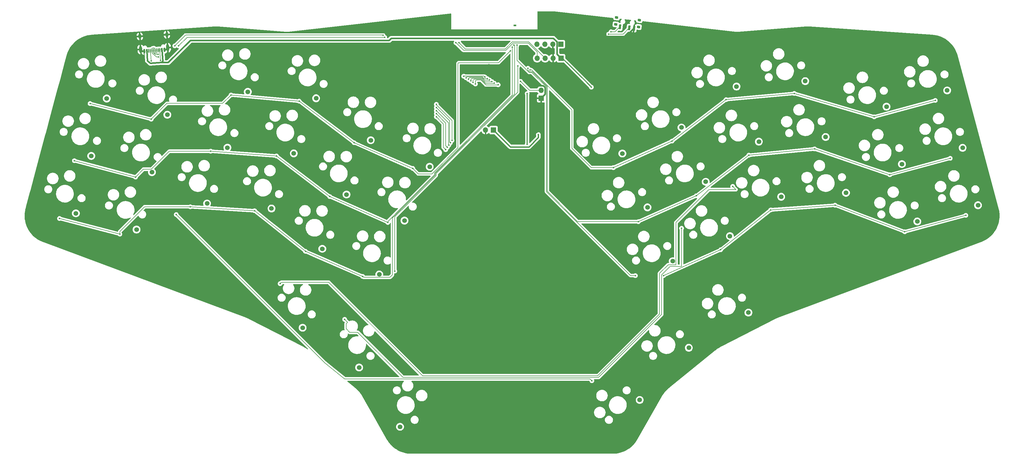
<source format=gbr>
%TF.GenerationSoftware,KiCad,Pcbnew,7.0.10*%
%TF.CreationDate,2024-03-12T01:25:21-07:00*%
%TF.ProjectId,keyboard,6b657962-6f61-4726-942e-6b696361645f,rev?*%
%TF.SameCoordinates,Original*%
%TF.FileFunction,Copper,L2,Bot*%
%TF.FilePolarity,Positive*%
%FSLAX46Y46*%
G04 Gerber Fmt 4.6, Leading zero omitted, Abs format (unit mm)*
G04 Created by KiCad (PCBNEW 7.0.10) date 2024-03-12 01:25:21*
%MOMM*%
%LPD*%
G01*
G04 APERTURE LIST*
G04 Aperture macros list*
%AMRoundRect*
0 Rectangle with rounded corners*
0 $1 Rounding radius*
0 $2 $3 $4 $5 $6 $7 $8 $9 X,Y pos of 4 corners*
0 Add a 4 corners polygon primitive as box body*
4,1,4,$2,$3,$4,$5,$6,$7,$8,$9,$2,$3,0*
0 Add four circle primitives for the rounded corners*
1,1,$1+$1,$2,$3*
1,1,$1+$1,$4,$5*
1,1,$1+$1,$6,$7*
1,1,$1+$1,$8,$9*
0 Add four rect primitives between the rounded corners*
20,1,$1+$1,$2,$3,$4,$5,0*
20,1,$1+$1,$4,$5,$6,$7,0*
20,1,$1+$1,$6,$7,$8,$9,0*
20,1,$1+$1,$8,$9,$2,$3,0*%
%AMHorizOval*
0 Thick line with rounded ends*
0 $1 width*
0 $2 $3 position (X,Y) of the first rounded end (center of the circle)*
0 $4 $5 position (X,Y) of the second rounded end (center of the circle)*
0 Add line between two ends*
20,1,$1,$2,$3,$4,$5,0*
0 Add two circle primitives to create the rounded ends*
1,1,$1,$2,$3*
1,1,$1,$4,$5*%
%AMRotRect*
0 Rectangle, with rotation*
0 The origin of the aperture is its center*
0 $1 length*
0 $2 width*
0 $3 Rotation angle, in degrees counterclockwise*
0 Add horizontal line*
21,1,$1,$2,0,0,$3*%
G04 Aperture macros list end*
%TA.AperFunction,ComponentPad*%
%ADD10R,1.700000X1.700000*%
%TD*%
%TA.AperFunction,ComponentPad*%
%ADD11O,1.700000X1.700000*%
%TD*%
%TA.AperFunction,ComponentPad*%
%ADD12R,0.900000X0.500000*%
%TD*%
%TA.AperFunction,ComponentPad*%
%ADD13C,1.500000*%
%TD*%
%TA.AperFunction,SMDPad,CuDef*%
%ADD14RoundRect,0.150000X-0.116533X-0.508842X0.182807X-0.488960X0.116533X0.508842X-0.182807X0.488960X0*%
%TD*%
%TA.AperFunction,SMDPad,CuDef*%
%ADD15RoundRect,0.075000X-0.036728X-0.578706X0.112943X-0.568765X0.036728X0.578706X-0.112943X0.568765X0*%
%TD*%
%TA.AperFunction,ComponentPad*%
%ADD16HorizOval,1.000000X-0.019882X0.299340X0.019882X-0.299340X0*%
%TD*%
%TA.AperFunction,ComponentPad*%
%ADD17HorizOval,1.000000X-0.036451X0.548791X0.036451X-0.548791X0*%
%TD*%
%TA.AperFunction,SMDPad,CuDef*%
%ADD18RotRect,1.000000X0.800000X353.500000*%
%TD*%
%TA.AperFunction,SMDPad,CuDef*%
%ADD19RotRect,0.700000X1.500000X353.500000*%
%TD*%
%TA.AperFunction,ViaPad*%
%ADD20C,0.500000*%
%TD*%
%TA.AperFunction,Conductor*%
%ADD21C,0.500000*%
%TD*%
%TA.AperFunction,Conductor*%
%ADD22C,0.300000*%
%TD*%
%TA.AperFunction,Conductor*%
%ADD23C,0.400000*%
%TD*%
%TA.AperFunction,Conductor*%
%ADD24C,0.127000*%
%TD*%
%TA.AperFunction,Conductor*%
%ADD25C,0.200000*%
%TD*%
G04 APERTURE END LIST*
D10*
%TO.P,J2,1,Pin_1*%
%TO.N,VBUS*%
X236800000Y-120000000D03*
D11*
%TO.P,J2,2,Pin_2*%
%TO.N,GND*%
X234260000Y-120000000D03*
%TO.P,J2,3,Pin_3*%
%TO.N,USBD+*%
X231720000Y-120000000D03*
%TO.P,J2,4,Pin_4*%
%TO.N,USBD-*%
X229180000Y-120000000D03*
%TD*%
D12*
%TO.P,AE1,2*%
%TO.N,N/C*%
X222100000Y-109500000D03*
%TD*%
D13*
%TO.P,S17,*%
%TO.N,*%
X186849493Y-171917797D03*
%TD*%
D10*
%TO.P,J6,1,Pin_1*%
%TO.N,GND*%
X230500000Y-132775000D03*
D11*
%TO.P,J6,2,Pin_2*%
%TO.N,RESET*%
X230500000Y-130235000D03*
%TD*%
D13*
%TO.P,S4,*%
%TO.N,*%
X101335484Y-174785077D03*
%TD*%
%TO.P,S25,*%
%TO.N,*%
X350522144Y-172196887D03*
%TD*%
%TO.P,S31,*%
%TO.N,*%
X307064568Y-164294245D03*
%TD*%
D10*
%TO.P,J4,1,Pin_1*%
%TO.N,VBAT*%
X215275000Y-143000000D03*
D11*
%TO.P,J4,2,Pin_2*%
%TO.N,GND*%
X212735000Y-143000000D03*
%TD*%
D13*
%TO.P,S30,*%
%TO.N,*%
X314758009Y-127326117D03*
%TD*%
%TO.P,S32,*%
%TO.N,*%
X299947043Y-146677752D03*
%TD*%
%TO.P,S7,*%
%TO.N,*%
X123840522Y-166454638D03*
%TD*%
%TO.P,S22,*%
%TO.N,*%
X369888957Y-167007565D03*
%TD*%
%TO.P,S39,*%
%TO.N,*%
X256382208Y-150471767D03*
%TD*%
%TO.P,S8,*%
%TO.N,*%
X130338905Y-148600479D03*
%TD*%
%TO.P,S37,*%
%TO.N,*%
X272441702Y-184911463D03*
%TD*%
%TO.P,S18,*%
%TO.N,*%
X194879240Y-154697949D03*
%TD*%
%TO.P,S42,*%
%TO.N,*%
X261920993Y-229274248D03*
%TD*%
%TO.P,S3,*%
%TO.N,*%
X91803795Y-132890574D03*
%TD*%
%TO.P,S20,*%
%TO.N,*%
X172375821Y-218874363D03*
%TD*%
%TO.P,S35,*%
%TO.N,*%
X282984690Y-159515711D03*
%TD*%
%TO.P,S15,*%
%TO.N,*%
X176077131Y-146225713D03*
%TD*%
%TO.P,S19,*%
%TO.N,*%
X154324699Y-206178340D03*
%TD*%
%TO.P,S21,*%
%TO.N,*%
X185427758Y-237845921D03*
%TD*%
%TO.P,S23,*%
%TO.N,*%
X364971395Y-148654974D03*
%TD*%
%TO.P,S41,*%
%TO.N,*%
X277594009Y-212581159D03*
%TD*%
%TO.P,S16,*%
%TO.N,*%
X178819746Y-189137645D03*
%TD*%
%TO.P,S14,*%
%TO.N,*%
X168349135Y-163583077D03*
%TD*%
%TO.P,S33,*%
%TO.N,*%
X292829518Y-129061258D03*
%TD*%
%TO.P,S11,*%
%TO.N,*%
X151523165Y-150423818D03*
%TD*%
%TO.P,S5,*%
%TO.N,*%
X106253046Y-156432486D03*
%TD*%
%TO.P,S28,*%
%TO.N,*%
X327754774Y-163034436D03*
%TD*%
D10*
%TO.P,J3,1,Pin_1*%
%TO.N,VDD*%
X236750000Y-115500000D03*
D11*
%TO.P,J3,2,Pin_2*%
%TO.N,GND*%
X234210000Y-115500000D03*
%TO.P,J3,3,Pin_3*%
%TO.N,SWD*%
X231670000Y-115500000D03*
%TO.P,J3,4,Pin_4*%
%TO.N,SWC*%
X229130000Y-115500000D03*
%TD*%
D13*
%TO.P,S2,*%
%TO.N,*%
X86886233Y-151243164D03*
%TD*%
%TO.P,S26,*%
%TO.N,*%
X345604582Y-153844296D03*
%TD*%
%TO.P,S10,*%
%TO.N,*%
X144405640Y-168040311D03*
%TD*%
%TO.P,S29,*%
%TO.N,*%
X321256392Y-145180277D03*
%TD*%
%TO.P,S6,*%
%TO.N,*%
X111170608Y-138079895D03*
%TD*%
%TO.P,S34,*%
%TO.N,*%
X290712687Y-176873075D03*
%TD*%
%TO.P,S27,*%
%TO.N,*%
X340687021Y-135491705D03*
%TD*%
%TO.P,S24,*%
%TO.N,*%
X360053833Y-130302384D03*
%TD*%
%TO.P,S9,*%
%TO.N,*%
X136837287Y-130746319D03*
%TD*%
%TO.P,S36,*%
%TO.N,*%
X275256694Y-142158347D03*
%TD*%
%TO.P,S40,*%
%TO.N,*%
X296619868Y-201330243D03*
%TD*%
%TO.P,S1,*%
%TO.N,*%
X81968671Y-169595755D03*
%TD*%
%TO.P,S38,*%
%TO.N,*%
X264411955Y-167691615D03*
%TD*%
%TO.P,S13,*%
%TO.N,*%
X160621139Y-180940441D03*
%TD*%
%TO.P,S12,*%
%TO.N,*%
X158640691Y-132807324D03*
%TD*%
D14*
%TO.P,J1,A1,GND*%
%TO.N,GND*%
X103821395Y-117759073D03*
%TO.P,J1,A4,VBUS*%
%TO.N,VBUS*%
X104619636Y-117706054D03*
D15*
%TO.P,J1,A5,CC1*%
%TO.N,Net-(J1-CC1)*%
X105767108Y-117629839D03*
%TO.P,J1,A6,D+*%
%TO.N,USBD+*%
X106764909Y-117563565D03*
%TO.P,J1,A7,D-*%
%TO.N,USBD-*%
X107263810Y-117530428D03*
%TO.P,J1,A8*%
%TO.N,N/C*%
X108261612Y-117464154D03*
D14*
%TO.P,J1,A9,VBUS*%
%TO.N,VBUS*%
X109409083Y-117387939D03*
%TO.P,J1,A12,GND*%
%TO.N,GND*%
X110207324Y-117334920D03*
%TO.P,J1,B1,GND*%
X110207324Y-117334920D03*
%TO.P,J1,B4,VBUS*%
%TO.N,VBUS*%
X109409083Y-117387939D03*
D15*
%TO.P,J1,B5,CC2*%
%TO.N,Net-(J1-CC2)*%
X108760512Y-117431017D03*
%TO.P,J1,B6,D+*%
%TO.N,USBD+*%
X107762711Y-117497291D03*
%TO.P,J1,B7,D-*%
%TO.N,USBD-*%
X106266009Y-117596702D03*
%TO.P,J1,B8*%
%TO.N,N/C*%
X105268207Y-117662976D03*
D14*
%TO.P,J1,B9,VBUS*%
%TO.N,VBUS*%
X104619636Y-117706054D03*
%TO.P,J1,B12,GND*%
%TO.N,GND*%
X103821395Y-117759073D03*
D16*
%TO.P,J1,S1,SHIELD*%
X102384417Y-113023897D03*
D17*
X102661442Y-117194707D03*
D16*
X111005422Y-112451290D03*
D17*
X111282447Y-116622100D03*
%TD*%
D18*
%TO.P,SW1,*%
%TO.N,*%
X254551507Y-106976231D03*
X254301328Y-109172024D03*
X261804582Y-107802614D03*
X261554403Y-109998408D03*
D19*
%TO.P,SW1,1,A*%
%TO.N,Net-(SW1-A)*%
X255618747Y-109976331D03*
%TO.P,SW1,2,B*%
%TO.N,SYSOFF*%
X258599462Y-110315940D03*
%TO.P,SW1,3,C*%
%TO.N,GND*%
X260089820Y-110485745D03*
%TD*%
D20*
%TO.N,GND*%
X219016164Y-141060230D03*
%TO.N,VBUS*%
X226016164Y-131310230D03*
X226016162Y-147560230D03*
%TO.N,ROW0*%
X139000000Y-168750000D03*
X118500000Y-167500000D03*
X96000000Y-176250000D03*
X173500000Y-189750000D03*
X76750000Y-171250000D03*
X155250000Y-181750000D03*
X221750000Y-115750000D03*
%TO.N,ROW1*%
X125000000Y-149750000D03*
X101000000Y-158000000D03*
X163000000Y-164250000D03*
X81500000Y-152750000D03*
X146000000Y-151250000D03*
X221250000Y-116500000D03*
X181500000Y-172500000D03*
%TO.N,ROW2*%
X170750000Y-147000000D03*
X220613896Y-117670303D03*
X153250000Y-133750000D03*
X106000000Y-139500000D03*
X131500000Y-131750000D03*
X189500000Y-155250000D03*
X86500000Y-134500000D03*
%TO.N,ROW3*%
X223000000Y-122500000D03*
X183766164Y-188060230D03*
%TO.N,ROW4*%
X222750000Y-115750000D03*
X287750000Y-181250000D03*
X260516164Y-189500000D03*
X303750000Y-168500000D03*
X269500000Y-189500000D03*
X366000000Y-170250000D03*
X346500000Y-175500000D03*
X324250000Y-167000000D03*
%TO.N,ROW5*%
X280000000Y-164000000D03*
X317750000Y-149000000D03*
X296750000Y-151000000D03*
X341750000Y-157250000D03*
X226250000Y-123250000D03*
X361000000Y-152000000D03*
X261500000Y-172250000D03*
%TO.N,ROW6*%
X272250000Y-146500000D03*
X311250000Y-131250000D03*
X356250000Y-133500000D03*
X336750000Y-138750000D03*
X253500000Y-155000000D03*
X226955527Y-123746620D03*
X289500000Y-133250000D03*
%TO.N,COL0*%
X202000000Y-146250000D03*
X216750000Y-128500000D03*
X209500000Y-128250000D03*
X197000000Y-134750000D03*
%TO.N,COL1*%
X201500000Y-147000000D03*
X215500000Y-128000000D03*
X197000000Y-135750000D03*
X208750000Y-127750000D03*
%TO.N,COL2*%
X246640684Y-223109316D03*
X201000000Y-147750000D03*
X208000000Y-127250000D03*
X197000000Y-136750000D03*
X214750000Y-127500000D03*
X114000000Y-170000000D03*
%TO.N,COL3*%
X197000000Y-137750000D03*
X200500000Y-148500000D03*
X291603191Y-160996014D03*
X147157746Y-192086949D03*
X207250000Y-126750000D03*
X214000000Y-127000000D03*
%TO.N,COL4*%
X275273900Y-174386148D03*
X213250000Y-126500000D03*
X167764694Y-203500000D03*
X200000000Y-149250000D03*
X206500000Y-126250000D03*
X197000000Y-138750000D03*
%TO.N,COL5*%
X212500000Y-126000000D03*
X205750000Y-125750000D03*
%TO.N,GND*%
X183000000Y-156000000D03*
X336766164Y-159310230D03*
X329250000Y-159500000D03*
X210266164Y-115060230D03*
X299250000Y-119500000D03*
X220266162Y-137310230D03*
X182000000Y-137250000D03*
X319750000Y-164500000D03*
X239250000Y-118500000D03*
X185500000Y-149250000D03*
X257016164Y-110560230D03*
X213766164Y-122060230D03*
X311766164Y-127060230D03*
X344516164Y-141810230D03*
X186016164Y-242310230D03*
X302250000Y-117500000D03*
X229000000Y-143750000D03*
X256016164Y-242060230D03*
X339516164Y-174310230D03*
X227016164Y-122060230D03*
X305750000Y-128250000D03*
X312500000Y-151750000D03*
X215766164Y-135560230D03*
X208016164Y-135560230D03*
X250266164Y-124310230D03*
X226516164Y-127060230D03*
X190766164Y-229810230D03*
X322500000Y-141500000D03*
X183516164Y-234560230D03*
X190266164Y-224310230D03*
X251266164Y-113060230D03*
%TO.N,VBUS*%
X246500000Y-129250000D03*
%TO.N,USBD+*%
X204266164Y-115060230D03*
X179987534Y-112670343D03*
X108248319Y-118772913D03*
X113516164Y-116060230D03*
%TO.N,USBD-*%
X180516164Y-113310230D03*
X108301338Y-119571153D03*
X203250000Y-115060230D03*
X114766164Y-116060230D03*
%TO.N,RESET*%
X223910000Y-127410000D03*
%TO.N,Net-(J1-CC1)*%
X105982830Y-120877683D03*
%TO.N,Net-(J1-CC2)*%
X108976234Y-120678861D03*
%TO.N,VBAT*%
X229570000Y-144430000D03*
%TO.N,SYSOFF*%
X252016162Y-112310230D03*
%TO.N,Net-(SW1-A)*%
X252766164Y-111560236D03*
%TD*%
D21*
%TO.N,GND*%
X219016164Y-138560230D02*
X220266164Y-137310230D01*
X219016164Y-141060230D02*
X219016164Y-138560230D01*
D22*
%TO.N,VBUS*%
X226016164Y-131310230D02*
X226016164Y-147560228D01*
D23*
%TO.N,VBAT*%
X226589251Y-148340230D02*
X229570000Y-145359481D01*
X229570000Y-145359481D02*
X229570000Y-144430000D01*
X215275000Y-143000000D02*
X220615230Y-148340230D01*
D22*
%TO.N,VBUS*%
X226016164Y-147560228D02*
X226016162Y-147560230D01*
D23*
%TO.N,VBAT*%
X220615230Y-148340230D02*
X226589251Y-148340230D01*
D24*
%TO.N,ROW0*%
X182184019Y-190078145D02*
X183016164Y-189246000D01*
X173500000Y-189750000D02*
X173828145Y-190078145D01*
X183016164Y-171060230D02*
X185791673Y-168284721D01*
X96000000Y-176250000D02*
X96000000Y-175375186D01*
X196685604Y-156750000D02*
X222000000Y-131435604D01*
X196685604Y-157397292D02*
X196685604Y-156750000D01*
X173500000Y-189750000D02*
X155250000Y-181750000D01*
X222000000Y-116000000D02*
X221750000Y-115750000D01*
X185791673Y-168284721D02*
X185798175Y-168284721D01*
X76750000Y-171250000D02*
X96000000Y-176250000D01*
X96000000Y-175375186D02*
X103875186Y-167500000D01*
X173828145Y-190078145D02*
X182184019Y-190078145D01*
X222000000Y-131435604D02*
X222000000Y-116000000D01*
X139000000Y-168750000D02*
X155250000Y-181750000D01*
X118500000Y-167500000D02*
X139000000Y-168750000D01*
X185798175Y-168284721D02*
X196685604Y-157397292D01*
X103875186Y-167500000D02*
X118500000Y-167500000D01*
X183016164Y-189246000D02*
X183016164Y-171060230D01*
%TO.N,ROW1*%
X196431604Y-156644790D02*
X221250000Y-131826394D01*
X185686463Y-168030721D02*
X185692965Y-168030721D01*
X125000000Y-149750000D02*
X111750000Y-149750000D01*
X181500000Y-172500000D02*
X181500000Y-172217184D01*
X106008014Y-155491986D02*
X103508014Y-155491986D01*
X221250000Y-131826394D02*
X221250000Y-116500000D01*
X185692965Y-168030721D02*
X196431604Y-157292082D01*
X81500000Y-152750000D02*
X101000000Y-158000000D01*
X181500000Y-172217184D02*
X185686463Y-168030721D01*
X146000000Y-151250000D02*
X163000000Y-164250000D01*
X196431604Y-157292082D02*
X196431604Y-156644790D01*
X125000000Y-149750000D02*
X146000000Y-151250000D01*
X163000000Y-164250000D02*
X181500000Y-172500000D01*
X103508014Y-155491986D02*
X101000000Y-158000000D01*
X111750000Y-149750000D02*
X106008014Y-155491986D01*
%TO.N,ROW2*%
X203923000Y-121614552D02*
X204114552Y-121423000D01*
X203923000Y-148653394D02*
X203923000Y-121614552D01*
X189500000Y-155250000D02*
X191250000Y-157000000D01*
X216861199Y-121423000D02*
X220613896Y-117670303D01*
X111051713Y-134448287D02*
X106000000Y-139500000D01*
X191250000Y-157000000D02*
X195576394Y-157000000D01*
X195576394Y-157000000D02*
X203923000Y-148653394D01*
X170750000Y-147000000D02*
X153250000Y-133750000D01*
X189500000Y-155250000D02*
X170750000Y-147000000D01*
X131500000Y-131750000D02*
X128801713Y-134448287D01*
X204114552Y-121423000D02*
X216861199Y-121423000D01*
X128801713Y-134448287D02*
X111051713Y-134448287D01*
X86500000Y-134500000D02*
X106000000Y-139500000D01*
X153250000Y-133750000D02*
X131500000Y-131750000D01*
%TO.N,ROW3*%
X185903385Y-168538721D02*
X196939604Y-157502502D01*
X183766164Y-170669440D02*
X185896883Y-168538721D01*
X183766164Y-188060230D02*
X183766164Y-170669440D01*
X185896883Y-168538721D02*
X185903385Y-168538721D01*
X196939604Y-157502502D02*
X196939604Y-156886790D01*
X223000000Y-130826394D02*
X223000000Y-122500000D01*
X196939604Y-156886790D02*
X223000000Y-130826394D01*
%TO.N,ROW4*%
X346500000Y-175500000D02*
X366000000Y-170250000D01*
X227547744Y-124560230D02*
X226641301Y-124560230D01*
X260516164Y-189500000D02*
X259000000Y-189500000D01*
X232167500Y-162667500D02*
X232167500Y-129179986D01*
X222750000Y-120668929D02*
X222750000Y-115750000D01*
X303750000Y-168500000D02*
X324250000Y-167000000D01*
X259000000Y-189500000D02*
X232167500Y-162667500D01*
X324250000Y-167000000D02*
X346500000Y-175500000D01*
X232167500Y-129179986D02*
X227547744Y-124560230D01*
X287750000Y-181250000D02*
X303750000Y-168500000D01*
X269500000Y-189500000D02*
X287750000Y-181250000D01*
X226641301Y-124560230D02*
X222750000Y-120668929D01*
%TO.N,ROW5*%
X232421500Y-162562290D02*
X232421500Y-129074776D01*
X226746511Y-124306230D02*
X226250000Y-123809719D01*
X261500000Y-172250000D02*
X280000000Y-164000000D01*
X227652954Y-124306230D02*
X226746511Y-124306230D01*
X341750000Y-157250000D02*
X317750000Y-149000000D01*
X361000000Y-152000000D02*
X341750000Y-157250000D01*
X232421500Y-129074776D02*
X227652954Y-124306230D01*
X261500000Y-172250000D02*
X242109210Y-172250000D01*
X226250000Y-123809719D02*
X226250000Y-123250000D01*
X317750000Y-149000000D02*
X296750000Y-151000000D01*
X242109210Y-172250000D02*
X232421500Y-162562290D01*
X296750000Y-151000000D02*
X280000000Y-164000000D01*
%TO.N,ROW6*%
X311250000Y-131250000D02*
X336750000Y-138750000D01*
X240266164Y-148810230D02*
X246455934Y-155000000D01*
X336750000Y-138750000D02*
X356250000Y-133500000D01*
X226955527Y-123746620D02*
X227452554Y-123746620D01*
X227452554Y-123746620D02*
X240266164Y-136560230D01*
X289500000Y-133250000D02*
X311250000Y-131250000D01*
X246455934Y-155000000D02*
X253500000Y-155000000D01*
X240266164Y-136560230D02*
X240266164Y-148810230D01*
X253500000Y-155000000D02*
X272250000Y-146500000D01*
X272250000Y-146500000D02*
X289500000Y-133250000D01*
%TO.N,COL0*%
X212838034Y-128543500D02*
X216706500Y-128543500D01*
X209500000Y-127326394D02*
X209849894Y-126976500D01*
X209849894Y-126976500D02*
X211271034Y-126976500D01*
D25*
X197000000Y-134929756D02*
X197000000Y-134750000D01*
X202000000Y-146250000D02*
X202000000Y-139929756D01*
D24*
X211271034Y-126976500D02*
X212838034Y-128543500D01*
X209500000Y-128250000D02*
X209500000Y-127326394D01*
D25*
X202000000Y-139929756D02*
X197000000Y-134929756D01*
D24*
X216706500Y-128543500D02*
X216750000Y-128500000D01*
D25*
%TO.N,COL1*%
X201247000Y-146747000D02*
X201247000Y-139997000D01*
D24*
X209103894Y-126722500D02*
X208750000Y-127076394D01*
D25*
X201247000Y-139997000D02*
X197000000Y-135750000D01*
D24*
X215456500Y-128043500D02*
X212697244Y-128043500D01*
X211376244Y-126722500D02*
X209103894Y-126722500D01*
X212697244Y-128043500D02*
X211376244Y-126722500D01*
D25*
X201500000Y-147000000D02*
X201247000Y-146747000D01*
D24*
X215500000Y-128000000D02*
X215456500Y-128043500D01*
X208750000Y-127076394D02*
X208750000Y-127750000D01*
D25*
%TO.N,COL2*%
X246091598Y-222560230D02*
X167772130Y-222560230D01*
D24*
X214750000Y-127500000D02*
X214706500Y-127543500D01*
D25*
X200920000Y-147670000D02*
X200920000Y-140670000D01*
D24*
X211481454Y-126468500D02*
X208357894Y-126468500D01*
D25*
X246640684Y-223109316D02*
X246091598Y-222560230D01*
X201000000Y-147750000D02*
X200920000Y-147670000D01*
D24*
X214706500Y-127543500D02*
X212556454Y-127543500D01*
X208357894Y-126468500D02*
X208000000Y-126826394D01*
D25*
X200920000Y-140670000D02*
X197000000Y-136750000D01*
X167772130Y-222560230D02*
X161400953Y-217400953D01*
D24*
X212556454Y-127543500D02*
X211481454Y-126468500D01*
X208000000Y-126826394D02*
X208000000Y-127250000D01*
D25*
X161400953Y-217400953D02*
X114000000Y-170000000D01*
D24*
%TO.N,COL3*%
X213956500Y-127043500D02*
X212415664Y-127043500D01*
X214000000Y-127000000D02*
X213956500Y-127043500D01*
D25*
X268266164Y-188810230D02*
X268266164Y-201810230D01*
X200000000Y-140750000D02*
X200000000Y-148000000D01*
X291603191Y-160996014D02*
X292601815Y-161994638D01*
X197000000Y-137750000D02*
X200000000Y-140750000D01*
D24*
X212415664Y-127043500D02*
X211586664Y-126214500D01*
X207611894Y-126214500D02*
X207250000Y-126576394D01*
D25*
X268266164Y-201810230D02*
X248516164Y-221560230D01*
D24*
X207250000Y-126576394D02*
X207250000Y-126750000D01*
D25*
X273500000Y-172500000D02*
X273500000Y-186060230D01*
X147584836Y-191659859D02*
X147157746Y-192086949D01*
X192593445Y-221560230D02*
X162693074Y-191659859D01*
D24*
X211586664Y-126214500D02*
X207611894Y-126214500D01*
D25*
X284005362Y-161994638D02*
X273500000Y-172500000D01*
X273500000Y-186060230D02*
X271016164Y-186060230D01*
X248516164Y-221560230D02*
X192593445Y-221560230D01*
X200000000Y-148000000D02*
X200500000Y-148500000D01*
X162693074Y-191659859D02*
X147584836Y-191659859D01*
X292601815Y-161994638D02*
X284005362Y-161994638D01*
X271016164Y-186060230D02*
X268266164Y-188810230D01*
D24*
%TO.N,COL4*%
X213206500Y-126543500D02*
X212293500Y-126543500D01*
D25*
X167764694Y-203500000D02*
X168706263Y-204441569D01*
D24*
X206789500Y-125960500D02*
X206500000Y-126250000D01*
X211691874Y-125960500D02*
X206789500Y-125960500D01*
D25*
X268920000Y-201906394D02*
X268920000Y-189259756D01*
X197000000Y-138750000D02*
X199250000Y-141000000D01*
D24*
X212293500Y-126543500D02*
X212250000Y-126500000D01*
D25*
X171898111Y-207633417D02*
X186324924Y-222060230D01*
X199250000Y-148500000D02*
X200000000Y-149250000D01*
X271608678Y-186571078D02*
X275273900Y-186571078D01*
X275273900Y-186571078D02*
X275273900Y-174386148D01*
X168243847Y-204903985D02*
X168243847Y-206502849D01*
X199250000Y-141000000D02*
X199250000Y-148500000D01*
D24*
X212250000Y-126500000D02*
X212231374Y-126500000D01*
X212231374Y-126500000D02*
X211691874Y-125960500D01*
D25*
X186324924Y-222060230D02*
X248766164Y-222060230D01*
X268920000Y-189259756D02*
X271608678Y-186571078D01*
X168706263Y-204441569D02*
X168243847Y-204903985D01*
X248766164Y-222060230D02*
X268920000Y-201906394D01*
X169374415Y-207633417D02*
X171898111Y-207633417D01*
X168243847Y-206502849D02*
X169374415Y-207633417D01*
D24*
X213250000Y-126500000D02*
X213206500Y-126543500D01*
%TO.N,COL5*%
X205793500Y-125706500D02*
X205750000Y-125750000D01*
X212206500Y-125706500D02*
X205793500Y-125706500D01*
X212500000Y-126000000D02*
X212206500Y-125706500D01*
D21*
%TO.N,GND*%
X230500000Y-132775000D02*
X231727000Y-131548000D01*
X260089820Y-110485745D02*
X257515335Y-113060230D01*
X111112288Y-114060230D02*
X111005422Y-112451291D01*
X239250000Y-114544066D02*
X239250000Y-118500000D01*
X111005422Y-112451291D02*
X102384419Y-113023898D01*
X103342452Y-117790884D02*
X102661443Y-117194707D01*
X227766164Y-128810230D02*
X226266164Y-127310230D01*
X236524022Y-111818088D02*
X239250000Y-114544066D01*
X230500000Y-142250000D02*
X229000000Y-143750000D01*
X111282447Y-116622101D02*
X111112288Y-114060230D01*
X103821395Y-117759073D02*
X103342452Y-117790884D01*
X102661443Y-117194707D02*
X102384419Y-113023898D01*
X230500000Y-132775000D02*
X230500000Y-142250000D01*
X231727000Y-131548000D02*
X231727000Y-129362448D01*
X231727000Y-129362448D02*
X231174782Y-128810230D01*
X110686271Y-117303108D02*
X111282447Y-116622101D01*
X114016164Y-114060230D02*
X116258306Y-111818088D01*
X111112288Y-114060230D02*
X114016164Y-114060230D01*
X257515335Y-113060230D02*
X251266164Y-113060230D01*
X110207325Y-117334920D02*
X110686271Y-117303108D01*
X116258306Y-111818088D02*
X236524022Y-111818088D01*
X231174782Y-128810230D02*
X227766164Y-128810230D01*
%TO.N,VBUS*%
X234390230Y-113640230D02*
X235523000Y-114773000D01*
D22*
X237250000Y-120000000D02*
X244750000Y-127500000D01*
D21*
X118516164Y-114310230D02*
X181940744Y-114310230D01*
X235523000Y-114773000D02*
X235523000Y-118723000D01*
X181940744Y-114310230D02*
X182610744Y-113640230D01*
X104827563Y-120836532D02*
X104619638Y-117706054D01*
D22*
X244750000Y-127500000D02*
X246500000Y-129250000D01*
D21*
X105729499Y-121626118D02*
X104827563Y-120836532D01*
D22*
X236800000Y-120000000D02*
X237250000Y-120000000D01*
D21*
X111420546Y-121405848D02*
X118516164Y-114310230D01*
X235523000Y-118723000D02*
X236800000Y-120000000D01*
X109326328Y-121387218D02*
X109347609Y-121405848D01*
X109494211Y-117462462D02*
X109724670Y-120932193D01*
X109326328Y-121387218D02*
X105729499Y-121626118D01*
X182610744Y-113640230D02*
X234390230Y-113640230D01*
X109724670Y-120932193D02*
X109326328Y-121387218D01*
X109347609Y-121405848D02*
X111420546Y-121405848D01*
X109409084Y-117387941D02*
X109494211Y-117462462D01*
D25*
%TO.N,USBD+*%
X113516164Y-116060230D02*
X117016164Y-112560230D01*
X107722909Y-118406930D02*
X107816063Y-118300522D01*
X107816063Y-118300522D02*
X107762711Y-117497292D01*
X107079328Y-118449677D02*
X107722909Y-118406930D01*
X204266164Y-115060230D02*
X206266164Y-117060230D01*
X106807988Y-118212134D02*
X107079328Y-118449677D01*
X117016164Y-112560230D02*
X179877421Y-112560230D01*
X221266164Y-114810230D02*
X226530230Y-114810230D01*
X106819597Y-118386922D02*
X107330172Y-118833897D01*
X206266164Y-117060230D02*
X219016164Y-117060230D01*
X106764910Y-117563565D02*
X106819597Y-118386922D01*
X226530230Y-114810230D02*
X231720000Y-120000000D01*
X106764910Y-117563565D02*
X106807988Y-118212134D01*
X179877421Y-112560230D02*
X179987534Y-112670343D01*
X107330172Y-118833897D02*
X108248319Y-118772913D01*
X219016164Y-117060230D02*
X221266164Y-114810230D01*
%TO.N,USBD-*%
X219179756Y-117500000D02*
X221509756Y-115170000D01*
X229180000Y-117974066D02*
X229180000Y-120000000D01*
X107225427Y-116952532D02*
X107263811Y-117530429D01*
X114766164Y-116060230D02*
X117516164Y-113310230D01*
X205727967Y-117500000D02*
X219179756Y-117500000D01*
X106266009Y-117596702D02*
X106318210Y-118382590D01*
X106222931Y-116948132D02*
X106434390Y-116706585D01*
X107720002Y-119609766D02*
X108301338Y-119571153D01*
X203250000Y-115060230D02*
X203288197Y-115060230D01*
X106908513Y-116675096D02*
X107225427Y-116952532D01*
X106434390Y-116706585D02*
X106908513Y-116675096D01*
X221509756Y-115170000D02*
X226375934Y-115170000D01*
X226375934Y-115170000D02*
X229180000Y-117974066D01*
X117516164Y-113310230D02*
X180516164Y-113310230D01*
X106266009Y-117596702D02*
X106222931Y-116948132D01*
X203288197Y-115060230D02*
X205727967Y-117500000D01*
X106318210Y-118382590D02*
X107720002Y-119609766D01*
%TO.N,RESET*%
X230500000Y-130235000D02*
X226735000Y-130235000D01*
X226735000Y-130235000D02*
X223910000Y-127410000D01*
D24*
%TO.N,Net-(J1-CC1)*%
X105767109Y-117629840D02*
X105982830Y-120877683D01*
%TO.N,Net-(J1-CC2)*%
X108760514Y-117431018D02*
X108976234Y-120678861D01*
D25*
%TO.N,SYSOFF*%
X258599462Y-110315940D02*
X256605172Y-112310230D01*
X256605172Y-112310230D02*
X252016162Y-112310230D01*
D24*
%TO.N,Net-(SW1-A)*%
X255618747Y-109976331D02*
X254034842Y-111560236D01*
X254034842Y-111560236D02*
X252766164Y-111560236D01*
%TD*%
%TA.AperFunction,Conductor*%
%TO.N,GND*%
G36*
X234716578Y-105001290D02*
G01*
X253403238Y-107120429D01*
X253467632Y-107147542D01*
X253507145Y-107205165D01*
X253512468Y-107257675D01*
X253506739Y-107307960D01*
X253506738Y-107307965D01*
X253506356Y-107367911D01*
X253506357Y-107367916D01*
X253506357Y-107367918D01*
X253518962Y-107418645D01*
X253541063Y-107507591D01*
X253556792Y-107534488D01*
X253613717Y-107631830D01*
X253718427Y-107730569D01*
X253846715Y-107795806D01*
X253905216Y-107808921D01*
X254993918Y-107932962D01*
X255053864Y-107933344D01*
X255053864Y-107933343D01*
X255053871Y-107933344D01*
X255193546Y-107898637D01*
X255317784Y-107825984D01*
X255416522Y-107721274D01*
X255481759Y-107592986D01*
X255494875Y-107534485D01*
X255500737Y-107483023D01*
X255527882Y-107418645D01*
X255585526Y-107379160D01*
X255637911Y-107373850D01*
X256092791Y-107425435D01*
X256157185Y-107452548D01*
X256196698Y-107510171D01*
X256198786Y-107580010D01*
X256162784Y-107639890D01*
X256144790Y-107653639D01*
X256073449Y-107698465D01*
X255949082Y-107822832D01*
X255855507Y-107971755D01*
X255797415Y-108137774D01*
X255777724Y-108312543D01*
X255777724Y-108312548D01*
X255797415Y-108487319D01*
X255823541Y-108561983D01*
X255827102Y-108631761D01*
X255792372Y-108692388D01*
X255730379Y-108724615D01*
X255692462Y-108726139D01*
X255399820Y-108692797D01*
X255335440Y-108665650D01*
X255306816Y-108632190D01*
X255306565Y-108631761D01*
X255239118Y-108516425D01*
X255134408Y-108417686D01*
X255134407Y-108417685D01*
X255006120Y-108352449D01*
X254947620Y-108339334D01*
X254947613Y-108339333D01*
X253858916Y-108215292D01*
X253798970Y-108214910D01*
X253798966Y-108214911D01*
X253798965Y-108214911D01*
X253798964Y-108214911D01*
X253693086Y-108241220D01*
X253659289Y-108249618D01*
X253535051Y-108322270D01*
X253436313Y-108426980D01*
X253371076Y-108555267D01*
X253357960Y-108613768D01*
X253256559Y-109503756D01*
X253256559Y-109503758D01*
X253256177Y-109563704D01*
X253256178Y-109563709D01*
X253290884Y-109703384D01*
X253290885Y-109703385D01*
X253363538Y-109827623D01*
X253468248Y-109926362D01*
X253596536Y-109991599D01*
X253655037Y-110004714D01*
X254420954Y-110091978D01*
X254485334Y-110119125D01*
X254524818Y-110176769D01*
X254526868Y-110246609D01*
X254494598Y-110302862D01*
X253837544Y-110959917D01*
X253776221Y-110993402D01*
X253749863Y-110996236D01*
X253313644Y-110996236D01*
X253246605Y-110976551D01*
X253237694Y-110970160D01*
X253093861Y-110879783D01*
X253093858Y-110879781D01*
X252934220Y-110823921D01*
X252766167Y-110804987D01*
X252766161Y-110804987D01*
X252598107Y-110823921D01*
X252438469Y-110879781D01*
X252438466Y-110879783D01*
X252295279Y-110969754D01*
X252295273Y-110969759D01*
X252175687Y-111089345D01*
X252175682Y-111089351D01*
X252085711Y-111232538D01*
X252085708Y-111232543D01*
X252029849Y-111392182D01*
X252022518Y-111457248D01*
X251995451Y-111521661D01*
X251937856Y-111561216D01*
X251913183Y-111566583D01*
X251848105Y-111573916D01*
X251688467Y-111629775D01*
X251688464Y-111629777D01*
X251545277Y-111719748D01*
X251545271Y-111719753D01*
X251425685Y-111839339D01*
X251425680Y-111839345D01*
X251335709Y-111982532D01*
X251335707Y-111982535D01*
X251279847Y-112142173D01*
X251260913Y-112310227D01*
X251260913Y-112310232D01*
X251279847Y-112478286D01*
X251335707Y-112637924D01*
X251335709Y-112637927D01*
X251425680Y-112781114D01*
X251425685Y-112781120D01*
X251545271Y-112900706D01*
X251545277Y-112900711D01*
X251688464Y-112990682D01*
X251688467Y-112990684D01*
X251688471Y-112990685D01*
X251688472Y-112990686D01*
X251738339Y-113008135D01*
X251848105Y-113046544D01*
X252016159Y-113065479D01*
X252016162Y-113065479D01*
X252016165Y-113065479D01*
X252184218Y-113046544D01*
X252184221Y-113046543D01*
X252343852Y-112990686D01*
X252440853Y-112929735D01*
X252506825Y-112910730D01*
X256557685Y-112910730D01*
X256573869Y-112911790D01*
X256605172Y-112915912D01*
X256605173Y-112915912D01*
X256688133Y-112904990D01*
X256761934Y-112895274D01*
X256908013Y-112834766D01*
X256977926Y-112781120D01*
X257033454Y-112738512D01*
X257052681Y-112713453D01*
X257063362Y-112701273D01*
X258008626Y-111756009D01*
X260196709Y-111756009D01*
X260343590Y-111772745D01*
X260343585Y-111772745D01*
X260403469Y-111773125D01*
X260403476Y-111773124D01*
X260543011Y-111738452D01*
X260667126Y-111665872D01*
X260667127Y-111665871D01*
X260765762Y-111561270D01*
X260765768Y-111561262D01*
X260830937Y-111433109D01*
X260844037Y-111374672D01*
X260844039Y-111374661D01*
X260891960Y-110954060D01*
X260919107Y-110889680D01*
X260976751Y-110850197D01*
X261029199Y-110844894D01*
X261695545Y-110920814D01*
X261996814Y-110955139D01*
X262056760Y-110955521D01*
X262056760Y-110955520D01*
X262056767Y-110955521D01*
X262196442Y-110920814D01*
X262320680Y-110848161D01*
X262419418Y-110743451D01*
X262484655Y-110615163D01*
X262497771Y-110556662D01*
X262599171Y-109666675D01*
X262599553Y-109606721D01*
X262564846Y-109467047D01*
X262492193Y-109342809D01*
X262410990Y-109266237D01*
X262387482Y-109244069D01*
X262259195Y-109178833D01*
X262200695Y-109165718D01*
X262200688Y-109165717D01*
X261111991Y-109041676D01*
X261052045Y-109041294D01*
X261052041Y-109041295D01*
X261052040Y-109041295D01*
X261052039Y-109041295D01*
X260912364Y-109076002D01*
X260788125Y-109148654D01*
X260695691Y-109246679D01*
X260635377Y-109281948D01*
X260591439Y-109284810D01*
X260479715Y-109272081D01*
X260363305Y-110293812D01*
X260363305Y-110293813D01*
X260196709Y-111756009D01*
X258008626Y-111756009D01*
X258189685Y-111574950D01*
X258251006Y-111541467D01*
X258291397Y-111539430D01*
X258853216Y-111603441D01*
X258853215Y-111603441D01*
X258913160Y-111603822D01*
X258913160Y-111603821D01*
X258913169Y-111603822D01*
X259052844Y-111569116D01*
X259143180Y-111516288D01*
X259210985Y-111499439D01*
X259277139Y-111521923D01*
X259290846Y-111533113D01*
X259366442Y-111604397D01*
X259366450Y-111604403D01*
X259494602Y-111669572D01*
X259553043Y-111682673D01*
X259553050Y-111682674D01*
X259699923Y-111699407D01*
X259815482Y-110685163D01*
X259966045Y-109363675D01*
X259993192Y-109299295D01*
X260023274Y-109272719D01*
X260033592Y-109266237D01*
X260157960Y-109141869D01*
X260251535Y-108992945D01*
X260309625Y-108826933D01*
X260317198Y-108759727D01*
X260329318Y-108652158D01*
X260329318Y-108652153D01*
X260309626Y-108477384D01*
X260309625Y-108477382D01*
X260309625Y-108477379D01*
X260251535Y-108311367D01*
X260157960Y-108162443D01*
X260097523Y-108102006D01*
X260064038Y-108040683D01*
X260069022Y-107970991D01*
X260110894Y-107915058D01*
X260176358Y-107890641D01*
X260199176Y-107891115D01*
X260656745Y-107943005D01*
X260721140Y-107970118D01*
X260760653Y-108027741D01*
X260765976Y-108080250D01*
X260759814Y-108134340D01*
X260759813Y-108134348D01*
X260759431Y-108194294D01*
X260759432Y-108194299D01*
X260759432Y-108194301D01*
X260771091Y-108241220D01*
X260794138Y-108333974D01*
X260843092Y-108417685D01*
X260866792Y-108458213D01*
X260971502Y-108556952D01*
X261099790Y-108622189D01*
X261158291Y-108635304D01*
X262246993Y-108759345D01*
X262306939Y-108759727D01*
X262306939Y-108759726D01*
X262306946Y-108759727D01*
X262446621Y-108725020D01*
X262570859Y-108652367D01*
X262669597Y-108547657D01*
X262734834Y-108419369D01*
X262747950Y-108360868D01*
X262754246Y-108305599D01*
X262781392Y-108241220D01*
X262839035Y-108201736D01*
X262891420Y-108196426D01*
X292465198Y-111550207D01*
X292473955Y-111551520D01*
X292525369Y-111561132D01*
X292611513Y-111561132D01*
X292612947Y-111561139D01*
X292635408Y-111561400D01*
X292708227Y-111562243D01*
X292708227Y-111562242D01*
X292708230Y-111562243D01*
X292708232Y-111562242D01*
X292714489Y-111561679D01*
X292714537Y-111562213D01*
X292725880Y-111561128D01*
X292757590Y-111561128D01*
X292807392Y-111559864D01*
X293036506Y-111554053D01*
X293315158Y-111539908D01*
X293346610Y-111537510D01*
X293346641Y-111537510D01*
X293352819Y-111537038D01*
X293352820Y-111537039D01*
X293444079Y-111530081D01*
X293444079Y-111530088D01*
X293444105Y-111530079D01*
X293454260Y-111529306D01*
X293546702Y-111522259D01*
X293546702Y-111522258D01*
X293558714Y-111521343D01*
X293558717Y-111521342D01*
X314847744Y-109898397D01*
X314938745Y-109891459D01*
X314941521Y-109891280D01*
X315363506Y-109869159D01*
X315369348Y-109868992D01*
X315790298Y-109866911D01*
X315796129Y-109867020D01*
X316218080Y-109884957D01*
X316220883Y-109885110D01*
X355158151Y-112466754D01*
X355158157Y-112466756D01*
X355176950Y-112468001D01*
X355180640Y-112468246D01*
X355180641Y-112468247D01*
X355200792Y-112469582D01*
X355200793Y-112469583D01*
X355200794Y-112469583D01*
X355271207Y-112474251D01*
X355274984Y-112474560D01*
X355825831Y-112528311D01*
X355833423Y-112529290D01*
X356377889Y-112616827D01*
X356385452Y-112618285D01*
X356923407Y-112739458D01*
X356930832Y-112741374D01*
X357460263Y-112895733D01*
X357467573Y-112898114D01*
X357986364Y-113085040D01*
X357993524Y-113087874D01*
X358499699Y-113306651D01*
X358506654Y-113309917D01*
X358998278Y-113559713D01*
X359005007Y-113563398D01*
X359480200Y-113843259D01*
X359486684Y-113847355D01*
X359943546Y-114156161D01*
X359949785Y-114160667D01*
X360386596Y-114497254D01*
X360392549Y-114502143D01*
X360807589Y-114865184D01*
X360813228Y-114870434D01*
X361204943Y-115258568D01*
X361210244Y-115264158D01*
X361577085Y-115675852D01*
X361582029Y-115681760D01*
X361767592Y-115918055D01*
X361920756Y-116113095D01*
X361922602Y-116115445D01*
X361927170Y-116121650D01*
X362240161Y-116575662D01*
X362244334Y-116582137D01*
X362401534Y-116843535D01*
X362482630Y-116978386D01*
X362528510Y-117054676D01*
X362532269Y-117061390D01*
X362743212Y-117467274D01*
X362786569Y-117550699D01*
X362789908Y-117557642D01*
X363013326Y-118061789D01*
X363016227Y-118068926D01*
X363207907Y-118585975D01*
X363210359Y-118593279D01*
X363369536Y-119121151D01*
X363370414Y-119124203D01*
X363370437Y-119124287D01*
X363370591Y-119124857D01*
X363370610Y-119124926D01*
X363370610Y-119124927D01*
X363383918Y-119174590D01*
X363383918Y-119174591D01*
X376465451Y-167995537D01*
X376465451Y-167995538D01*
X376468983Y-168008720D01*
X376469950Y-168012577D01*
X376600033Y-168568838D01*
X376601595Y-168576637D01*
X376669026Y-168980165D01*
X376691346Y-169113740D01*
X376695421Y-169138123D01*
X376696480Y-169146005D01*
X376754118Y-169712365D01*
X376754669Y-169720300D01*
X376775881Y-170289186D01*
X376775922Y-170297139D01*
X376760621Y-170866196D01*
X376760153Y-170874135D01*
X376708401Y-171441068D01*
X376707424Y-171448962D01*
X376619435Y-172011400D01*
X376617954Y-172019214D01*
X376494092Y-172574840D01*
X376492114Y-172582543D01*
X376332880Y-173129112D01*
X376330411Y-173136673D01*
X376136473Y-173671888D01*
X376133525Y-173679275D01*
X375905675Y-174200957D01*
X375902260Y-174208140D01*
X375641427Y-174714156D01*
X375637558Y-174721105D01*
X375344827Y-175209351D01*
X375340521Y-175216037D01*
X375017088Y-175684520D01*
X375012361Y-175690917D01*
X374659575Y-176137681D01*
X374654449Y-176143762D01*
X374273725Y-176567018D01*
X374268219Y-176572757D01*
X373861160Y-176970719D01*
X373855297Y-176976094D01*
X373423563Y-177347141D01*
X373417369Y-177352129D01*
X373322371Y-177423719D01*
X372962728Y-177694743D01*
X372956234Y-177699318D01*
X372480562Y-178012081D01*
X372473780Y-178016235D01*
X371979043Y-178297859D01*
X371972008Y-178301570D01*
X371460236Y-178550895D01*
X371452978Y-178554147D01*
X370925771Y-178770359D01*
X370922069Y-178771808D01*
X370859561Y-178795131D01*
X370859559Y-178795132D01*
X306395615Y-202847023D01*
X306395610Y-202847025D01*
X306179766Y-202927546D01*
X305789427Y-203090539D01*
X305789414Y-203090544D01*
X305789414Y-203090545D01*
X305405633Y-203268422D01*
X305405598Y-203268438D01*
X305230337Y-203358019D01*
X305230331Y-203358022D01*
X288027823Y-212149566D01*
X288027681Y-212149639D01*
X288027628Y-212149666D01*
X287988285Y-212169772D01*
X287988253Y-212169777D01*
X287689738Y-212322362D01*
X287689733Y-212322365D01*
X287193972Y-212609198D01*
X287193958Y-212609207D01*
X286713791Y-212921450D01*
X286250523Y-213258252D01*
X286111512Y-213370806D01*
X286111432Y-213370865D01*
X286044515Y-213425053D01*
X286044514Y-213425052D01*
X286044514Y-213425053D01*
X285953383Y-213498849D01*
X285953373Y-213498856D01*
X285953374Y-213498857D01*
X271447120Y-225245790D01*
X271446924Y-225245956D01*
X271260203Y-225397186D01*
X270823893Y-225790870D01*
X270409232Y-226207273D01*
X270017393Y-226645215D01*
X270017379Y-226645232D01*
X269649504Y-227103433D01*
X269649496Y-227103443D01*
X269649488Y-227103454D01*
X269393946Y-227459081D01*
X269306567Y-227580682D01*
X268989615Y-228075531D01*
X268989612Y-228075535D01*
X268897646Y-228237527D01*
X268897555Y-228237672D01*
X268846359Y-228327868D01*
X268846358Y-228327867D01*
X268844562Y-228331034D01*
X268844554Y-228331048D01*
X268813912Y-228385033D01*
X261140110Y-241904547D01*
X261138160Y-241907862D01*
X260850710Y-242379583D01*
X260846506Y-242386023D01*
X260531479Y-242837420D01*
X260526884Y-242843588D01*
X260184469Y-243274602D01*
X260179501Y-243280472D01*
X259811034Y-243689421D01*
X259805712Y-243694972D01*
X259412594Y-244080301D01*
X259406937Y-244085512D01*
X258990691Y-244445727D01*
X258984722Y-244450577D01*
X258546941Y-244784298D01*
X258540683Y-244788768D01*
X258083069Y-245094700D01*
X258076546Y-245098774D01*
X257600842Y-245375752D01*
X257594079Y-245379414D01*
X257102108Y-245626376D01*
X257095131Y-245629611D01*
X256588818Y-245845590D01*
X256581654Y-245848387D01*
X256062903Y-246032571D01*
X256055579Y-246034918D01*
X255526430Y-246186584D01*
X255518975Y-246188473D01*
X254981425Y-246307048D01*
X254973867Y-246308471D01*
X254430011Y-246393492D01*
X254422380Y-246394444D01*
X253874275Y-246445589D01*
X253866599Y-246446065D01*
X253313734Y-246463216D01*
X253309889Y-246463276D01*
X189163821Y-246463276D01*
X189163801Y-246463275D01*
X189157687Y-246463275D01*
X189066889Y-246463275D01*
X189063043Y-246463215D01*
X188510941Y-246446084D01*
X188503265Y-246445608D01*
X187955161Y-246394459D01*
X187947530Y-246393507D01*
X187403675Y-246308483D01*
X187396117Y-246307060D01*
X186858569Y-246188482D01*
X186851114Y-246186593D01*
X186321965Y-246034924D01*
X186314641Y-246032577D01*
X185795893Y-245848390D01*
X185788729Y-245845593D01*
X185282416Y-245629611D01*
X185275439Y-245626376D01*
X184783471Y-245379412D01*
X184776708Y-245375750D01*
X184301006Y-245098771D01*
X184294483Y-245094697D01*
X183836859Y-244788755D01*
X183830601Y-244784284D01*
X183657743Y-244652512D01*
X183392816Y-244450556D01*
X183386866Y-244445720D01*
X182970628Y-244085510D01*
X182964971Y-244080300D01*
X182571847Y-243694962D01*
X182566525Y-243689411D01*
X182198061Y-243280463D01*
X182193092Y-243274592D01*
X181850684Y-242843583D01*
X181846089Y-242837416D01*
X181829294Y-242813351D01*
X181531051Y-242385998D01*
X181526848Y-242379558D01*
X181238821Y-241906888D01*
X181236871Y-241903573D01*
X178933712Y-237845923D01*
X184172481Y-237845923D01*
X184191551Y-238063896D01*
X184191551Y-238063900D01*
X184248180Y-238275243D01*
X184248182Y-238275247D01*
X184248183Y-238275251D01*
X184294419Y-238374405D01*
X184340655Y-238473559D01*
X184340656Y-238473560D01*
X184466160Y-238652798D01*
X184620881Y-238807519D01*
X184800119Y-238933023D01*
X184998428Y-239025496D01*
X185209781Y-239082128D01*
X185392684Y-239098129D01*
X185427756Y-239101198D01*
X185427758Y-239101198D01*
X185427760Y-239101198D01*
X185456012Y-239098726D01*
X185645735Y-239082128D01*
X185857088Y-239025496D01*
X186055397Y-238933023D01*
X186234635Y-238807519D01*
X186389356Y-238652798D01*
X186514860Y-238473560D01*
X186607333Y-238275251D01*
X186663965Y-238063898D01*
X186683035Y-237845921D01*
X186663965Y-237627944D01*
X186607333Y-237416591D01*
X186514860Y-237218283D01*
X186514858Y-237218280D01*
X186514857Y-237218278D01*
X186389357Y-237039045D01*
X186389354Y-237039042D01*
X186234635Y-236884323D01*
X186055397Y-236758819D01*
X186055398Y-236758819D01*
X186055396Y-236758818D01*
X185956242Y-236712582D01*
X185857088Y-236666346D01*
X185857084Y-236666345D01*
X185857080Y-236666343D01*
X185645735Y-236609714D01*
X185427760Y-236590644D01*
X185427756Y-236590644D01*
X185282440Y-236603357D01*
X185209781Y-236609714D01*
X185209778Y-236609714D01*
X184998435Y-236666343D01*
X184998426Y-236666347D01*
X184800119Y-236758819D01*
X184800115Y-236758821D01*
X184620879Y-236884323D01*
X184466160Y-237039042D01*
X184340658Y-237218278D01*
X184340656Y-237218282D01*
X184248184Y-237416589D01*
X184248180Y-237416598D01*
X184191551Y-237627941D01*
X184191551Y-237627945D01*
X184172481Y-237845918D01*
X184172481Y-237845923D01*
X178933712Y-237845923D01*
X177671426Y-235622059D01*
X188814297Y-235622059D01*
X188833824Y-235845258D01*
X188833825Y-235845266D01*
X188891814Y-236061683D01*
X188891815Y-236061685D01*
X188891816Y-236061688D01*
X188975891Y-236241987D01*
X188986506Y-236264751D01*
X188986507Y-236264753D01*
X189115022Y-236448293D01*
X189273452Y-236606723D01*
X189273455Y-236606725D01*
X189456993Y-236735239D01*
X189660058Y-236829930D01*
X189876482Y-236887921D01*
X190043782Y-236902557D01*
X190043783Y-236902558D01*
X190043784Y-236902558D01*
X190155593Y-236902558D01*
X190155593Y-236902557D01*
X190322894Y-236887921D01*
X190539318Y-236829930D01*
X190742383Y-236735239D01*
X190925921Y-236606725D01*
X191084355Y-236448291D01*
X191212869Y-236264754D01*
X191307560Y-236061688D01*
X191365551Y-235845264D01*
X191385079Y-235622059D01*
X250813291Y-235622059D01*
X250832818Y-235845258D01*
X250832819Y-235845266D01*
X250890808Y-236061683D01*
X250890809Y-236061685D01*
X250890810Y-236061688D01*
X250974885Y-236241987D01*
X250985500Y-236264751D01*
X250985501Y-236264753D01*
X251114016Y-236448293D01*
X251272446Y-236606723D01*
X251272449Y-236606725D01*
X251455987Y-236735239D01*
X251659052Y-236829930D01*
X251875476Y-236887921D01*
X252042776Y-236902557D01*
X252042777Y-236902558D01*
X252042778Y-236902558D01*
X252154587Y-236902558D01*
X252154587Y-236902557D01*
X252321888Y-236887921D01*
X252538312Y-236829930D01*
X252741377Y-236735239D01*
X252924915Y-236606725D01*
X253083349Y-236448291D01*
X253211863Y-236264754D01*
X253306554Y-236061688D01*
X253364545Y-235845264D01*
X253384073Y-235622058D01*
X253364545Y-235398852D01*
X253306554Y-235182428D01*
X253211863Y-234979363D01*
X253083349Y-234795825D01*
X253083347Y-234795822D01*
X252924917Y-234637392D01*
X252741377Y-234508877D01*
X252741375Y-234508876D01*
X252718611Y-234498261D01*
X252538312Y-234414186D01*
X252538309Y-234414185D01*
X252538307Y-234414184D01*
X252321890Y-234356195D01*
X252321883Y-234356194D01*
X252154587Y-234341558D01*
X252154586Y-234341558D01*
X252042778Y-234341558D01*
X252042777Y-234341558D01*
X251875480Y-234356194D01*
X251875473Y-234356195D01*
X251659056Y-234414184D01*
X251659050Y-234414187D01*
X251455988Y-234508876D01*
X251455986Y-234508877D01*
X251272450Y-234637389D01*
X251114011Y-234795829D01*
X250985503Y-234979357D01*
X250985501Y-234979361D01*
X250890811Y-235182426D01*
X250890808Y-235182432D01*
X250832819Y-235398849D01*
X250832818Y-235398857D01*
X250813291Y-235622056D01*
X250813291Y-235622059D01*
X191385079Y-235622059D01*
X191385079Y-235622058D01*
X191365551Y-235398852D01*
X191307560Y-235182428D01*
X191212869Y-234979363D01*
X191084355Y-234795825D01*
X191084353Y-234795822D01*
X190925923Y-234637392D01*
X190742383Y-234508877D01*
X190742381Y-234508876D01*
X190719617Y-234498261D01*
X190539318Y-234414186D01*
X190539315Y-234414185D01*
X190539313Y-234414184D01*
X190322896Y-234356195D01*
X190322889Y-234356194D01*
X190155593Y-234341558D01*
X190155592Y-234341558D01*
X190043784Y-234341558D01*
X190043783Y-234341558D01*
X189876486Y-234356194D01*
X189876479Y-234356195D01*
X189660062Y-234414184D01*
X189660056Y-234414187D01*
X189456994Y-234508876D01*
X189456992Y-234508877D01*
X189273456Y-234637389D01*
X189115017Y-234795829D01*
X188986509Y-234979357D01*
X188986507Y-234979361D01*
X188891817Y-235182426D01*
X188891814Y-235182432D01*
X188833825Y-235398849D01*
X188833824Y-235398857D01*
X188814297Y-235622056D01*
X188814297Y-235622059D01*
X177671426Y-235622059D01*
X174947784Y-230823613D01*
X184432744Y-230823613D01*
X184437727Y-230991675D01*
X184442700Y-231159419D01*
X184492302Y-231491685D01*
X184492303Y-231491690D01*
X184580854Y-231815757D01*
X184580855Y-231815761D01*
X184707111Y-232127073D01*
X184707116Y-232127084D01*
X184869308Y-232421284D01*
X185065162Y-232694241D01*
X185065171Y-232694251D01*
X185181617Y-232821539D01*
X185291922Y-232942115D01*
X185546409Y-233161432D01*
X185546414Y-233161435D01*
X185546420Y-233161440D01*
X185691868Y-233259406D01*
X185825049Y-233349110D01*
X186123931Y-233502515D01*
X186438858Y-233619494D01*
X186765410Y-233698404D01*
X187099003Y-233738138D01*
X187099010Y-233738138D01*
X187350897Y-233738138D01*
X187375015Y-233736706D01*
X187602340Y-233723216D01*
X187932994Y-233663790D01*
X188254298Y-233565673D01*
X188561742Y-233430243D01*
X188570589Y-233425018D01*
X247354182Y-233425018D01*
X247395070Y-233696296D01*
X247395072Y-233696302D01*
X247475939Y-233958466D01*
X247594974Y-234205645D01*
X247594976Y-234205647D01*
X247594977Y-234205650D01*
X247697616Y-234356194D01*
X247749526Y-234432332D01*
X247936129Y-234633444D01*
X247936133Y-234633447D01*
X247936134Y-234633448D01*
X248150633Y-234804505D01*
X248388231Y-234941682D01*
X248643620Y-235041915D01*
X248643632Y-235041917D01*
X248643633Y-235041918D01*
X248911095Y-235102964D01*
X249116169Y-235118333D01*
X249116185Y-235118333D01*
X249116189Y-235118334D01*
X249116191Y-235118334D01*
X249253173Y-235118334D01*
X249253175Y-235118334D01*
X249253178Y-235118333D01*
X249253194Y-235118333D01*
X249427458Y-235105272D01*
X249458269Y-235102964D01*
X249725744Y-235041915D01*
X249981133Y-234941682D01*
X250218731Y-234804505D01*
X250433230Y-234633448D01*
X250619838Y-234432332D01*
X250774387Y-234205651D01*
X250893425Y-233958466D01*
X250974292Y-233696301D01*
X250979193Y-233663789D01*
X251015181Y-233425018D01*
X251015182Y-233425009D01*
X251015182Y-233150658D01*
X251015181Y-233150649D01*
X250974293Y-232879371D01*
X250974291Y-232879365D01*
X250917188Y-232694241D01*
X250893425Y-232617202D01*
X250774387Y-232370018D01*
X250619838Y-232143336D01*
X250604748Y-232127073D01*
X250433234Y-231942223D01*
X250274650Y-231815757D01*
X250218731Y-231771163D01*
X249981133Y-231633986D01*
X249725744Y-231533753D01*
X249725739Y-231533751D01*
X249725730Y-231533749D01*
X249458268Y-231472703D01*
X249253194Y-231457334D01*
X249253175Y-231457334D01*
X249116189Y-231457334D01*
X249116169Y-231457334D01*
X248911095Y-231472703D01*
X248911094Y-231472703D01*
X248643633Y-231533749D01*
X248643614Y-231533755D01*
X248388230Y-231633986D01*
X248150633Y-231771163D01*
X247936129Y-231942223D01*
X247749526Y-232143335D01*
X247594973Y-232370023D01*
X247594972Y-232370024D01*
X247475940Y-232617198D01*
X247395072Y-232879365D01*
X247395070Y-232879371D01*
X247354182Y-233150649D01*
X247354182Y-233425018D01*
X188570589Y-233425018D01*
X188851011Y-233259401D01*
X189118043Y-233055546D01*
X189359091Y-232821539D01*
X189570769Y-232560665D01*
X189750108Y-232276586D01*
X189894589Y-231973290D01*
X190002184Y-231655034D01*
X190071383Y-231326287D01*
X190101214Y-230991663D01*
X190096232Y-230823613D01*
X252097156Y-230823613D01*
X252102139Y-230991675D01*
X252107112Y-231159419D01*
X252156714Y-231491685D01*
X252156715Y-231491690D01*
X252245266Y-231815757D01*
X252245267Y-231815761D01*
X252371523Y-232127073D01*
X252371528Y-232127084D01*
X252533720Y-232421284D01*
X252729574Y-232694241D01*
X252729583Y-232694251D01*
X252846029Y-232821539D01*
X252956334Y-232942115D01*
X253210821Y-233161432D01*
X253210826Y-233161435D01*
X253210832Y-233161440D01*
X253356280Y-233259406D01*
X253489461Y-233349110D01*
X253788343Y-233502515D01*
X254103270Y-233619494D01*
X254429822Y-233698404D01*
X254763415Y-233738138D01*
X254763422Y-233738138D01*
X255015309Y-233738138D01*
X255039427Y-233736706D01*
X255266752Y-233723216D01*
X255597406Y-233663790D01*
X255918710Y-233565673D01*
X256226154Y-233430243D01*
X256515423Y-233259401D01*
X256782455Y-233055546D01*
X257023503Y-232821539D01*
X257235181Y-232560665D01*
X257414520Y-232276586D01*
X257559001Y-231973290D01*
X257666596Y-231655034D01*
X257735795Y-231326287D01*
X257765626Y-230991663D01*
X257755670Y-230655859D01*
X257706068Y-230323590D01*
X257617516Y-229999519D01*
X257491256Y-229688197D01*
X257329062Y-229393992D01*
X257243144Y-229274250D01*
X260665716Y-229274250D01*
X260684786Y-229492223D01*
X260684786Y-229492227D01*
X260741415Y-229703570D01*
X260741417Y-229703574D01*
X260741418Y-229703578D01*
X260787654Y-229802732D01*
X260833890Y-229901886D01*
X260833891Y-229901887D01*
X260959395Y-230081125D01*
X261114116Y-230235846D01*
X261293354Y-230361350D01*
X261491663Y-230453823D01*
X261703016Y-230510455D01*
X261885919Y-230526456D01*
X261920991Y-230529525D01*
X261920993Y-230529525D01*
X261920995Y-230529525D01*
X261949247Y-230527053D01*
X262138970Y-230510455D01*
X262350323Y-230453823D01*
X262548632Y-230361350D01*
X262727870Y-230235846D01*
X262882591Y-230081125D01*
X263008095Y-229901887D01*
X263100568Y-229703578D01*
X263157200Y-229492225D01*
X263176270Y-229274248D01*
X263174552Y-229254616D01*
X263171045Y-229214523D01*
X263157200Y-229056271D01*
X263108136Y-228873161D01*
X263100570Y-228844925D01*
X263100569Y-228844924D01*
X263100568Y-228844918D01*
X263008095Y-228646610D01*
X263008093Y-228646607D01*
X263008092Y-228646605D01*
X262882592Y-228467372D01*
X262881386Y-228466166D01*
X262727870Y-228312650D01*
X262560967Y-228195783D01*
X262548631Y-228187145D01*
X262419777Y-228127060D01*
X262350323Y-228094673D01*
X262350319Y-228094672D01*
X262350315Y-228094670D01*
X262138970Y-228038041D01*
X261920995Y-228018971D01*
X261920991Y-228018971D01*
X261775675Y-228031684D01*
X261703016Y-228038041D01*
X261703013Y-228038041D01*
X261491670Y-228094670D01*
X261491661Y-228094674D01*
X261293354Y-228187146D01*
X261293350Y-228187148D01*
X261114114Y-228312650D01*
X260959395Y-228467369D01*
X260833893Y-228646605D01*
X260833891Y-228646609D01*
X260741419Y-228844916D01*
X260741415Y-228844925D01*
X260684786Y-229056268D01*
X260684786Y-229056272D01*
X260665716Y-229274245D01*
X260665716Y-229274250D01*
X257243144Y-229274250D01*
X257133209Y-229121037D01*
X257133207Y-229121034D01*
X257133198Y-229121024D01*
X256906447Y-228873160D01*
X256806149Y-228786723D01*
X256651961Y-228653844D01*
X256651957Y-228653841D01*
X256651949Y-228653835D01*
X256373327Y-228466170D01*
X256373326Y-228466169D01*
X256373323Y-228466167D01*
X256373321Y-228466166D01*
X256074439Y-228312761D01*
X256074434Y-228312759D01*
X256074432Y-228312758D01*
X255759516Y-228195783D01*
X255432961Y-228116872D01*
X255432956Y-228116871D01*
X255291900Y-228100070D01*
X255099367Y-228077138D01*
X254847475Y-228077138D01*
X254847473Y-228077138D01*
X254679845Y-228087086D01*
X254596030Y-228092060D01*
X254596027Y-228092060D01*
X254265375Y-228151486D01*
X253944068Y-228249604D01*
X253636627Y-228385032D01*
X253636627Y-228385033D01*
X253347367Y-228555869D01*
X253347350Y-228555881D01*
X253080325Y-228759731D01*
X253080316Y-228759739D01*
X252839279Y-228993736D01*
X252627603Y-229254608D01*
X252627597Y-229254616D01*
X252448264Y-229538686D01*
X252448259Y-229538695D01*
X252303782Y-229841982D01*
X252303776Y-229841998D01*
X252196186Y-230160238D01*
X252126986Y-230488990D01*
X252126986Y-230488995D01*
X252097156Y-230823600D01*
X252097156Y-230823609D01*
X252097156Y-230823613D01*
X190096232Y-230823613D01*
X190091258Y-230655859D01*
X190041656Y-230323590D01*
X189953104Y-229999519D01*
X189826844Y-229688197D01*
X189664650Y-229393992D01*
X189468797Y-229121037D01*
X189468795Y-229121034D01*
X189468786Y-229121024D01*
X189242035Y-228873160D01*
X189141737Y-228786723D01*
X188987549Y-228653844D01*
X188987545Y-228653841D01*
X188987537Y-228653835D01*
X188708915Y-228466170D01*
X188708914Y-228466169D01*
X188708911Y-228466167D01*
X188708909Y-228466166D01*
X188410027Y-228312761D01*
X188410022Y-228312759D01*
X188410020Y-228312758D01*
X188095104Y-228195783D01*
X187768549Y-228116872D01*
X187768544Y-228116871D01*
X187627488Y-228100070D01*
X187434955Y-228077138D01*
X187183063Y-228077138D01*
X187183061Y-228077138D01*
X187015433Y-228087086D01*
X186931618Y-228092060D01*
X186931615Y-228092060D01*
X186600963Y-228151486D01*
X186279656Y-228249604D01*
X185972215Y-228385032D01*
X185972215Y-228385033D01*
X185682955Y-228555869D01*
X185682938Y-228555881D01*
X185415913Y-228759731D01*
X185415904Y-228759739D01*
X185174867Y-228993736D01*
X184963191Y-229254608D01*
X184963185Y-229254616D01*
X184783852Y-229538686D01*
X184783847Y-229538695D01*
X184639370Y-229841982D01*
X184639364Y-229841998D01*
X184531774Y-230160238D01*
X184462574Y-230488990D01*
X184462574Y-230488995D01*
X184432744Y-230823600D01*
X184432744Y-230823609D01*
X184432744Y-230823613D01*
X174947784Y-230823613D01*
X173506479Y-228284357D01*
X173506177Y-228283856D01*
X173431029Y-228151486D01*
X173387912Y-228075536D01*
X173343436Y-228006097D01*
X190493766Y-228006097D01*
X190534654Y-228277375D01*
X190534656Y-228277381D01*
X190615523Y-228539545D01*
X190734558Y-228786724D01*
X190734560Y-228786726D01*
X190734561Y-228786729D01*
X190816792Y-228907340D01*
X190889110Y-229013411D01*
X191075713Y-229214523D01*
X191075717Y-229214526D01*
X191075718Y-229214527D01*
X191290217Y-229385584D01*
X191527815Y-229522761D01*
X191783204Y-229622994D01*
X191783216Y-229622996D01*
X191783217Y-229622997D01*
X192050679Y-229684043D01*
X192255753Y-229699412D01*
X192255769Y-229699412D01*
X192255773Y-229699413D01*
X192255775Y-229699413D01*
X192392757Y-229699413D01*
X192392759Y-229699413D01*
X192392762Y-229699412D01*
X192392778Y-229699412D01*
X192567042Y-229686351D01*
X192597853Y-229684043D01*
X192865328Y-229622994D01*
X193120717Y-229522761D01*
X193358315Y-229385584D01*
X193572814Y-229214527D01*
X193759422Y-229013411D01*
X193913971Y-228786730D01*
X194033009Y-228539545D01*
X194113876Y-228277380D01*
X194127477Y-228187146D01*
X194154765Y-228006097D01*
X248043604Y-228006097D01*
X248084492Y-228277375D01*
X248084494Y-228277381D01*
X248165361Y-228539545D01*
X248284396Y-228786724D01*
X248284398Y-228786726D01*
X248284399Y-228786729D01*
X248366630Y-228907340D01*
X248438948Y-229013411D01*
X248625551Y-229214523D01*
X248625555Y-229214526D01*
X248625556Y-229214527D01*
X248840055Y-229385584D01*
X249077653Y-229522761D01*
X249333042Y-229622994D01*
X249333054Y-229622996D01*
X249333055Y-229622997D01*
X249600517Y-229684043D01*
X249805591Y-229699412D01*
X249805607Y-229699412D01*
X249805611Y-229699413D01*
X249805613Y-229699413D01*
X249942595Y-229699413D01*
X249942597Y-229699413D01*
X249942600Y-229699412D01*
X249942616Y-229699412D01*
X250116880Y-229686351D01*
X250147691Y-229684043D01*
X250415166Y-229622994D01*
X250670555Y-229522761D01*
X250908153Y-229385584D01*
X251122652Y-229214527D01*
X251309260Y-229013411D01*
X251463809Y-228786730D01*
X251582847Y-228539545D01*
X251663714Y-228277380D01*
X251677315Y-228187146D01*
X251704603Y-228006097D01*
X251704604Y-228006088D01*
X251704604Y-227731737D01*
X251704603Y-227731728D01*
X251663715Y-227460450D01*
X251663713Y-227460444D01*
X251663293Y-227459081D01*
X251582847Y-227198281D01*
X251463809Y-226951097D01*
X251309260Y-226724415D01*
X251235778Y-226645220D01*
X251122656Y-226523302D01*
X251056124Y-226470245D01*
X250908153Y-226352242D01*
X250670555Y-226215065D01*
X250614892Y-226193219D01*
X256478709Y-226193219D01*
X256498236Y-226416418D01*
X256498237Y-226416426D01*
X256556226Y-226632843D01*
X256556227Y-226632845D01*
X256556228Y-226632848D01*
X256640303Y-226813147D01*
X256650918Y-226835911D01*
X256650919Y-226835913D01*
X256779434Y-227019453D01*
X256937864Y-227177883D01*
X256937867Y-227177885D01*
X257121405Y-227306399D01*
X257324470Y-227401090D01*
X257540894Y-227459081D01*
X257708194Y-227473717D01*
X257708195Y-227473718D01*
X257708196Y-227473718D01*
X257820005Y-227473718D01*
X257820005Y-227473717D01*
X257987306Y-227459081D01*
X258203730Y-227401090D01*
X258406795Y-227306399D01*
X258590333Y-227177885D01*
X258748767Y-227019451D01*
X258877281Y-226835914D01*
X258971972Y-226632848D01*
X259029963Y-226416424D01*
X259049491Y-226193218D01*
X259029963Y-225970012D01*
X258971972Y-225753588D01*
X258877281Y-225550523D01*
X258748767Y-225366985D01*
X258748765Y-225366982D01*
X258590335Y-225208552D01*
X258406795Y-225080037D01*
X258406793Y-225080036D01*
X258384029Y-225069421D01*
X258203730Y-224985346D01*
X258203727Y-224985345D01*
X258203725Y-224985344D01*
X257987308Y-224927355D01*
X257987301Y-224927354D01*
X257820005Y-224912718D01*
X257820004Y-224912718D01*
X257708196Y-224912718D01*
X257708195Y-224912718D01*
X257540898Y-224927354D01*
X257540891Y-224927355D01*
X257324474Y-224985344D01*
X257324468Y-224985347D01*
X257121406Y-225080036D01*
X257121404Y-225080037D01*
X256937868Y-225208549D01*
X256779429Y-225366989D01*
X256650921Y-225550517D01*
X256650919Y-225550521D01*
X256556229Y-225753586D01*
X256556226Y-225753592D01*
X256498237Y-225970009D01*
X256498236Y-225970017D01*
X256478709Y-226193216D01*
X256478709Y-226193219D01*
X250614892Y-226193219D01*
X250415166Y-226114832D01*
X250415161Y-226114830D01*
X250415152Y-226114828D01*
X250147690Y-226053782D01*
X249942616Y-226038413D01*
X249942597Y-226038413D01*
X249805611Y-226038413D01*
X249805591Y-226038413D01*
X249600517Y-226053782D01*
X249600516Y-226053782D01*
X249333055Y-226114828D01*
X249333036Y-226114834D01*
X249077652Y-226215065D01*
X248840055Y-226352242D01*
X248625551Y-226523302D01*
X248438948Y-226724414D01*
X248284395Y-226951102D01*
X248284394Y-226951103D01*
X248165362Y-227198277D01*
X248084494Y-227460444D01*
X248084492Y-227460450D01*
X248043604Y-227731728D01*
X248043604Y-228006097D01*
X194154765Y-228006097D01*
X194154766Y-228006088D01*
X194154766Y-227731737D01*
X194154765Y-227731728D01*
X194113877Y-227460450D01*
X194113875Y-227460444D01*
X194113455Y-227459081D01*
X194033009Y-227198281D01*
X193913971Y-226951097D01*
X193759422Y-226724415D01*
X193685940Y-226645220D01*
X193572818Y-226523302D01*
X193506286Y-226470245D01*
X193358315Y-226352242D01*
X193120717Y-226215065D01*
X192865328Y-226114832D01*
X192865323Y-226114830D01*
X192865314Y-226114828D01*
X192597852Y-226053782D01*
X192392778Y-226038413D01*
X192392759Y-226038413D01*
X192255773Y-226038413D01*
X192255753Y-226038413D01*
X192050679Y-226053782D01*
X192050678Y-226053782D01*
X191783217Y-226114828D01*
X191783198Y-226114834D01*
X191527814Y-226215065D01*
X191290217Y-226352242D01*
X191075713Y-226523302D01*
X190889110Y-226724414D01*
X190734557Y-226951102D01*
X190734556Y-226951103D01*
X190615524Y-227198277D01*
X190534656Y-227460444D01*
X190534654Y-227460450D01*
X190493766Y-227731728D01*
X190493766Y-228006097D01*
X173343436Y-228006097D01*
X173167709Y-227731736D01*
X173070961Y-227580685D01*
X172728045Y-227103459D01*
X172360142Y-226645220D01*
X172080255Y-226332401D01*
X171968303Y-226207276D01*
X171968301Y-226207274D01*
X171954305Y-226193219D01*
X183148879Y-226193219D01*
X183168406Y-226416418D01*
X183168407Y-226416426D01*
X183226396Y-226632843D01*
X183226397Y-226632845D01*
X183226398Y-226632848D01*
X183310473Y-226813147D01*
X183321088Y-226835911D01*
X183321089Y-226835913D01*
X183449604Y-227019453D01*
X183608034Y-227177883D01*
X183608037Y-227177885D01*
X183791575Y-227306399D01*
X183994640Y-227401090D01*
X184211064Y-227459081D01*
X184378364Y-227473717D01*
X184378365Y-227473718D01*
X184378366Y-227473718D01*
X184490175Y-227473718D01*
X184490175Y-227473717D01*
X184657476Y-227459081D01*
X184873900Y-227401090D01*
X185076965Y-227306399D01*
X185260503Y-227177885D01*
X185418937Y-227019451D01*
X185547451Y-226835914D01*
X185642142Y-226632848D01*
X185700133Y-226416424D01*
X185719661Y-226193218D01*
X185700133Y-225970012D01*
X185642142Y-225753588D01*
X185547451Y-225550523D01*
X185418937Y-225366985D01*
X185418935Y-225366982D01*
X185260505Y-225208552D01*
X185076965Y-225080037D01*
X185076963Y-225080036D01*
X185054199Y-225069421D01*
X184873900Y-224985346D01*
X184873897Y-224985345D01*
X184873895Y-224985344D01*
X184657478Y-224927355D01*
X184657471Y-224927354D01*
X184490175Y-224912718D01*
X184490174Y-224912718D01*
X184378366Y-224912718D01*
X184378365Y-224912718D01*
X184211068Y-224927354D01*
X184211061Y-224927355D01*
X183994644Y-224985344D01*
X183994638Y-224985347D01*
X183791576Y-225080036D01*
X183791574Y-225080037D01*
X183608038Y-225208549D01*
X183449599Y-225366989D01*
X183321091Y-225550517D01*
X183321089Y-225550521D01*
X183226399Y-225753586D01*
X183226396Y-225753592D01*
X183168407Y-225970009D01*
X183168406Y-225970017D01*
X183148879Y-226193216D01*
X183148879Y-226193219D01*
X171954305Y-226193219D01*
X171553642Y-225790870D01*
X171512328Y-225753592D01*
X171117343Y-225397194D01*
X170972981Y-225280272D01*
X170972846Y-225280151D01*
X169142968Y-223798345D01*
X168627707Y-223381095D01*
X168587997Y-223323609D01*
X168585669Y-223253778D01*
X168621464Y-223193774D01*
X168684018Y-223162648D01*
X168705744Y-223160730D01*
X186525230Y-223160730D01*
X186592269Y-223180415D01*
X186638024Y-223233219D01*
X186647968Y-223302377D01*
X186618943Y-223365933D01*
X186616129Y-223369071D01*
X186428152Y-223571662D01*
X186273599Y-223798350D01*
X186273598Y-223798351D01*
X186154566Y-224045525D01*
X186073698Y-224307692D01*
X186073696Y-224307698D01*
X186032808Y-224578976D01*
X186032808Y-224853345D01*
X186073696Y-225124623D01*
X186073698Y-225124629D01*
X186154565Y-225386793D01*
X186273600Y-225633972D01*
X186273602Y-225633974D01*
X186273603Y-225633977D01*
X186355155Y-225753592D01*
X186428152Y-225860659D01*
X186614755Y-226061771D01*
X186614759Y-226061774D01*
X186614760Y-226061775D01*
X186829259Y-226232832D01*
X187066857Y-226370009D01*
X187322246Y-226470242D01*
X187322258Y-226470244D01*
X187322259Y-226470245D01*
X187589721Y-226531291D01*
X187794795Y-226546660D01*
X187794811Y-226546660D01*
X187794815Y-226546661D01*
X187794817Y-226546661D01*
X187931799Y-226546661D01*
X187931801Y-226546661D01*
X187931804Y-226546660D01*
X187931820Y-226546660D01*
X188106084Y-226533599D01*
X188136895Y-226531291D01*
X188404370Y-226470242D01*
X188659759Y-226370009D01*
X188897357Y-226232832D01*
X189111856Y-226061775D01*
X189119272Y-226053783D01*
X189197002Y-225970009D01*
X189298464Y-225860659D01*
X189453013Y-225633978D01*
X189572051Y-225386793D01*
X189652918Y-225124628D01*
X189673912Y-224985344D01*
X189693807Y-224853345D01*
X189693808Y-224853336D01*
X189693808Y-224578985D01*
X189693807Y-224578976D01*
X189652919Y-224307698D01*
X189652917Y-224307692D01*
X189572051Y-224045529D01*
X189453013Y-223798345D01*
X189298464Y-223571663D01*
X189275757Y-223547191D01*
X189110487Y-223369071D01*
X189079319Y-223306539D01*
X189086906Y-223237082D01*
X189130840Y-223182753D01*
X189197171Y-223160802D01*
X189201386Y-223160730D01*
X245780415Y-223160730D01*
X245847454Y-223180415D01*
X245893209Y-223233219D01*
X245903635Y-223270840D01*
X245904371Y-223277375D01*
X245960228Y-223437008D01*
X245960231Y-223437013D01*
X246050202Y-223580200D01*
X246050207Y-223580206D01*
X246169793Y-223699792D01*
X246169799Y-223699797D01*
X246312986Y-223789768D01*
X246312989Y-223789770D01*
X246312993Y-223789771D01*
X246312994Y-223789772D01*
X246337506Y-223798349D01*
X246472627Y-223845630D01*
X246640681Y-223864565D01*
X246640684Y-223864565D01*
X246640687Y-223864565D01*
X246808740Y-223845630D01*
X246808743Y-223845629D01*
X246968374Y-223789772D01*
X246968376Y-223789770D01*
X246968378Y-223789770D01*
X246968381Y-223789768D01*
X247111568Y-223699797D01*
X247111569Y-223699796D01*
X247111574Y-223699793D01*
X247231161Y-223580206D01*
X247321136Y-223437013D01*
X247321138Y-223437010D01*
X247321138Y-223437008D01*
X247321140Y-223437006D01*
X247376997Y-223277375D01*
X247376997Y-223277374D01*
X247376998Y-223277372D01*
X247395933Y-223109318D01*
X247395933Y-223109313D01*
X247376997Y-222941258D01*
X247336557Y-222825684D01*
X247332996Y-222755905D01*
X247367725Y-222695278D01*
X247429718Y-222663051D01*
X247453599Y-222660730D01*
X248718677Y-222660730D01*
X248734861Y-222661790D01*
X248766164Y-222665912D01*
X248766165Y-222665912D01*
X248818418Y-222659032D01*
X248922926Y-222645274D01*
X249069005Y-222584766D01*
X249100981Y-222560230D01*
X249194446Y-222488512D01*
X249213673Y-222463453D01*
X249224354Y-222451273D01*
X256488906Y-215186722D01*
X264907585Y-215186722D01*
X264927112Y-215409921D01*
X264927113Y-215409929D01*
X264985102Y-215626346D01*
X264985103Y-215626348D01*
X264985104Y-215626351D01*
X265069179Y-215806650D01*
X265079794Y-215829414D01*
X265079795Y-215829416D01*
X265208310Y-216012956D01*
X265366740Y-216171386D01*
X265366743Y-216171388D01*
X265550281Y-216299902D01*
X265753346Y-216394593D01*
X265969770Y-216452584D01*
X266137070Y-216467220D01*
X266137071Y-216467221D01*
X266137072Y-216467221D01*
X266248881Y-216467221D01*
X266248881Y-216467220D01*
X266416182Y-216452584D01*
X266632606Y-216394593D01*
X266835671Y-216299902D01*
X267019209Y-216171388D01*
X267177643Y-216012954D01*
X267306157Y-215829417D01*
X267400848Y-215626351D01*
X267458839Y-215409927D01*
X267478367Y-215186721D01*
X267458839Y-214963515D01*
X267400848Y-214747091D01*
X267306157Y-214544026D01*
X267193752Y-214383494D01*
X267177641Y-214360485D01*
X267019211Y-214202055D01*
X266835671Y-214073540D01*
X266835669Y-214073539D01*
X266812905Y-214062924D01*
X266632606Y-213978849D01*
X266632603Y-213978848D01*
X266632601Y-213978847D01*
X266416184Y-213920858D01*
X266416177Y-213920857D01*
X266248881Y-213906221D01*
X266248880Y-213906221D01*
X266137072Y-213906221D01*
X266137071Y-213906221D01*
X265969774Y-213920857D01*
X265969767Y-213920858D01*
X265753350Y-213978847D01*
X265753346Y-213978849D01*
X265730580Y-213989464D01*
X265550282Y-214073539D01*
X265550280Y-214073540D01*
X265366744Y-214202052D01*
X265208305Y-214360492D01*
X265079797Y-214544020D01*
X265079795Y-214544024D01*
X264985105Y-214747089D01*
X264985102Y-214747095D01*
X264927113Y-214963512D01*
X264927112Y-214963520D01*
X264907585Y-215186719D01*
X264907585Y-215186722D01*
X256488906Y-215186722D01*
X259541823Y-212133805D01*
X262422564Y-212133805D01*
X262463452Y-212405083D01*
X262463454Y-212405089D01*
X262544321Y-212667253D01*
X262663356Y-212914432D01*
X262663358Y-212914434D01*
X262663359Y-212914437D01*
X262817908Y-213141119D01*
X263004511Y-213342231D01*
X263004515Y-213342234D01*
X263004516Y-213342235D01*
X263219015Y-213513292D01*
X263456613Y-213650469D01*
X263712002Y-213750702D01*
X263712014Y-213750704D01*
X263712015Y-213750705D01*
X263979477Y-213811751D01*
X264184551Y-213827120D01*
X264184567Y-213827120D01*
X264184571Y-213827121D01*
X264184573Y-213827121D01*
X264321555Y-213827121D01*
X264321557Y-213827121D01*
X264321560Y-213827120D01*
X264321576Y-213827120D01*
X264495840Y-213814059D01*
X264526651Y-213811751D01*
X264794126Y-213750702D01*
X265049515Y-213650469D01*
X265287113Y-213513292D01*
X265501612Y-213342235D01*
X265688220Y-213141119D01*
X265842769Y-212914438D01*
X265961807Y-212667253D01*
X266042674Y-212405088D01*
X266055143Y-212322365D01*
X266083563Y-212133805D01*
X266083564Y-212133796D01*
X266083564Y-211859445D01*
X266083563Y-211859436D01*
X266050705Y-211641434D01*
X267633044Y-211641434D01*
X267638027Y-211809496D01*
X267643000Y-211977240D01*
X267692602Y-212309506D01*
X267692603Y-212309511D01*
X267781154Y-212633578D01*
X267781155Y-212633582D01*
X267907411Y-212944894D01*
X267907416Y-212944905D01*
X268069608Y-213239105D01*
X268265462Y-213512062D01*
X268265471Y-213512072D01*
X268408356Y-213668261D01*
X268492222Y-213759936D01*
X268746709Y-213979253D01*
X268746714Y-213979256D01*
X268746720Y-213979261D01*
X268892168Y-214077227D01*
X269025349Y-214166931D01*
X269324231Y-214320336D01*
X269639158Y-214437315D01*
X269965710Y-214516225D01*
X270299303Y-214555959D01*
X270299310Y-214555959D01*
X270551197Y-214555959D01*
X270575315Y-214554527D01*
X270802640Y-214541037D01*
X271133294Y-214481611D01*
X271454598Y-214383494D01*
X271762042Y-214248064D01*
X272051311Y-214077222D01*
X272318343Y-213873367D01*
X272559391Y-213639360D01*
X272771069Y-213378486D01*
X272950408Y-213094407D01*
X273094889Y-212791111D01*
X273165868Y-212581161D01*
X276338732Y-212581161D01*
X276357802Y-212799134D01*
X276357802Y-212799138D01*
X276414431Y-213010481D01*
X276414433Y-213010485D01*
X276414434Y-213010489D01*
X276446819Y-213079939D01*
X276506906Y-213208797D01*
X276506907Y-213208798D01*
X276632411Y-213388036D01*
X276787132Y-213542757D01*
X276966370Y-213668261D01*
X277164679Y-213760734D01*
X277376032Y-213817366D01*
X277558935Y-213833367D01*
X277594007Y-213836436D01*
X277594009Y-213836436D01*
X277594011Y-213836436D01*
X277622263Y-213833964D01*
X277811986Y-213817366D01*
X278023339Y-213760734D01*
X278221648Y-213668261D01*
X278400886Y-213542757D01*
X278555607Y-213388036D01*
X278681111Y-213208798D01*
X278773584Y-213010489D01*
X278830216Y-212799136D01*
X278849286Y-212581159D01*
X278830216Y-212363182D01*
X278773584Y-212151829D01*
X278681111Y-211953521D01*
X278681109Y-211953518D01*
X278681108Y-211953516D01*
X278555608Y-211774283D01*
X278555605Y-211774280D01*
X278400886Y-211619561D01*
X278221648Y-211494057D01*
X278221649Y-211494057D01*
X278221647Y-211494056D01*
X278122493Y-211447820D01*
X278023339Y-211401584D01*
X278023335Y-211401583D01*
X278023331Y-211401581D01*
X277811986Y-211344952D01*
X277594011Y-211325882D01*
X277594007Y-211325882D01*
X277448691Y-211338595D01*
X277376032Y-211344952D01*
X277376029Y-211344952D01*
X277164686Y-211401581D01*
X277164677Y-211401585D01*
X276966370Y-211494057D01*
X276966366Y-211494059D01*
X276787130Y-211619561D01*
X276632411Y-211774280D01*
X276506909Y-211953516D01*
X276506907Y-211953520D01*
X276414435Y-212151827D01*
X276414431Y-212151836D01*
X276357802Y-212363179D01*
X276357802Y-212363183D01*
X276338732Y-212581156D01*
X276338732Y-212581161D01*
X273165868Y-212581161D01*
X273202484Y-212472855D01*
X273271683Y-212144108D01*
X273301514Y-211809484D01*
X273291558Y-211473680D01*
X273241956Y-211141411D01*
X273153404Y-210817340D01*
X273027144Y-210506018D01*
X272864950Y-210211813D01*
X272669097Y-209938858D01*
X272669095Y-209938855D01*
X272669086Y-209938845D01*
X272442335Y-209690981D01*
X272310715Y-209577551D01*
X272187849Y-209471665D01*
X272187845Y-209471662D01*
X272187837Y-209471656D01*
X271909215Y-209283991D01*
X271909214Y-209283990D01*
X271909211Y-209283988D01*
X271909209Y-209283987D01*
X271610327Y-209130582D01*
X271610322Y-209130580D01*
X271610320Y-209130579D01*
X271295404Y-209013604D01*
X270968849Y-208934693D01*
X270968844Y-208934692D01*
X270827788Y-208917891D01*
X270635255Y-208894959D01*
X270383363Y-208894959D01*
X270383361Y-208894959D01*
X270215733Y-208904907D01*
X270131918Y-208909881D01*
X270131915Y-208909881D01*
X269801263Y-208969307D01*
X269479956Y-209067425D01*
X269172515Y-209202853D01*
X269172510Y-209202856D01*
X268883255Y-209373690D01*
X268883238Y-209373702D01*
X268616213Y-209577552D01*
X268616204Y-209577560D01*
X268375167Y-209811557D01*
X268163491Y-210072429D01*
X268163485Y-210072437D01*
X267984152Y-210356507D01*
X267984147Y-210356516D01*
X267839670Y-210659803D01*
X267839664Y-210659819D01*
X267732074Y-210978059D01*
X267662874Y-211306811D01*
X267662874Y-211306816D01*
X267633044Y-211641421D01*
X267633044Y-211641430D01*
X267633044Y-211641434D01*
X266050705Y-211641434D01*
X266042675Y-211588158D01*
X266042673Y-211588152D01*
X265961807Y-211325989D01*
X265842769Y-211078805D01*
X265688220Y-210852123D01*
X265655942Y-210817335D01*
X265501616Y-210651010D01*
X265460362Y-210618111D01*
X265287113Y-210479950D01*
X265049515Y-210342773D01*
X264794126Y-210242540D01*
X264794121Y-210242538D01*
X264794112Y-210242536D01*
X264526650Y-210181490D01*
X264321576Y-210166121D01*
X264321557Y-210166121D01*
X264184571Y-210166121D01*
X264184551Y-210166121D01*
X263979477Y-210181490D01*
X263979476Y-210181490D01*
X263712015Y-210242536D01*
X263711996Y-210242542D01*
X263456612Y-210342773D01*
X263219015Y-210479950D01*
X263004511Y-210651010D01*
X262817908Y-210852122D01*
X262663355Y-211078810D01*
X262663354Y-211078811D01*
X262544322Y-211325985D01*
X262463454Y-211588152D01*
X262463452Y-211588158D01*
X262422564Y-211859436D01*
X262422564Y-212133805D01*
X259541823Y-212133805D01*
X264712108Y-206963520D01*
X264773431Y-206930035D01*
X264843123Y-206935019D01*
X264899056Y-206976891D01*
X264923473Y-207042355D01*
X264923789Y-207051201D01*
X264923789Y-207277482D01*
X264964677Y-207548760D01*
X264964679Y-207548766D01*
X265045546Y-207810930D01*
X265164581Y-208058109D01*
X265164583Y-208058111D01*
X265164584Y-208058114D01*
X265305088Y-208264196D01*
X265319133Y-208284796D01*
X265505736Y-208485908D01*
X265505740Y-208485911D01*
X265505741Y-208485912D01*
X265720240Y-208656969D01*
X265957838Y-208794146D01*
X266213227Y-208894379D01*
X266213239Y-208894381D01*
X266213240Y-208894382D01*
X266480702Y-208955428D01*
X266685776Y-208970797D01*
X266685792Y-208970797D01*
X266685796Y-208970798D01*
X266685798Y-208970798D01*
X266822780Y-208970798D01*
X266822782Y-208970798D01*
X266822785Y-208970797D01*
X266822801Y-208970797D01*
X266997065Y-208957736D01*
X267027876Y-208955428D01*
X267295351Y-208894379D01*
X267550740Y-208794146D01*
X267788338Y-208656969D01*
X268002837Y-208485912D01*
X268189445Y-208284796D01*
X268203489Y-208264198D01*
X273456191Y-208264198D01*
X273475718Y-208487397D01*
X273475719Y-208487405D01*
X273533708Y-208703822D01*
X273533709Y-208703824D01*
X273533710Y-208703827D01*
X273575826Y-208794145D01*
X273628400Y-208906890D01*
X273628401Y-208906892D01*
X273756916Y-209090432D01*
X273915346Y-209248862D01*
X273915349Y-209248864D01*
X274098887Y-209377378D01*
X274301952Y-209472069D01*
X274518376Y-209530060D01*
X274685676Y-209544696D01*
X274685677Y-209544697D01*
X274685678Y-209544697D01*
X274797487Y-209544697D01*
X274797487Y-209544696D01*
X274964788Y-209530060D01*
X275181212Y-209472069D01*
X275384277Y-209377378D01*
X275567815Y-209248864D01*
X275726249Y-209090430D01*
X275854763Y-208906893D01*
X275949454Y-208703827D01*
X276007445Y-208487403D01*
X276026973Y-208264197D01*
X276007445Y-208040991D01*
X275949454Y-207824567D01*
X275854763Y-207621502D01*
X275726249Y-207437964D01*
X275726247Y-207437961D01*
X275567817Y-207279531D01*
X275384277Y-207151016D01*
X275384275Y-207151015D01*
X275293916Y-207108880D01*
X275181212Y-207056325D01*
X275181209Y-207056324D01*
X275181207Y-207056323D01*
X274964790Y-206998334D01*
X274964783Y-206998333D01*
X274797487Y-206983697D01*
X274797486Y-206983697D01*
X274685678Y-206983697D01*
X274685677Y-206983697D01*
X274518380Y-206998333D01*
X274518373Y-206998334D01*
X274301956Y-207056323D01*
X274301950Y-207056326D01*
X274098888Y-207151015D01*
X274098886Y-207151016D01*
X273915350Y-207279528D01*
X273756911Y-207437968D01*
X273628403Y-207621496D01*
X273628401Y-207621500D01*
X273533711Y-207824565D01*
X273533708Y-207824571D01*
X273475719Y-208040988D01*
X273475718Y-208040996D01*
X273456191Y-208264195D01*
X273456191Y-208264198D01*
X268203489Y-208264198D01*
X268343994Y-208058115D01*
X268352241Y-208040991D01*
X268368967Y-208006256D01*
X268463032Y-207810930D01*
X268543899Y-207548765D01*
X268560600Y-207437964D01*
X268584788Y-207277482D01*
X268584789Y-207277473D01*
X268584789Y-207003122D01*
X268584788Y-207003113D01*
X268543900Y-206731835D01*
X268543898Y-206731829D01*
X268521622Y-206659611D01*
X268463032Y-206469666D01*
X268343994Y-206222482D01*
X268189445Y-205995800D01*
X268156562Y-205960360D01*
X268002841Y-205794687D01*
X267945572Y-205749017D01*
X267788338Y-205623627D01*
X267550740Y-205486450D01*
X267295351Y-205386217D01*
X267295346Y-205386215D01*
X267295337Y-205386213D01*
X267027875Y-205325167D01*
X266822801Y-205309798D01*
X266822782Y-205309798D01*
X266685796Y-205309798D01*
X266685785Y-205309798D01*
X266673159Y-205310744D01*
X266604837Y-205296120D01*
X266555266Y-205246881D01*
X266540186Y-205178658D01*
X266564384Y-205113112D01*
X266576211Y-205099416D01*
X269311043Y-202364584D01*
X269323223Y-202353903D01*
X269348282Y-202334676D01*
X269444536Y-202209235D01*
X269505044Y-202063156D01*
X269518380Y-201961856D01*
X269524358Y-201916454D01*
X283654201Y-201916454D01*
X283673728Y-202139653D01*
X283673729Y-202139661D01*
X283731718Y-202356078D01*
X283731719Y-202356080D01*
X283731720Y-202356083D01*
X283733008Y-202358845D01*
X283826410Y-202559146D01*
X283826411Y-202559148D01*
X283954926Y-202742688D01*
X284113356Y-202901118D01*
X284113359Y-202901120D01*
X284296897Y-203029634D01*
X284499962Y-203124325D01*
X284716386Y-203182316D01*
X284883686Y-203196952D01*
X284883687Y-203196953D01*
X284883688Y-203196953D01*
X284995497Y-203196953D01*
X284995497Y-203196952D01*
X285162798Y-203182316D01*
X285379222Y-203124325D01*
X285582287Y-203029634D01*
X285765825Y-202901120D01*
X285924259Y-202742686D01*
X286052773Y-202559149D01*
X286147464Y-202356083D01*
X286205455Y-202139659D01*
X286224983Y-201916453D01*
X286205455Y-201693247D01*
X286147464Y-201476823D01*
X286052773Y-201273758D01*
X285924259Y-201090220D01*
X285924257Y-201090217D01*
X285765827Y-200931787D01*
X285582287Y-200803272D01*
X285582285Y-200803271D01*
X285497309Y-200763646D01*
X285379222Y-200708581D01*
X285379219Y-200708580D01*
X285379217Y-200708579D01*
X285162800Y-200650590D01*
X285162793Y-200650589D01*
X284995497Y-200635953D01*
X284995496Y-200635953D01*
X284883688Y-200635953D01*
X284883687Y-200635953D01*
X284716390Y-200650589D01*
X284716383Y-200650590D01*
X284499966Y-200708579D01*
X284499960Y-200708582D01*
X284296898Y-200803271D01*
X284296896Y-200803272D01*
X284113360Y-200931784D01*
X283954921Y-201090224D01*
X283826413Y-201273752D01*
X283826411Y-201273756D01*
X283731721Y-201476821D01*
X283731718Y-201476827D01*
X283673729Y-201693244D01*
X283673728Y-201693252D01*
X283654201Y-201916451D01*
X283654201Y-201916454D01*
X269524358Y-201916454D01*
X269525682Y-201906394D01*
X269521561Y-201875091D01*
X269520500Y-201858906D01*
X269520500Y-198575139D01*
X281752606Y-198575139D01*
X281793494Y-198846417D01*
X281793496Y-198846423D01*
X281874363Y-199108587D01*
X281993398Y-199355766D01*
X281993400Y-199355768D01*
X281993401Y-199355771D01*
X282092949Y-199501781D01*
X282147950Y-199582453D01*
X282334553Y-199783565D01*
X282334557Y-199783568D01*
X282334558Y-199783569D01*
X282549057Y-199954626D01*
X282786655Y-200091803D01*
X283042044Y-200192036D01*
X283042056Y-200192038D01*
X283042057Y-200192039D01*
X283309519Y-200253085D01*
X283514593Y-200268454D01*
X283514609Y-200268454D01*
X283514613Y-200268455D01*
X283514615Y-200268455D01*
X283651597Y-200268455D01*
X283651599Y-200268455D01*
X283651602Y-200268454D01*
X283651618Y-200268454D01*
X283825882Y-200255393D01*
X283856693Y-200253085D01*
X284124168Y-200192036D01*
X284379557Y-200091803D01*
X284617155Y-199954626D01*
X284831654Y-199783569D01*
X285018262Y-199582453D01*
X285172811Y-199355772D01*
X285264212Y-199165975D01*
X286915765Y-199165975D01*
X286920748Y-199334037D01*
X286925721Y-199501781D01*
X286975323Y-199834047D01*
X286975324Y-199834052D01*
X287063875Y-200158119D01*
X287063876Y-200158123D01*
X287190132Y-200469435D01*
X287190137Y-200469446D01*
X287352329Y-200763646D01*
X287548183Y-201036603D01*
X287548192Y-201036613D01*
X287617402Y-201112267D01*
X287774943Y-201284477D01*
X288029430Y-201503794D01*
X288029435Y-201503797D01*
X288029441Y-201503802D01*
X288174889Y-201601768D01*
X288308070Y-201691472D01*
X288606952Y-201844877D01*
X288921879Y-201961856D01*
X289248431Y-202040766D01*
X289582024Y-202080500D01*
X289582031Y-202080500D01*
X289833918Y-202080500D01*
X289858036Y-202079068D01*
X290085361Y-202065578D01*
X290416015Y-202006152D01*
X290737319Y-201908035D01*
X291044763Y-201772605D01*
X291334032Y-201601763D01*
X291601064Y-201397908D01*
X291670763Y-201330245D01*
X295364591Y-201330245D01*
X295383661Y-201548218D01*
X295383661Y-201548222D01*
X295440290Y-201759565D01*
X295440292Y-201759569D01*
X295440293Y-201759573D01*
X295446369Y-201772602D01*
X295532765Y-201957881D01*
X295535549Y-201961857D01*
X295658270Y-202137120D01*
X295812991Y-202291841D01*
X295992229Y-202417345D01*
X296190538Y-202509818D01*
X296401891Y-202566450D01*
X296584794Y-202582451D01*
X296619866Y-202585520D01*
X296619868Y-202585520D01*
X296619870Y-202585520D01*
X296648122Y-202583048D01*
X296837845Y-202566450D01*
X297049198Y-202509818D01*
X297247507Y-202417345D01*
X297426745Y-202291841D01*
X297581466Y-202137120D01*
X297706970Y-201957882D01*
X297799443Y-201759573D01*
X297856075Y-201548220D01*
X297875145Y-201330243D01*
X297856075Y-201112266D01*
X297800010Y-200903029D01*
X297799445Y-200900920D01*
X297799444Y-200900919D01*
X297799443Y-200900913D01*
X297706970Y-200702605D01*
X297706968Y-200702602D01*
X297706967Y-200702600D01*
X297581467Y-200523367D01*
X297527535Y-200469435D01*
X297426745Y-200368645D01*
X297283658Y-200268454D01*
X297247506Y-200243140D01*
X297137912Y-200192036D01*
X297049198Y-200150668D01*
X297049194Y-200150667D01*
X297049190Y-200150665D01*
X296837845Y-200094036D01*
X296619870Y-200074966D01*
X296619866Y-200074966D01*
X296474550Y-200087679D01*
X296401891Y-200094036D01*
X296401888Y-200094036D01*
X296190545Y-200150665D01*
X296190536Y-200150669D01*
X295992229Y-200243141D01*
X295992225Y-200243143D01*
X295812989Y-200368645D01*
X295658270Y-200523364D01*
X295532768Y-200702600D01*
X295532766Y-200702604D01*
X295440294Y-200900911D01*
X295440290Y-200900920D01*
X295383661Y-201112263D01*
X295383661Y-201112267D01*
X295364591Y-201330240D01*
X295364591Y-201330245D01*
X291670763Y-201330245D01*
X291842112Y-201163901D01*
X292053790Y-200903027D01*
X292233129Y-200618948D01*
X292377610Y-200315652D01*
X292485205Y-199997396D01*
X292554404Y-199668649D01*
X292584235Y-199334025D01*
X292574279Y-198998221D01*
X292524677Y-198665952D01*
X292436125Y-198341881D01*
X292309865Y-198030559D01*
X292309273Y-198029486D01*
X292209998Y-197849409D01*
X292147671Y-197736354D01*
X291992534Y-197520144D01*
X291951816Y-197463396D01*
X291951807Y-197463386D01*
X291725056Y-197215522D01*
X291470572Y-196996208D01*
X291470570Y-196996206D01*
X291470566Y-196996203D01*
X291470558Y-196996197D01*
X291191936Y-196808532D01*
X291191935Y-196808531D01*
X291191932Y-196808529D01*
X291191930Y-196808528D01*
X290893048Y-196655123D01*
X290893043Y-196655121D01*
X290893041Y-196655120D01*
X290700357Y-196583548D01*
X293275017Y-196583548D01*
X293294544Y-196806747D01*
X293294545Y-196806755D01*
X293352534Y-197023172D01*
X293352535Y-197023174D01*
X293352536Y-197023177D01*
X293389339Y-197102101D01*
X293447226Y-197226240D01*
X293447227Y-197226242D01*
X293575742Y-197409782D01*
X293734172Y-197568212D01*
X293734175Y-197568214D01*
X293917713Y-197696728D01*
X294120778Y-197791419D01*
X294337202Y-197849410D01*
X294504502Y-197864046D01*
X294504503Y-197864047D01*
X294504504Y-197864047D01*
X294616313Y-197864047D01*
X294616313Y-197864046D01*
X294783614Y-197849410D01*
X295000038Y-197791419D01*
X295203103Y-197696728D01*
X295386641Y-197568214D01*
X295545075Y-197409780D01*
X295673589Y-197226243D01*
X295768280Y-197023177D01*
X295826271Y-196806753D01*
X295845799Y-196583547D01*
X295826271Y-196360341D01*
X295768280Y-196143917D01*
X295673589Y-195940852D01*
X295545075Y-195757314D01*
X295545073Y-195757311D01*
X295386643Y-195598881D01*
X295203103Y-195470366D01*
X295203101Y-195470365D01*
X295128028Y-195435358D01*
X295000038Y-195375675D01*
X295000035Y-195375674D01*
X295000033Y-195375673D01*
X294783616Y-195317684D01*
X294783609Y-195317683D01*
X294616313Y-195303047D01*
X294616312Y-195303047D01*
X294504504Y-195303047D01*
X294504503Y-195303047D01*
X294337206Y-195317683D01*
X294337199Y-195317684D01*
X294120782Y-195375673D01*
X294120776Y-195375676D01*
X293917714Y-195470365D01*
X293917712Y-195470366D01*
X293734176Y-195598878D01*
X293575737Y-195757318D01*
X293447229Y-195940846D01*
X293447227Y-195940850D01*
X293352537Y-196143915D01*
X293352534Y-196143921D01*
X293294545Y-196360338D01*
X293294544Y-196360346D01*
X293275017Y-196583545D01*
X293275017Y-196583548D01*
X290700357Y-196583548D01*
X290578125Y-196538145D01*
X290251570Y-196459234D01*
X290251565Y-196459233D01*
X290110509Y-196442432D01*
X289917976Y-196419500D01*
X289666084Y-196419500D01*
X289666082Y-196419500D01*
X289498454Y-196429448D01*
X289414639Y-196434422D01*
X289414636Y-196434422D01*
X289083984Y-196493848D01*
X288762677Y-196591966D01*
X288455236Y-196727394D01*
X288455231Y-196727397D01*
X288165976Y-196898231D01*
X288165959Y-196898243D01*
X287898934Y-197102093D01*
X287898925Y-197102101D01*
X287657888Y-197336098D01*
X287446212Y-197596970D01*
X287446206Y-197596978D01*
X287266873Y-197881048D01*
X287266868Y-197881057D01*
X287122391Y-198184344D01*
X287122385Y-198184360D01*
X287014795Y-198502600D01*
X286945595Y-198831352D01*
X286945595Y-198831357D01*
X286915765Y-199165962D01*
X286915765Y-199165971D01*
X286915765Y-199165975D01*
X285264212Y-199165975D01*
X285291849Y-199108587D01*
X285372716Y-198846422D01*
X285374988Y-198831352D01*
X285413605Y-198575139D01*
X285413606Y-198575130D01*
X285413606Y-198300779D01*
X285413605Y-198300770D01*
X285372717Y-198029492D01*
X285372715Y-198029486D01*
X285326931Y-197881057D01*
X285291849Y-197767323D01*
X285172811Y-197520139D01*
X285018262Y-197293457D01*
X285007814Y-197282197D01*
X284831658Y-197092344D01*
X284744925Y-197023177D01*
X284617155Y-196921284D01*
X284379557Y-196784107D01*
X284124168Y-196683874D01*
X284124163Y-196683872D01*
X284124154Y-196683870D01*
X283856692Y-196622824D01*
X283651618Y-196607455D01*
X283651599Y-196607455D01*
X283514613Y-196607455D01*
X283514593Y-196607455D01*
X283309519Y-196622824D01*
X283309518Y-196622824D01*
X283042057Y-196683870D01*
X283042038Y-196683876D01*
X282786654Y-196784107D01*
X282549057Y-196921284D01*
X282334553Y-197092344D01*
X282147950Y-197293456D01*
X281993397Y-197520144D01*
X281993396Y-197520145D01*
X281874364Y-197767319D01*
X281793496Y-198029486D01*
X281793494Y-198029492D01*
X281752606Y-198300770D01*
X281752606Y-198575139D01*
X269520500Y-198575139D01*
X269520500Y-194226928D01*
X285059123Y-194226928D01*
X285100011Y-194498206D01*
X285100013Y-194498212D01*
X285180880Y-194760376D01*
X285299915Y-195007555D01*
X285454467Y-195234242D01*
X285641070Y-195435354D01*
X285641074Y-195435357D01*
X285641075Y-195435358D01*
X285855574Y-195606415D01*
X286093172Y-195743592D01*
X286348561Y-195843825D01*
X286348573Y-195843827D01*
X286348574Y-195843828D01*
X286616036Y-195904874D01*
X286821110Y-195920243D01*
X286821126Y-195920243D01*
X286821130Y-195920244D01*
X286821132Y-195920244D01*
X286958114Y-195920244D01*
X286958116Y-195920244D01*
X286958119Y-195920243D01*
X286958135Y-195920243D01*
X287132399Y-195907182D01*
X287163210Y-195904874D01*
X287430685Y-195843825D01*
X287686074Y-195743592D01*
X287923672Y-195606415D01*
X288138171Y-195435358D01*
X288324779Y-195234242D01*
X288479328Y-195007561D01*
X288598366Y-194760376D01*
X288679233Y-194498211D01*
X288720123Y-194226921D01*
X288720123Y-193952567D01*
X288679233Y-193681277D01*
X288598366Y-193419112D01*
X288479328Y-193171928D01*
X288324779Y-192945246D01*
X288211595Y-192823262D01*
X288138175Y-192744133D01*
X288096921Y-192711234D01*
X287923672Y-192573073D01*
X287686074Y-192435896D01*
X287430685Y-192335663D01*
X287430680Y-192335661D01*
X287430671Y-192335659D01*
X287163209Y-192274613D01*
X286958135Y-192259244D01*
X286958116Y-192259244D01*
X286821130Y-192259244D01*
X286821110Y-192259244D01*
X286616036Y-192274613D01*
X286616035Y-192274613D01*
X286348574Y-192335659D01*
X286348555Y-192335665D01*
X286093171Y-192435896D01*
X285855574Y-192573073D01*
X285641070Y-192744133D01*
X285454467Y-192945245D01*
X285299914Y-193171933D01*
X285299913Y-193171934D01*
X285180881Y-193419108D01*
X285100013Y-193681275D01*
X285100011Y-193681281D01*
X285059123Y-193952559D01*
X285059123Y-194226928D01*
X269520500Y-194226928D01*
X269520500Y-190363752D01*
X269540185Y-190296713D01*
X269592989Y-190250958D01*
X269630618Y-190240532D01*
X269668055Y-190236314D01*
X269668057Y-190236313D01*
X269668059Y-190236313D01*
X269827690Y-190180456D01*
X269827692Y-190180454D01*
X269827694Y-190180454D01*
X269827697Y-190180452D01*
X269970884Y-190090481D01*
X269970885Y-190090480D01*
X269970890Y-190090477D01*
X270090477Y-189970890D01*
X270174925Y-189836491D01*
X270227258Y-189790203D01*
X270228769Y-189789507D01*
X287485125Y-181988687D01*
X287554318Y-181979010D01*
X287577147Y-181984635D01*
X287581941Y-181986313D01*
X287581945Y-181986313D01*
X287581947Y-181986314D01*
X287749997Y-182005249D01*
X287750000Y-182005249D01*
X287750003Y-182005249D01*
X287918056Y-181986314D01*
X287938930Y-181979010D01*
X288077690Y-181930456D01*
X288077692Y-181930454D01*
X288077694Y-181930454D01*
X288077697Y-181930452D01*
X288220884Y-181840481D01*
X288220885Y-181840480D01*
X288220890Y-181840477D01*
X288340477Y-181720890D01*
X288410360Y-181609673D01*
X288430452Y-181577697D01*
X288430455Y-181577691D01*
X288430456Y-181577690D01*
X288486313Y-181418059D01*
X288486313Y-181418058D01*
X288488613Y-181411486D01*
X288490104Y-181412007D01*
X288520127Y-181358308D01*
X288529636Y-181349899D01*
X303673322Y-169282273D01*
X303738018Y-169255889D01*
X303749511Y-169255304D01*
X303749999Y-169255248D01*
X303750000Y-169255249D01*
X303787471Y-169251027D01*
X303918055Y-169236314D01*
X303918057Y-169236313D01*
X303918059Y-169236313D01*
X304077690Y-169180456D01*
X304220890Y-169090477D01*
X304252384Y-169058983D01*
X304313706Y-169025497D01*
X304331013Y-169022994D01*
X323752058Y-167601941D01*
X323820352Y-167616680D01*
X323827077Y-167620617D01*
X323922307Y-167680454D01*
X323922305Y-167680454D01*
X323922309Y-167680455D01*
X323922310Y-167680456D01*
X323988549Y-167703634D01*
X324081943Y-167736314D01*
X324249997Y-167755249D01*
X324250000Y-167755249D01*
X324250003Y-167755249D01*
X324418054Y-167736314D01*
X324418055Y-167736313D01*
X324418059Y-167736313D01*
X324468625Y-167718618D01*
X324538402Y-167715056D01*
X324553831Y-167719825D01*
X329815493Y-169729898D01*
X345794167Y-175834110D01*
X345849767Y-175876422D01*
X345854909Y-175883973D01*
X345909522Y-175970889D01*
X346029109Y-176090476D01*
X346029115Y-176090481D01*
X346172302Y-176180452D01*
X346172305Y-176180454D01*
X346172309Y-176180455D01*
X346172310Y-176180456D01*
X346244913Y-176205860D01*
X346331943Y-176236314D01*
X346499997Y-176255249D01*
X346500000Y-176255249D01*
X346500003Y-176255249D01*
X346668056Y-176236314D01*
X346714659Y-176220007D01*
X346827690Y-176180456D01*
X346827692Y-176180454D01*
X346827694Y-176180454D01*
X346827697Y-176180452D01*
X346970884Y-176090481D01*
X346970884Y-176090480D01*
X346970890Y-176090477D01*
X347090477Y-175970890D01*
X347099253Y-175956922D01*
X347151582Y-175910631D01*
X347171999Y-175903159D01*
X365622136Y-170935815D01*
X365691987Y-170937394D01*
X365695327Y-170938510D01*
X365831939Y-170986313D01*
X365999997Y-171005249D01*
X366000000Y-171005249D01*
X366000003Y-171005249D01*
X366168056Y-170986314D01*
X366168059Y-170986313D01*
X366327690Y-170930456D01*
X366327692Y-170930454D01*
X366327694Y-170930454D01*
X366327697Y-170930452D01*
X366470884Y-170840481D01*
X366470885Y-170840480D01*
X366470890Y-170840477D01*
X366590477Y-170720890D01*
X366604179Y-170699084D01*
X366680452Y-170577697D01*
X366680454Y-170577694D01*
X366680454Y-170577692D01*
X366680456Y-170577690D01*
X366736313Y-170418059D01*
X366736313Y-170418058D01*
X366736314Y-170418056D01*
X366755249Y-170250002D01*
X366755249Y-170249997D01*
X366736314Y-170081943D01*
X366680454Y-169922305D01*
X366680452Y-169922302D01*
X366590481Y-169779115D01*
X366590476Y-169779109D01*
X366470890Y-169659523D01*
X366470884Y-169659518D01*
X366327697Y-169569547D01*
X366327694Y-169569545D01*
X366168056Y-169513685D01*
X366000003Y-169494751D01*
X365999997Y-169494751D01*
X365831943Y-169513685D01*
X365672305Y-169569545D01*
X365672302Y-169569547D01*
X365529115Y-169659518D01*
X365529109Y-169659523D01*
X365409521Y-169779111D01*
X365409518Y-169779115D01*
X365400742Y-169793082D01*
X365348406Y-169839371D01*
X365327988Y-169846842D01*
X346877862Y-174814183D01*
X346808010Y-174812604D01*
X346804671Y-174811489D01*
X346668057Y-174763686D01*
X346500003Y-174744751D01*
X346499997Y-174744751D01*
X346331941Y-174763686D01*
X346331937Y-174763687D01*
X346281371Y-174781380D01*
X346211592Y-174784941D01*
X346196167Y-174780173D01*
X339434041Y-172196889D01*
X349266867Y-172196889D01*
X349285937Y-172414862D01*
X349285937Y-172414866D01*
X349342566Y-172626209D01*
X349342568Y-172626213D01*
X349342569Y-172626217D01*
X349382764Y-172712416D01*
X349435041Y-172824525D01*
X349446210Y-172840476D01*
X349560546Y-173003764D01*
X349715267Y-173158485D01*
X349894505Y-173283989D01*
X350092814Y-173376462D01*
X350304167Y-173433094D01*
X350487070Y-173449095D01*
X350522142Y-173452164D01*
X350522144Y-173452164D01*
X350522146Y-173452164D01*
X350550398Y-173449692D01*
X350740121Y-173433094D01*
X350951474Y-173376462D01*
X351149783Y-173283989D01*
X351329021Y-173158485D01*
X351483742Y-173003764D01*
X351609246Y-172824526D01*
X351701719Y-172626217D01*
X351758351Y-172414864D01*
X351777421Y-172196887D01*
X351776656Y-172188147D01*
X351766470Y-172071718D01*
X351758351Y-171978910D01*
X351701719Y-171767557D01*
X351609246Y-171569249D01*
X351609244Y-171569246D01*
X351609243Y-171569244D01*
X351483743Y-171390011D01*
X351415978Y-171322246D01*
X351329021Y-171235289D01*
X351152008Y-171111343D01*
X351149782Y-171109784D01*
X351028329Y-171053150D01*
X350951474Y-171017312D01*
X350951470Y-171017311D01*
X350951466Y-171017309D01*
X350740121Y-170960680D01*
X350522146Y-170941610D01*
X350522142Y-170941610D01*
X350393781Y-170952840D01*
X350304167Y-170960680D01*
X350304164Y-170960680D01*
X350092821Y-171017309D01*
X350092812Y-171017313D01*
X349894505Y-171109785D01*
X349894501Y-171109787D01*
X349715265Y-171235289D01*
X349560546Y-171390008D01*
X349435044Y-171569244D01*
X349435042Y-171569248D01*
X349342570Y-171767555D01*
X349342566Y-171767564D01*
X349285937Y-171978907D01*
X349285937Y-171978911D01*
X349266867Y-172196884D01*
X349266867Y-172196889D01*
X339434041Y-172196889D01*
X333526223Y-169939970D01*
X337761614Y-169939970D01*
X337781141Y-170163169D01*
X337781142Y-170163177D01*
X337839131Y-170379594D01*
X337839132Y-170379596D01*
X337839133Y-170379599D01*
X337914991Y-170542276D01*
X337933823Y-170582662D01*
X337933824Y-170582664D01*
X338062339Y-170766204D01*
X338220769Y-170924634D01*
X338261052Y-170952840D01*
X338404310Y-171053150D01*
X338607375Y-171147841D01*
X338823799Y-171205832D01*
X338991099Y-171220468D01*
X338991100Y-171220469D01*
X338991101Y-171220469D01*
X339102910Y-171220469D01*
X339102910Y-171220468D01*
X339270211Y-171205832D01*
X339486635Y-171147841D01*
X339689700Y-171053150D01*
X339873238Y-170924636D01*
X340031672Y-170766202D01*
X340160186Y-170582665D01*
X340254877Y-170379599D01*
X340312868Y-170163175D01*
X340332396Y-169939969D01*
X340331065Y-169924760D01*
X340323595Y-169839371D01*
X340312868Y-169716763D01*
X340254877Y-169500339D01*
X340160186Y-169297274D01*
X340031672Y-169113736D01*
X340031670Y-169113733D01*
X339873240Y-168955303D01*
X339689700Y-168826788D01*
X339689698Y-168826787D01*
X339608402Y-168788878D01*
X339486635Y-168732097D01*
X339486632Y-168732096D01*
X339486630Y-168732095D01*
X339270213Y-168674106D01*
X339270206Y-168674105D01*
X339102910Y-168659469D01*
X339102909Y-168659469D01*
X338991101Y-168659469D01*
X338991100Y-168659469D01*
X338823803Y-168674105D01*
X338823796Y-168674106D01*
X338607379Y-168732095D01*
X338607373Y-168732098D01*
X338404311Y-168826787D01*
X338404309Y-168826788D01*
X338220773Y-168955300D01*
X338062334Y-169113740D01*
X337933826Y-169297268D01*
X337933824Y-169297272D01*
X337839134Y-169500337D01*
X337839131Y-169500343D01*
X337781142Y-169716760D01*
X337781141Y-169716768D01*
X337761614Y-169939967D01*
X337761614Y-169939970D01*
X333526223Y-169939970D01*
X329580039Y-168432439D01*
X341525362Y-168432439D01*
X341532390Y-168669491D01*
X341535318Y-168768245D01*
X341555829Y-168905638D01*
X341582642Y-169085255D01*
X341584920Y-169100511D01*
X341584921Y-169100516D01*
X341673472Y-169424583D01*
X341673473Y-169424587D01*
X341799729Y-169735899D01*
X341799734Y-169735910D01*
X341961926Y-170030110D01*
X342157780Y-170303067D01*
X342157789Y-170303077D01*
X342350459Y-170513687D01*
X342384540Y-170550941D01*
X342639027Y-170770258D01*
X342639032Y-170770261D01*
X342639038Y-170770266D01*
X342784486Y-170868232D01*
X342917667Y-170957936D01*
X343216549Y-171111341D01*
X343531476Y-171228320D01*
X343858028Y-171307230D01*
X344191621Y-171346964D01*
X344191628Y-171346964D01*
X344443515Y-171346964D01*
X344467633Y-171345532D01*
X344694958Y-171332042D01*
X345025612Y-171272616D01*
X345346916Y-171174499D01*
X345654360Y-171039069D01*
X345943629Y-170868227D01*
X346210661Y-170664372D01*
X346451709Y-170430365D01*
X346663387Y-170169491D01*
X346842726Y-169885412D01*
X346987207Y-169582116D01*
X347094802Y-169263860D01*
X347164001Y-168935113D01*
X347193832Y-168600489D01*
X347183876Y-168264685D01*
X347134274Y-167932416D01*
X347045722Y-167608345D01*
X346919462Y-167297023D01*
X346912899Y-167285119D01*
X346829081Y-167133080D01*
X346806963Y-167092960D01*
X348386798Y-167092960D01*
X348406325Y-167316159D01*
X348406326Y-167316167D01*
X348464315Y-167532584D01*
X348464316Y-167532586D01*
X348464317Y-167532589D01*
X348527266Y-167667583D01*
X348559007Y-167735652D01*
X348559008Y-167735654D01*
X348687523Y-167919194D01*
X348845953Y-168077624D01*
X348874508Y-168097618D01*
X349029494Y-168206140D01*
X349232559Y-168300831D01*
X349448983Y-168358822D01*
X349616283Y-168373458D01*
X349616284Y-168373459D01*
X349616285Y-168373459D01*
X349728094Y-168373459D01*
X349728094Y-168373458D01*
X349895395Y-168358822D01*
X350111819Y-168300831D01*
X350314884Y-168206140D01*
X350498422Y-168077626D01*
X350656856Y-167919192D01*
X350785370Y-167735655D01*
X350880061Y-167532589D01*
X350938052Y-167316165D01*
X350957580Y-167092959D01*
X350956645Y-167082277D01*
X350950109Y-167007567D01*
X368633680Y-167007567D01*
X368652750Y-167225540D01*
X368652750Y-167225544D01*
X368709379Y-167436887D01*
X368709381Y-167436891D01*
X368709382Y-167436895D01*
X368754003Y-167532584D01*
X368801854Y-167635203D01*
X368824526Y-167667582D01*
X368927359Y-167814442D01*
X369082080Y-167969163D01*
X369261318Y-168094667D01*
X369459627Y-168187140D01*
X369670980Y-168243772D01*
X369853883Y-168259773D01*
X369888955Y-168262842D01*
X369888957Y-168262842D01*
X369888959Y-168262842D01*
X369917211Y-168260370D01*
X370106934Y-168243772D01*
X370318287Y-168187140D01*
X370516596Y-168094667D01*
X370695834Y-167969163D01*
X370850555Y-167814442D01*
X370976059Y-167635204D01*
X371068532Y-167436895D01*
X371125164Y-167225542D01*
X371144234Y-167007565D01*
X371143305Y-166996951D01*
X371139479Y-166953209D01*
X371125164Y-166789588D01*
X371090505Y-166660240D01*
X371068534Y-166578242D01*
X371068533Y-166578241D01*
X371068532Y-166578235D01*
X370976059Y-166379927D01*
X370976057Y-166379924D01*
X370976056Y-166379922D01*
X370850556Y-166200689D01*
X370773872Y-166124005D01*
X370695834Y-166045967D01*
X370518821Y-165922021D01*
X370516595Y-165920462D01*
X370395142Y-165863828D01*
X370318287Y-165827990D01*
X370318283Y-165827989D01*
X370318279Y-165827987D01*
X370106934Y-165771358D01*
X369888959Y-165752288D01*
X369888955Y-165752288D01*
X369743639Y-165765001D01*
X369670980Y-165771358D01*
X369670977Y-165771358D01*
X369459634Y-165827987D01*
X369459627Y-165827989D01*
X369459627Y-165827990D01*
X369459239Y-165828171D01*
X369261318Y-165920463D01*
X369261314Y-165920465D01*
X369082078Y-166045967D01*
X368927359Y-166200686D01*
X368801857Y-166379922D01*
X368801855Y-166379926D01*
X368709383Y-166578233D01*
X368709379Y-166578242D01*
X368652750Y-166789585D01*
X368652750Y-166789589D01*
X368633680Y-167007562D01*
X368633680Y-167007567D01*
X350950109Y-167007567D01*
X350945746Y-166957698D01*
X350938052Y-166869753D01*
X350880061Y-166653329D01*
X350785370Y-166450264D01*
X350656856Y-166266726D01*
X350656854Y-166266723D01*
X350498424Y-166108293D01*
X350314884Y-165979778D01*
X350314882Y-165979777D01*
X350269290Y-165958517D01*
X350111819Y-165885087D01*
X350111816Y-165885086D01*
X350111814Y-165885085D01*
X349895397Y-165827096D01*
X349895390Y-165827095D01*
X349728094Y-165812459D01*
X349728093Y-165812459D01*
X349616285Y-165812459D01*
X349616284Y-165812459D01*
X349448987Y-165827095D01*
X349448980Y-165827096D01*
X349232563Y-165885085D01*
X349232557Y-165885088D01*
X349029495Y-165979777D01*
X349029493Y-165979778D01*
X348845957Y-166108290D01*
X348687518Y-166266730D01*
X348559010Y-166450258D01*
X348559008Y-166450262D01*
X348464318Y-166653327D01*
X348464315Y-166653333D01*
X348406326Y-166869750D01*
X348406325Y-166869758D01*
X348386798Y-167092957D01*
X348386798Y-167092960D01*
X346806963Y-167092960D01*
X346757268Y-167002818D01*
X346561526Y-166730018D01*
X346561413Y-166729860D01*
X346561404Y-166729850D01*
X346334653Y-166481986D01*
X346249825Y-166408881D01*
X346080167Y-166262670D01*
X346080163Y-166262667D01*
X346080155Y-166262661D01*
X345801533Y-166074996D01*
X345801532Y-166074995D01*
X345801529Y-166074993D01*
X345801527Y-166074992D01*
X345502645Y-165921587D01*
X345502640Y-165921585D01*
X345502638Y-165921584D01*
X345187722Y-165804609D01*
X344861167Y-165725698D01*
X344861162Y-165725697D01*
X344720106Y-165708896D01*
X344527573Y-165685964D01*
X344275681Y-165685964D01*
X344275679Y-165685964D01*
X344108051Y-165695912D01*
X344024236Y-165700886D01*
X344024233Y-165700886D01*
X343693581Y-165760312D01*
X343372274Y-165858430D01*
X343064833Y-165993858D01*
X343064828Y-165993861D01*
X342775573Y-166164695D01*
X342775556Y-166164707D01*
X342508531Y-166368557D01*
X342508522Y-166368565D01*
X342267485Y-166602562D01*
X342055809Y-166863434D01*
X342055803Y-166863442D01*
X341876470Y-167147512D01*
X341876465Y-167147521D01*
X341731988Y-167450808D01*
X341731982Y-167450824D01*
X341624392Y-167769064D01*
X341555192Y-168097816D01*
X341555192Y-168097821D01*
X341525362Y-168432426D01*
X341525362Y-168432435D01*
X341525362Y-168432439D01*
X329580039Y-168432439D01*
X324955831Y-166665888D01*
X324900231Y-166623576D01*
X324895089Y-166616025D01*
X324886630Y-166602563D01*
X324840477Y-166529110D01*
X324720890Y-166409523D01*
X324720884Y-166409518D01*
X324664068Y-166373818D01*
X336741837Y-166373818D01*
X336782725Y-166645096D01*
X336782727Y-166645102D01*
X336863594Y-166907266D01*
X336982629Y-167154445D01*
X336982631Y-167154447D01*
X336982632Y-167154450D01*
X337079837Y-167297023D01*
X337137181Y-167381132D01*
X337323784Y-167582244D01*
X337323788Y-167582247D01*
X337323789Y-167582248D01*
X337538288Y-167753305D01*
X337775886Y-167890482D01*
X338031275Y-167990715D01*
X338031287Y-167990717D01*
X338031288Y-167990718D01*
X338298750Y-168051764D01*
X338503824Y-168067133D01*
X338503840Y-168067133D01*
X338503844Y-168067134D01*
X338503846Y-168067134D01*
X338640828Y-168067134D01*
X338640830Y-168067134D01*
X338640833Y-168067133D01*
X338640849Y-168067133D01*
X338815113Y-168054072D01*
X338845924Y-168051764D01*
X339113399Y-167990715D01*
X339368788Y-167890482D01*
X339606386Y-167753305D01*
X339820885Y-167582248D01*
X339824188Y-167578689D01*
X339903923Y-167492754D01*
X340007493Y-167381132D01*
X340162042Y-167154451D01*
X340281080Y-166907266D01*
X340361947Y-166645101D01*
X340363411Y-166635392D01*
X340402836Y-166373818D01*
X340402837Y-166373809D01*
X340402837Y-166099458D01*
X340402836Y-166099449D01*
X340361948Y-165828171D01*
X340361946Y-165828165D01*
X340281080Y-165566002D01*
X340162042Y-165318818D01*
X340007493Y-165092136D01*
X339926874Y-165005249D01*
X339820889Y-164891023D01*
X339754844Y-164838354D01*
X339644864Y-164750648D01*
X357128427Y-164750648D01*
X357147954Y-164973847D01*
X357147955Y-164973855D01*
X357205944Y-165190272D01*
X357205945Y-165190274D01*
X357205946Y-165190277D01*
X357245483Y-165275064D01*
X357300636Y-165393340D01*
X357300637Y-165393342D01*
X357429152Y-165576882D01*
X357587582Y-165735312D01*
X357623286Y-165760312D01*
X357771123Y-165863828D01*
X357974188Y-165958519D01*
X358190612Y-166016510D01*
X358357912Y-166031146D01*
X358357913Y-166031147D01*
X358357914Y-166031147D01*
X358469723Y-166031147D01*
X358469723Y-166031146D01*
X358637024Y-166016510D01*
X358853448Y-165958519D01*
X359056513Y-165863828D01*
X359240051Y-165735314D01*
X359398485Y-165576880D01*
X359526999Y-165393343D01*
X359621690Y-165190277D01*
X359679681Y-164973853D01*
X359698159Y-164762650D01*
X359699209Y-164750648D01*
X359699209Y-164750645D01*
X359683543Y-164571583D01*
X359679681Y-164527441D01*
X359621690Y-164311017D01*
X359526999Y-164107952D01*
X359398485Y-163924414D01*
X359398483Y-163924411D01*
X359240053Y-163765981D01*
X359056513Y-163637466D01*
X359056511Y-163637465D01*
X359026722Y-163623574D01*
X358853448Y-163542775D01*
X358853445Y-163542774D01*
X358853443Y-163542773D01*
X358637026Y-163484784D01*
X358637019Y-163484783D01*
X358469723Y-163470147D01*
X358469722Y-163470147D01*
X358357914Y-163470147D01*
X358357913Y-163470147D01*
X358190616Y-163484783D01*
X358190609Y-163484784D01*
X357974192Y-163542773D01*
X357974186Y-163542776D01*
X357771124Y-163637465D01*
X357771122Y-163637466D01*
X357587586Y-163765978D01*
X357429147Y-163924418D01*
X357300639Y-164107946D01*
X357300637Y-164107950D01*
X357205947Y-164311015D01*
X357205944Y-164311021D01*
X357147955Y-164527438D01*
X357147954Y-164527446D01*
X357128427Y-164750645D01*
X357128427Y-164750648D01*
X339644864Y-164750648D01*
X339606386Y-164719963D01*
X339368788Y-164582786D01*
X339113399Y-164482553D01*
X339113394Y-164482551D01*
X339113385Y-164482549D01*
X338845923Y-164421503D01*
X338640849Y-164406134D01*
X338640830Y-164406134D01*
X338503844Y-164406134D01*
X338503824Y-164406134D01*
X338298750Y-164421503D01*
X338298749Y-164421503D01*
X338031288Y-164482549D01*
X338031269Y-164482555D01*
X337775885Y-164582786D01*
X337538288Y-164719963D01*
X337323784Y-164891023D01*
X337137181Y-165092135D01*
X336982628Y-165318823D01*
X336982627Y-165318824D01*
X336863595Y-165565998D01*
X336782727Y-165828165D01*
X336782725Y-165828171D01*
X336741837Y-166099449D01*
X336741837Y-166373818D01*
X324664068Y-166373818D01*
X324577697Y-166319547D01*
X324577694Y-166319545D01*
X324418056Y-166263685D01*
X324250003Y-166244751D01*
X324249997Y-166244751D01*
X324081943Y-166263685D01*
X323922305Y-166319545D01*
X323922302Y-166319547D01*
X323779112Y-166409520D01*
X323779110Y-166409522D01*
X323747612Y-166441019D01*
X323686288Y-166474502D01*
X323668982Y-166477004D01*
X304247943Y-167898057D01*
X304179646Y-167883318D01*
X304172922Y-167879382D01*
X304077692Y-167819545D01*
X304077691Y-167819544D01*
X304077690Y-167819544D01*
X304008273Y-167795254D01*
X303918056Y-167763685D01*
X303750003Y-167744751D01*
X303749997Y-167744751D01*
X303581943Y-167763685D01*
X303422305Y-167819545D01*
X303422302Y-167819547D01*
X303279115Y-167909518D01*
X303279109Y-167909523D01*
X303159523Y-168029109D01*
X303159518Y-168029115D01*
X303069547Y-168172302D01*
X303069544Y-168172307D01*
X303039460Y-168258286D01*
X303013687Y-168331941D01*
X303013686Y-168331943D01*
X303011388Y-168338513D01*
X303009902Y-168337993D01*
X302979847Y-168391713D01*
X302970350Y-168400109D01*
X292166252Y-177009625D01*
X292101556Y-177036010D01*
X292032865Y-177023229D01*
X291981989Y-176975340D01*
X291965080Y-176907547D01*
X291965447Y-176901842D01*
X291967474Y-176878681D01*
X291967964Y-176873075D01*
X291967928Y-176872668D01*
X291961298Y-176796878D01*
X291948894Y-176655098D01*
X291902558Y-176482170D01*
X291892264Y-176443752D01*
X291892263Y-176443751D01*
X291892262Y-176443745D01*
X291799789Y-176245437D01*
X291799787Y-176245434D01*
X291799786Y-176245432D01*
X291674286Y-176066199D01*
X291607506Y-175999419D01*
X291519564Y-175911477D01*
X291355156Y-175796357D01*
X291340325Y-175785972D01*
X291189507Y-175715645D01*
X291142017Y-175693500D01*
X291142013Y-175693499D01*
X291142009Y-175693497D01*
X290930664Y-175636868D01*
X290712689Y-175617798D01*
X290712685Y-175617798D01*
X290567369Y-175630511D01*
X290494710Y-175636868D01*
X290494707Y-175636868D01*
X290283364Y-175693497D01*
X290283355Y-175693501D01*
X290085048Y-175785973D01*
X290085044Y-175785975D01*
X289905808Y-175911477D01*
X289751089Y-176066196D01*
X289625587Y-176245432D01*
X289625585Y-176245436D01*
X289533113Y-176443743D01*
X289533109Y-176443752D01*
X289476480Y-176655095D01*
X289476480Y-176655099D01*
X289457410Y-176873072D01*
X289457410Y-176873077D01*
X289476480Y-177091050D01*
X289476480Y-177091054D01*
X289533109Y-177302397D01*
X289533111Y-177302401D01*
X289533112Y-177302405D01*
X289556299Y-177352129D01*
X289625584Y-177500713D01*
X289625585Y-177500714D01*
X289751089Y-177679952D01*
X289905810Y-177834673D01*
X290085048Y-177960177D01*
X290283357Y-178052650D01*
X290283363Y-178052651D01*
X290283364Y-178052652D01*
X290475550Y-178104148D01*
X290535211Y-178140513D01*
X290565740Y-178203360D01*
X290557445Y-178272735D01*
X290520734Y-178320898D01*
X289888393Y-178824795D01*
X287853703Y-180446189D01*
X287826676Y-180467726D01*
X287761980Y-180494111D01*
X287750489Y-180494695D01*
X287581943Y-180513685D01*
X287422305Y-180569545D01*
X287422302Y-180569547D01*
X287279115Y-180659518D01*
X287279109Y-180659523D01*
X287159523Y-180779109D01*
X287075078Y-180913503D01*
X287022743Y-180959794D01*
X287021162Y-180960522D01*
X276049478Y-185920326D01*
X275980282Y-185930004D01*
X275916838Y-185900736D01*
X275879290Y-185841813D01*
X275874400Y-185807335D01*
X275874400Y-176439052D01*
X277740375Y-176439052D01*
X277759902Y-176662251D01*
X277759903Y-176662259D01*
X277817892Y-176878676D01*
X277817893Y-176878678D01*
X277817894Y-176878681D01*
X277885298Y-177023229D01*
X277912584Y-177081744D01*
X277912585Y-177081746D01*
X278041100Y-177265286D01*
X278199530Y-177423716D01*
X278199533Y-177423718D01*
X278383071Y-177552232D01*
X278586136Y-177646923D01*
X278802560Y-177704914D01*
X278969860Y-177719550D01*
X278969861Y-177719551D01*
X278969862Y-177719551D01*
X279081671Y-177719551D01*
X279081671Y-177719550D01*
X279248972Y-177704914D01*
X279465396Y-177646923D01*
X279668461Y-177552232D01*
X279851999Y-177423718D01*
X280010433Y-177265284D01*
X280138947Y-177081747D01*
X280233638Y-176878681D01*
X280291629Y-176662257D01*
X280311157Y-176439051D01*
X280309320Y-176418059D01*
X280294218Y-176245436D01*
X280291629Y-176215845D01*
X280233638Y-175999421D01*
X280138947Y-175796356D01*
X280010433Y-175612818D01*
X280010431Y-175612815D01*
X279852001Y-175454385D01*
X279668461Y-175325870D01*
X279668459Y-175325869D01*
X279645695Y-175315254D01*
X279465396Y-175231179D01*
X279465393Y-175231178D01*
X279465391Y-175231177D01*
X279248974Y-175173188D01*
X279248967Y-175173187D01*
X279081671Y-175158551D01*
X279081670Y-175158551D01*
X278969862Y-175158551D01*
X278969861Y-175158551D01*
X278802564Y-175173187D01*
X278802557Y-175173188D01*
X278586140Y-175231177D01*
X278586134Y-175231180D01*
X278383072Y-175325869D01*
X278383070Y-175325870D01*
X278199534Y-175454382D01*
X278041095Y-175612822D01*
X277912587Y-175796350D01*
X277912585Y-175796354D01*
X277817895Y-175999419D01*
X277817892Y-175999425D01*
X277759903Y-176215842D01*
X277759902Y-176215850D01*
X277740375Y-176439049D01*
X277740375Y-176439052D01*
X275874400Y-176439052D01*
X275874400Y-174876810D01*
X275893407Y-174810837D01*
X275908981Y-174786051D01*
X275954356Y-174713838D01*
X276010213Y-174554207D01*
X276029149Y-174386148D01*
X276029149Y-174386145D01*
X276010214Y-174218091D01*
X275954354Y-174058453D01*
X275954352Y-174058450D01*
X275864381Y-173915263D01*
X275864376Y-173915257D01*
X275744790Y-173795671D01*
X275744784Y-173795666D01*
X275601597Y-173705695D01*
X275601594Y-173705693D01*
X275441956Y-173649833D01*
X275273903Y-173630899D01*
X275273897Y-173630899D01*
X275105843Y-173649833D01*
X274946205Y-173705693D01*
X274946202Y-173705695D01*
X274803015Y-173795666D01*
X274803009Y-173795671D01*
X274683423Y-173915257D01*
X274683418Y-173915263D01*
X274593447Y-174058450D01*
X274593445Y-174058453D01*
X274537585Y-174218091D01*
X274518651Y-174386145D01*
X274518651Y-174386150D01*
X274537586Y-174554205D01*
X274593444Y-174713838D01*
X274654393Y-174810837D01*
X274673400Y-174876810D01*
X274673400Y-185846578D01*
X274653715Y-185913617D01*
X274600911Y-185959372D01*
X274549400Y-185970578D01*
X274224500Y-185970578D01*
X274157461Y-185950893D01*
X274111706Y-185898089D01*
X274100500Y-185846578D01*
X274100500Y-172992748D01*
X276147113Y-172992748D01*
X276188001Y-173264026D01*
X276188003Y-173264032D01*
X276268870Y-173526196D01*
X276387905Y-173773375D01*
X276387907Y-173773377D01*
X276387908Y-173773380D01*
X276403106Y-173795671D01*
X276542457Y-174000062D01*
X276729060Y-174201174D01*
X276729064Y-174201177D01*
X276729065Y-174201178D01*
X276943564Y-174372235D01*
X277181162Y-174509412D01*
X277436551Y-174609645D01*
X277436563Y-174609647D01*
X277436564Y-174609648D01*
X277704026Y-174670694D01*
X277909100Y-174686063D01*
X277909116Y-174686063D01*
X277909120Y-174686064D01*
X277909122Y-174686064D01*
X278046104Y-174686064D01*
X278046106Y-174686064D01*
X278046109Y-174686063D01*
X278046125Y-174686063D01*
X278220389Y-174673002D01*
X278251200Y-174670694D01*
X278518675Y-174609645D01*
X278774064Y-174509412D01*
X279011662Y-174372235D01*
X279226161Y-174201178D01*
X279303363Y-174117974D01*
X281216031Y-174117974D01*
X281223081Y-174355747D01*
X281225987Y-174453780D01*
X281242904Y-174567100D01*
X281275444Y-174785079D01*
X281275589Y-174786046D01*
X281275590Y-174786051D01*
X281364141Y-175110118D01*
X281364142Y-175110122D01*
X281490398Y-175421434D01*
X281490403Y-175421445D01*
X281652595Y-175715645D01*
X281848449Y-175988602D01*
X281848458Y-175988612D01*
X282023957Y-176180452D01*
X282075209Y-176236476D01*
X282329696Y-176455793D01*
X282329701Y-176455796D01*
X282329707Y-176455801D01*
X282475155Y-176553767D01*
X282608336Y-176643471D01*
X282907218Y-176796876D01*
X283222145Y-176913855D01*
X283548697Y-176992765D01*
X283882290Y-177032499D01*
X283882297Y-177032499D01*
X284134184Y-177032499D01*
X284158302Y-177031067D01*
X284385627Y-177017577D01*
X284716281Y-176958151D01*
X285037585Y-176860034D01*
X285345029Y-176724604D01*
X285634298Y-176553762D01*
X285901330Y-176349907D01*
X286142378Y-176115900D01*
X286354056Y-175855026D01*
X286533395Y-175570947D01*
X286677876Y-175267651D01*
X286785471Y-174949395D01*
X286854670Y-174620648D01*
X286884501Y-174286024D01*
X286874545Y-173950220D01*
X286824943Y-173617951D01*
X286736391Y-173293880D01*
X286713044Y-173236314D01*
X286610133Y-172982563D01*
X286610128Y-172982552D01*
X286531937Y-172840721D01*
X286447937Y-172688353D01*
X286252084Y-172415398D01*
X286252082Y-172415395D01*
X286252073Y-172415385D01*
X286025322Y-172167521D01*
X285844156Y-172011392D01*
X285790264Y-171964948D01*
X287789375Y-171964948D01*
X287808902Y-172188147D01*
X287808903Y-172188155D01*
X287866892Y-172404572D01*
X287866893Y-172404574D01*
X287866894Y-172404577D01*
X287911390Y-172499998D01*
X287961584Y-172607640D01*
X287961585Y-172607642D01*
X288090100Y-172791182D01*
X288248530Y-172949612D01*
X288248533Y-172949614D01*
X288432071Y-173078128D01*
X288635136Y-173172819D01*
X288851560Y-173230810D01*
X289018860Y-173245446D01*
X289018861Y-173245447D01*
X289018862Y-173245447D01*
X289130671Y-173245447D01*
X289130671Y-173245446D01*
X289297972Y-173230810D01*
X289514396Y-173172819D01*
X289717461Y-173078128D01*
X289900999Y-172949614D01*
X290059433Y-172791180D01*
X290187947Y-172607643D01*
X290282638Y-172404577D01*
X290340629Y-172188153D01*
X290360157Y-171964947D01*
X290358692Y-171948207D01*
X290354577Y-171901173D01*
X290340629Y-171741741D01*
X290282638Y-171525317D01*
X290187947Y-171322252D01*
X290084488Y-171174497D01*
X290059431Y-171138711D01*
X289901001Y-170980281D01*
X289717461Y-170851766D01*
X289717459Y-170851765D01*
X289668122Y-170828759D01*
X289514396Y-170757075D01*
X289514393Y-170757074D01*
X289514391Y-170757073D01*
X289297974Y-170699084D01*
X289297967Y-170699083D01*
X289130671Y-170684447D01*
X289130670Y-170684447D01*
X289018862Y-170684447D01*
X289018861Y-170684447D01*
X288851564Y-170699083D01*
X288851557Y-170699084D01*
X288635140Y-170757073D01*
X288635134Y-170757076D01*
X288432072Y-170851765D01*
X288432070Y-170851766D01*
X288248534Y-170980278D01*
X288090095Y-171138718D01*
X287961587Y-171322246D01*
X287961585Y-171322250D01*
X287866895Y-171525315D01*
X287866892Y-171525321D01*
X287808903Y-171741738D01*
X287808902Y-171741746D01*
X287789375Y-171964945D01*
X287789375Y-171964948D01*
X285790264Y-171964948D01*
X285770836Y-171948205D01*
X285770832Y-171948202D01*
X285770824Y-171948196D01*
X285492202Y-171760531D01*
X285492201Y-171760530D01*
X285492198Y-171760528D01*
X285492196Y-171760527D01*
X285193314Y-171607122D01*
X285193309Y-171607120D01*
X285193307Y-171607119D01*
X284878391Y-171490144D01*
X284551836Y-171411233D01*
X284551831Y-171411232D01*
X284410775Y-171394431D01*
X284218242Y-171371499D01*
X283966350Y-171371499D01*
X283966348Y-171371499D01*
X283798720Y-171381447D01*
X283714905Y-171386421D01*
X283714902Y-171386421D01*
X283384250Y-171445847D01*
X283062943Y-171543965D01*
X282755502Y-171679393D01*
X282755497Y-171679396D01*
X282466242Y-171850230D01*
X282466225Y-171850242D01*
X282199200Y-172054092D01*
X282199191Y-172054100D01*
X281958154Y-172288097D01*
X281746478Y-172548969D01*
X281746472Y-172548977D01*
X281567139Y-172833047D01*
X281567134Y-172833056D01*
X281422657Y-173136343D01*
X281422651Y-173136359D01*
X281315061Y-173454599D01*
X281245861Y-173783351D01*
X281245861Y-173783356D01*
X281216031Y-174117961D01*
X281216031Y-174117970D01*
X281216031Y-174117974D01*
X279303363Y-174117974D01*
X279412769Y-174000062D01*
X279567318Y-173773381D01*
X279686356Y-173526196D01*
X279767223Y-173264031D01*
X279772231Y-173230809D01*
X279808112Y-172992748D01*
X279808113Y-172992739D01*
X279808113Y-172718388D01*
X279808112Y-172718379D01*
X279767224Y-172447101D01*
X279767222Y-172447095D01*
X279757280Y-172414864D01*
X279686356Y-172184932D01*
X279567318Y-171937748D01*
X279412769Y-171711066D01*
X279355812Y-171649681D01*
X279226165Y-171509953D01*
X279144744Y-171445022D01*
X279011662Y-171338893D01*
X278774064Y-171201716D01*
X278518675Y-171101483D01*
X278518670Y-171101481D01*
X278518661Y-171101479D01*
X278251199Y-171040433D01*
X278046125Y-171025064D01*
X278046106Y-171025064D01*
X277909120Y-171025064D01*
X277909100Y-171025064D01*
X277704026Y-171040433D01*
X277704025Y-171040433D01*
X277436564Y-171101479D01*
X277436545Y-171101485D01*
X277181161Y-171201716D01*
X276943564Y-171338893D01*
X276729060Y-171509953D01*
X276542457Y-171711065D01*
X276387904Y-171937753D01*
X276387903Y-171937754D01*
X276268871Y-172184928D01*
X276188003Y-172447095D01*
X276188001Y-172447101D01*
X276147113Y-172718379D01*
X276147113Y-172992748D01*
X274100500Y-172992748D01*
X274100500Y-172800097D01*
X274120185Y-172733058D01*
X274136819Y-172712416D01*
X277899970Y-168949265D01*
X279820020Y-168949265D01*
X279860908Y-169220543D01*
X279860910Y-169220549D01*
X279941777Y-169482713D01*
X280060812Y-169729892D01*
X280060814Y-169729894D01*
X280060815Y-169729897D01*
X280135453Y-169839371D01*
X280215364Y-169956579D01*
X280401967Y-170157691D01*
X280401971Y-170157694D01*
X280401972Y-170157695D01*
X280616471Y-170328752D01*
X280854069Y-170465929D01*
X281109458Y-170566162D01*
X281109470Y-170566164D01*
X281109471Y-170566165D01*
X281376933Y-170627211D01*
X281582007Y-170642580D01*
X281582023Y-170642580D01*
X281582027Y-170642581D01*
X281582029Y-170642581D01*
X281719011Y-170642581D01*
X281719013Y-170642581D01*
X281719016Y-170642580D01*
X281719032Y-170642580D01*
X281893296Y-170629519D01*
X281924107Y-170627211D01*
X282191582Y-170566162D01*
X282446971Y-170465929D01*
X282684569Y-170328752D01*
X282899068Y-170157695D01*
X282922485Y-170132458D01*
X283017449Y-170030110D01*
X283085676Y-169956579D01*
X283240225Y-169729898D01*
X283246551Y-169716763D01*
X283304826Y-169595752D01*
X283359263Y-169482713D01*
X283440130Y-169220548D01*
X283440230Y-169219888D01*
X283481019Y-168949265D01*
X283481020Y-168949256D01*
X283481020Y-168674905D01*
X283481019Y-168674896D01*
X283440131Y-168403618D01*
X283440129Y-168403612D01*
X283359263Y-168141449D01*
X283247573Y-167909523D01*
X283240227Y-167894269D01*
X283240226Y-167894268D01*
X283240225Y-167894265D01*
X283085676Y-167667583D01*
X283033157Y-167610981D01*
X282899072Y-167466470D01*
X282747406Y-167345521D01*
X282684569Y-167295410D01*
X282446971Y-167158233D01*
X282191582Y-167058000D01*
X282191577Y-167057998D01*
X282191568Y-167057996D01*
X281924106Y-166996950D01*
X281719032Y-166981581D01*
X281719013Y-166981581D01*
X281582027Y-166981581D01*
X281582007Y-166981581D01*
X281376933Y-166996950D01*
X281376932Y-166996950D01*
X281109471Y-167057996D01*
X281109452Y-167058002D01*
X280854068Y-167158233D01*
X280616471Y-167295410D01*
X280401967Y-167466470D01*
X280215364Y-167667582D01*
X280091624Y-167849075D01*
X280061423Y-167893373D01*
X280060811Y-167894270D01*
X280060810Y-167894271D01*
X279941778Y-168141445D01*
X279860910Y-168403612D01*
X279860908Y-168403618D01*
X279820020Y-168674896D01*
X279820020Y-168949265D01*
X277899970Y-168949265D01*
X283396617Y-163452618D01*
X294114523Y-163452618D01*
X294134050Y-163675817D01*
X294134051Y-163675825D01*
X294192040Y-163892242D01*
X294192041Y-163892244D01*
X294192042Y-163892247D01*
X294268826Y-164056910D01*
X294286732Y-164095310D01*
X294286733Y-164095312D01*
X294415248Y-164278852D01*
X294573678Y-164437282D01*
X294573681Y-164437284D01*
X294757219Y-164565798D01*
X294960284Y-164660489D01*
X295176708Y-164718480D01*
X295344008Y-164733116D01*
X295344009Y-164733117D01*
X295344010Y-164733117D01*
X295455819Y-164733117D01*
X295455819Y-164733116D01*
X295623120Y-164718480D01*
X295839544Y-164660489D01*
X296042609Y-164565798D01*
X296226147Y-164437284D01*
X296369184Y-164294247D01*
X305809291Y-164294247D01*
X305828361Y-164512220D01*
X305828361Y-164512224D01*
X305884990Y-164723567D01*
X305884992Y-164723571D01*
X305884993Y-164723575D01*
X305899763Y-164755249D01*
X305977465Y-164921883D01*
X305977466Y-164921884D01*
X306102970Y-165101122D01*
X306257691Y-165255843D01*
X306436929Y-165381347D01*
X306635238Y-165473820D01*
X306635244Y-165473821D01*
X306635245Y-165473822D01*
X306654357Y-165478943D01*
X306846591Y-165530452D01*
X307029494Y-165546453D01*
X307064566Y-165549522D01*
X307064568Y-165549522D01*
X307064570Y-165549522D01*
X307092822Y-165547050D01*
X307282545Y-165530452D01*
X307493898Y-165473820D01*
X307692207Y-165381347D01*
X307871445Y-165255843D01*
X308026166Y-165101122D01*
X308151670Y-164921884D01*
X308244143Y-164723575D01*
X308300775Y-164512222D01*
X308319845Y-164294245D01*
X308300775Y-164076268D01*
X308256564Y-163911272D01*
X308244145Y-163864922D01*
X308244144Y-163864921D01*
X308244143Y-163864915D01*
X308151670Y-163666607D01*
X308151668Y-163666604D01*
X308151667Y-163666602D01*
X308026167Y-163487369D01*
X307949965Y-163411167D01*
X307871445Y-163332647D01*
X307692207Y-163207143D01*
X307692208Y-163207143D01*
X307692206Y-163207142D01*
X307577699Y-163153747D01*
X307493898Y-163114670D01*
X307493894Y-163114669D01*
X307493890Y-163114667D01*
X307282545Y-163058038D01*
X307064570Y-163038968D01*
X307064566Y-163038968D01*
X306919250Y-163051681D01*
X306846591Y-163058038D01*
X306846588Y-163058038D01*
X306635245Y-163114667D01*
X306635236Y-163114671D01*
X306436929Y-163207143D01*
X306436925Y-163207145D01*
X306257689Y-163332647D01*
X306102970Y-163487366D01*
X305977468Y-163666602D01*
X305977466Y-163666606D01*
X305884994Y-163864913D01*
X305884990Y-163864922D01*
X305828361Y-164076265D01*
X305828361Y-164076268D01*
X305823593Y-164130762D01*
X305809291Y-164294242D01*
X305809291Y-164294247D01*
X296369184Y-164294247D01*
X296384581Y-164278850D01*
X296513095Y-164095313D01*
X296607786Y-163892247D01*
X296665777Y-163675823D01*
X296685305Y-163452617D01*
X296665777Y-163229411D01*
X296607786Y-163012987D01*
X296513095Y-162809922D01*
X296384581Y-162626384D01*
X296384579Y-162626381D01*
X296226149Y-162467951D01*
X296042609Y-162339436D01*
X296042607Y-162339435D01*
X296004452Y-162321643D01*
X295839544Y-162244745D01*
X295839541Y-162244744D01*
X295839539Y-162244743D01*
X295623122Y-162186754D01*
X295623115Y-162186753D01*
X295455819Y-162172117D01*
X295455818Y-162172117D01*
X295344010Y-162172117D01*
X295344009Y-162172117D01*
X295176712Y-162186753D01*
X295176705Y-162186754D01*
X294960288Y-162244743D01*
X294960282Y-162244746D01*
X294757220Y-162339435D01*
X294757218Y-162339436D01*
X294573682Y-162467948D01*
X294415243Y-162626388D01*
X294286735Y-162809916D01*
X294286733Y-162809920D01*
X294192043Y-163012985D01*
X294192040Y-163012991D01*
X294134051Y-163229408D01*
X294134050Y-163229416D01*
X294114523Y-163452615D01*
X294114523Y-163452618D01*
X283396617Y-163452618D01*
X284217778Y-162631457D01*
X284279101Y-162597972D01*
X284305459Y-162595138D01*
X292554328Y-162595138D01*
X292570512Y-162596198D01*
X292601815Y-162600320D01*
X292601816Y-162600320D01*
X292654069Y-162593440D01*
X292758577Y-162579682D01*
X292904656Y-162519174D01*
X293030097Y-162422920D01*
X293126351Y-162297479D01*
X293186859Y-162151400D01*
X293200617Y-162046892D01*
X293207497Y-161994639D01*
X293207497Y-161994636D01*
X293186859Y-161837877D01*
X293186859Y-161837876D01*
X293126351Y-161691797D01*
X293126350Y-161691796D01*
X293126350Y-161691795D01*
X293111931Y-161673004D01*
X293030097Y-161566356D01*
X293030095Y-161566354D01*
X293030094Y-161566353D01*
X293005043Y-161547131D01*
X292992849Y-161536437D01*
X292377186Y-160920774D01*
X292343701Y-160859451D01*
X292341648Y-160846987D01*
X292339504Y-160827955D01*
X292283647Y-160668324D01*
X292283644Y-160668319D01*
X292283643Y-160668316D01*
X292193672Y-160525129D01*
X292193667Y-160525123D01*
X292074081Y-160405537D01*
X292074075Y-160405532D01*
X291930888Y-160315561D01*
X291930885Y-160315559D01*
X291771247Y-160259699D01*
X291603194Y-160240765D01*
X291603188Y-160240765D01*
X291435134Y-160259699D01*
X291275496Y-160315559D01*
X291275493Y-160315561D01*
X291132306Y-160405532D01*
X291132300Y-160405537D01*
X291012714Y-160525123D01*
X291012709Y-160525129D01*
X290922738Y-160668316D01*
X290922736Y-160668319D01*
X290866876Y-160827957D01*
X290847942Y-160996011D01*
X290847942Y-160996016D01*
X290866876Y-161164070D01*
X290889661Y-161229183D01*
X290893222Y-161298962D01*
X290858493Y-161359590D01*
X290796500Y-161391817D01*
X290772619Y-161394138D01*
X284639443Y-161394138D01*
X284572404Y-161374453D01*
X284526649Y-161321649D01*
X284516705Y-161252491D01*
X284545730Y-161188935D01*
X284563416Y-161172180D01*
X284573862Y-161164073D01*
X286109907Y-159971918D01*
X292646961Y-159971918D01*
X292687849Y-160243196D01*
X292687851Y-160243202D01*
X292768718Y-160505366D01*
X292887753Y-160752545D01*
X292887755Y-160752547D01*
X292887756Y-160752550D01*
X293029194Y-160960002D01*
X293042305Y-160979232D01*
X293228908Y-161180344D01*
X293228912Y-161180347D01*
X293228913Y-161180348D01*
X293443412Y-161351405D01*
X293681010Y-161488582D01*
X293936399Y-161588815D01*
X293936411Y-161588817D01*
X293936412Y-161588818D01*
X294203874Y-161649864D01*
X294408948Y-161665233D01*
X294408964Y-161665233D01*
X294408968Y-161665234D01*
X294408970Y-161665234D01*
X294545952Y-161665234D01*
X294545954Y-161665234D01*
X294545957Y-161665233D01*
X294545973Y-161665233D01*
X294720237Y-161652172D01*
X294751048Y-161649864D01*
X295018523Y-161588815D01*
X295273912Y-161488582D01*
X295511510Y-161351405D01*
X295565617Y-161308256D01*
X297665190Y-161308256D01*
X297672744Y-161563030D01*
X297675146Y-161644062D01*
X297706614Y-161854858D01*
X297720419Y-161947333D01*
X297724748Y-161976328D01*
X297724749Y-161976333D01*
X297813300Y-162300400D01*
X297813301Y-162300404D01*
X297939557Y-162611716D01*
X297939562Y-162611727D01*
X298101754Y-162905927D01*
X298297608Y-163178884D01*
X298297617Y-163178894D01*
X298508601Y-163409523D01*
X298524368Y-163426758D01*
X298778855Y-163646075D01*
X298778860Y-163646078D01*
X298778866Y-163646083D01*
X298924314Y-163744049D01*
X299057495Y-163833753D01*
X299356377Y-163987158D01*
X299671304Y-164104137D01*
X299997856Y-164183047D01*
X300331449Y-164222781D01*
X300331456Y-164222781D01*
X300583343Y-164222781D01*
X300607461Y-164221349D01*
X300834786Y-164207859D01*
X301165440Y-164148433D01*
X301486744Y-164050316D01*
X301794188Y-163914886D01*
X302083457Y-163744044D01*
X302350489Y-163540189D01*
X302591537Y-163306182D01*
X302803215Y-163045308D01*
X302982554Y-162761229D01*
X303127035Y-162457933D01*
X303234630Y-162139677D01*
X303303829Y-161810930D01*
X303306031Y-161786232D01*
X314841207Y-161786232D01*
X314860734Y-162009431D01*
X314860735Y-162009439D01*
X314918724Y-162225856D01*
X314918725Y-162225858D01*
X314918726Y-162225861D01*
X314973474Y-162343268D01*
X315013416Y-162428924D01*
X315013417Y-162428926D01*
X315141932Y-162612466D01*
X315300362Y-162770896D01*
X315343912Y-162801390D01*
X315483903Y-162899412D01*
X315686968Y-162994103D01*
X315903392Y-163052094D01*
X316070692Y-163066730D01*
X316070693Y-163066731D01*
X316070694Y-163066731D01*
X316182503Y-163066731D01*
X316182503Y-163066730D01*
X316349804Y-163052094D01*
X316415697Y-163034438D01*
X326499497Y-163034438D01*
X326504139Y-163087499D01*
X326516554Y-163229408D01*
X326518567Y-163252411D01*
X326518567Y-163252415D01*
X326575196Y-163463758D01*
X326575198Y-163463762D01*
X326575199Y-163463766D01*
X326612042Y-163542776D01*
X326667671Y-163662074D01*
X326677294Y-163675817D01*
X326793176Y-163841313D01*
X326947897Y-163996034D01*
X327127135Y-164121538D01*
X327325444Y-164214011D01*
X327536797Y-164270643D01*
X327719700Y-164286644D01*
X327754772Y-164289713D01*
X327754774Y-164289713D01*
X327754776Y-164289713D01*
X327783028Y-164287241D01*
X327972751Y-164270643D01*
X328184104Y-164214011D01*
X328382413Y-164121538D01*
X328561651Y-163996034D01*
X328716372Y-163841313D01*
X328841876Y-163662075D01*
X328934349Y-163463766D01*
X328990981Y-163252413D01*
X329010051Y-163034436D01*
X329003074Y-162954686D01*
X341002065Y-162954686D01*
X341042953Y-163225964D01*
X341042955Y-163225970D01*
X341123822Y-163488134D01*
X341242857Y-163735313D01*
X341242859Y-163735315D01*
X341242860Y-163735318D01*
X341349849Y-163892242D01*
X341397409Y-163962000D01*
X341584012Y-164163112D01*
X341584016Y-164163115D01*
X341584017Y-164163116D01*
X341798516Y-164334173D01*
X342036114Y-164471350D01*
X342291503Y-164571583D01*
X342291515Y-164571585D01*
X342291516Y-164571586D01*
X342558978Y-164632632D01*
X342764052Y-164648001D01*
X342764068Y-164648001D01*
X342764072Y-164648002D01*
X342764074Y-164648002D01*
X342901056Y-164648002D01*
X342901058Y-164648002D01*
X342901061Y-164648001D01*
X342901077Y-164648001D01*
X343075341Y-164634940D01*
X343106152Y-164632632D01*
X343373627Y-164571583D01*
X343629016Y-164471350D01*
X343866614Y-164334173D01*
X344081113Y-164163116D01*
X344267721Y-163962000D01*
X344422270Y-163735319D01*
X344541308Y-163488134D01*
X344616886Y-163243117D01*
X360892175Y-163243117D01*
X360899616Y-163494106D01*
X360902131Y-163578923D01*
X360929133Y-163759797D01*
X360948904Y-163892242D01*
X360951733Y-163911189D01*
X360951734Y-163911194D01*
X361040285Y-164235261D01*
X361040286Y-164235265D01*
X361166542Y-164546577D01*
X361166547Y-164546588D01*
X361328739Y-164840788D01*
X361524593Y-165113745D01*
X361524602Y-165113755D01*
X361712203Y-165318824D01*
X361751353Y-165361619D01*
X362005840Y-165580936D01*
X362005845Y-165580939D01*
X362005851Y-165580944D01*
X362151299Y-165678910D01*
X362284480Y-165768614D01*
X362583362Y-165922019D01*
X362898289Y-166038998D01*
X363224841Y-166117908D01*
X363558434Y-166157642D01*
X363558441Y-166157642D01*
X363810328Y-166157642D01*
X363834446Y-166156210D01*
X364061771Y-166142720D01*
X364392425Y-166083294D01*
X364713729Y-165985177D01*
X365021173Y-165849747D01*
X365310442Y-165678905D01*
X365577474Y-165475050D01*
X365818522Y-165241043D01*
X366030200Y-164980169D01*
X366209539Y-164696090D01*
X366354020Y-164392794D01*
X366461615Y-164074538D01*
X366530814Y-163745791D01*
X366560645Y-163411167D01*
X366550689Y-163075363D01*
X366501087Y-162743094D01*
X366412535Y-162419023D01*
X366286275Y-162107701D01*
X366256128Y-162053018D01*
X366173776Y-161903638D01*
X367753611Y-161903638D01*
X367773138Y-162126837D01*
X367773139Y-162126845D01*
X367831128Y-162343262D01*
X367831129Y-162343264D01*
X367831130Y-162343267D01*
X367870512Y-162427722D01*
X367925820Y-162546330D01*
X367925821Y-162546332D01*
X368054336Y-162729872D01*
X368212766Y-162888302D01*
X368228633Y-162899412D01*
X368396307Y-163016818D01*
X368599372Y-163111509D01*
X368815796Y-163169500D01*
X368983096Y-163184136D01*
X368983097Y-163184137D01*
X368983098Y-163184137D01*
X369094907Y-163184137D01*
X369094907Y-163184136D01*
X369262208Y-163169500D01*
X369478632Y-163111509D01*
X369681697Y-163016818D01*
X369865235Y-162888304D01*
X370023669Y-162729870D01*
X370152183Y-162546333D01*
X370246874Y-162343267D01*
X370304865Y-162126843D01*
X370324393Y-161903637D01*
X370304865Y-161680431D01*
X370246874Y-161464007D01*
X370152183Y-161260942D01*
X370023669Y-161077404D01*
X370023667Y-161077401D01*
X369865237Y-160918971D01*
X369681697Y-160790456D01*
X369681695Y-160790455D01*
X369623978Y-160763541D01*
X369478632Y-160695765D01*
X369478629Y-160695764D01*
X369478627Y-160695763D01*
X369262210Y-160637774D01*
X369262203Y-160637773D01*
X369094907Y-160623137D01*
X369094906Y-160623137D01*
X368983098Y-160623137D01*
X368983097Y-160623137D01*
X368815800Y-160637773D01*
X368815793Y-160637774D01*
X368599376Y-160695763D01*
X368599370Y-160695766D01*
X368396308Y-160790455D01*
X368396306Y-160790456D01*
X368212770Y-160918968D01*
X368054331Y-161077408D01*
X367925823Y-161260936D01*
X367925821Y-161260940D01*
X367831131Y-161464005D01*
X367831128Y-161464011D01*
X367773139Y-161680428D01*
X367773138Y-161680436D01*
X367753611Y-161903635D01*
X367753611Y-161903638D01*
X366173776Y-161903638D01*
X366171597Y-161899686D01*
X366124081Y-161813496D01*
X365946749Y-161566353D01*
X365928226Y-161540538D01*
X365928217Y-161540528D01*
X365701466Y-161292664D01*
X365552250Y-161164070D01*
X365446980Y-161073348D01*
X365446976Y-161073345D01*
X365446968Y-161073339D01*
X365168346Y-160885674D01*
X365168345Y-160885673D01*
X365168342Y-160885671D01*
X365168340Y-160885670D01*
X364869458Y-160732265D01*
X364869453Y-160732263D01*
X364869451Y-160732262D01*
X364554535Y-160615287D01*
X364227980Y-160536376D01*
X364227975Y-160536375D01*
X364086919Y-160519574D01*
X363894386Y-160496642D01*
X363642494Y-160496642D01*
X363642492Y-160496642D01*
X363489339Y-160505731D01*
X363391049Y-160511564D01*
X363391046Y-160511564D01*
X363060394Y-160570990D01*
X362739087Y-160669108D01*
X362431646Y-160804536D01*
X362431641Y-160804539D01*
X362142386Y-160975373D01*
X362142369Y-160975385D01*
X361875344Y-161179235D01*
X361875335Y-161179243D01*
X361634298Y-161413240D01*
X361422622Y-161674112D01*
X361422616Y-161674120D01*
X361243283Y-161958190D01*
X361243278Y-161958199D01*
X361098801Y-162261486D01*
X361098795Y-162261502D01*
X360991205Y-162579742D01*
X360922005Y-162908494D01*
X360922005Y-162908499D01*
X360892175Y-163243104D01*
X360892175Y-163243113D01*
X360892175Y-163243117D01*
X344616886Y-163243117D01*
X344622175Y-163225969D01*
X344622575Y-163223320D01*
X344663064Y-162954686D01*
X344663065Y-162954677D01*
X344663065Y-162680326D01*
X344663064Y-162680317D01*
X344622176Y-162409039D01*
X344622174Y-162409033D01*
X344621485Y-162406798D01*
X344541308Y-162146870D01*
X344422270Y-161899686D01*
X344267721Y-161673004D01*
X344204748Y-161605135D01*
X344081117Y-161471891D01*
X344007572Y-161413241D01*
X343866614Y-161300831D01*
X343665115Y-161184496D01*
X356108650Y-161184496D01*
X356149538Y-161455774D01*
X356149540Y-161455780D01*
X356230407Y-161717944D01*
X356349442Y-161965123D01*
X356349444Y-161965125D01*
X356349445Y-161965128D01*
X356476442Y-162151398D01*
X356503994Y-162191810D01*
X356690597Y-162392922D01*
X356690601Y-162392925D01*
X356690602Y-162392926D01*
X356905101Y-162563983D01*
X357142699Y-162701160D01*
X357398088Y-162801393D01*
X357398100Y-162801395D01*
X357398101Y-162801396D01*
X357665563Y-162862442D01*
X357870637Y-162877811D01*
X357870653Y-162877811D01*
X357870657Y-162877812D01*
X357870659Y-162877812D01*
X358007641Y-162877812D01*
X358007643Y-162877812D01*
X358007646Y-162877811D01*
X358007662Y-162877811D01*
X358181926Y-162864750D01*
X358212737Y-162862442D01*
X358480212Y-162801393D01*
X358735601Y-162701160D01*
X358973199Y-162563983D01*
X359187698Y-162392926D01*
X359199412Y-162380302D01*
X359271293Y-162302832D01*
X359374306Y-162191810D01*
X359528855Y-161965129D01*
X359647893Y-161717944D01*
X359728760Y-161455779D01*
X359733419Y-161424872D01*
X359769649Y-161184496D01*
X359769650Y-161184487D01*
X359769650Y-160910136D01*
X359769649Y-160910127D01*
X359728761Y-160638849D01*
X359728759Y-160638843D01*
X359647893Y-160376680D01*
X359528855Y-160129496D01*
X359374306Y-159902814D01*
X359298470Y-159821082D01*
X359187702Y-159701701D01*
X359129177Y-159655029D01*
X358973199Y-159530641D01*
X358735601Y-159393464D01*
X358480212Y-159293231D01*
X358480207Y-159293229D01*
X358480198Y-159293227D01*
X358212736Y-159232181D01*
X358007662Y-159216812D01*
X358007643Y-159216812D01*
X357870657Y-159216812D01*
X357870637Y-159216812D01*
X357665563Y-159232181D01*
X357665562Y-159232181D01*
X357398101Y-159293227D01*
X357398082Y-159293233D01*
X357142698Y-159393464D01*
X356905101Y-159530641D01*
X356690597Y-159701701D01*
X356503994Y-159902813D01*
X356349441Y-160129501D01*
X356349440Y-160129502D01*
X356230408Y-160376676D01*
X356149540Y-160638843D01*
X356149538Y-160638849D01*
X356108650Y-160910127D01*
X356108650Y-161184496D01*
X343665115Y-161184496D01*
X343629016Y-161163654D01*
X343373627Y-161063421D01*
X343373622Y-161063419D01*
X343373613Y-161063417D01*
X343106151Y-161002371D01*
X342901077Y-160987002D01*
X342901058Y-160987002D01*
X342764072Y-160987002D01*
X342764052Y-160987002D01*
X342558978Y-161002371D01*
X342558977Y-161002371D01*
X342291516Y-161063417D01*
X342291497Y-161063423D01*
X342036113Y-161163654D01*
X341798516Y-161300831D01*
X341584012Y-161471891D01*
X341397409Y-161673003D01*
X341242856Y-161899691D01*
X341242855Y-161899692D01*
X341123823Y-162146866D01*
X341042955Y-162409033D01*
X341042953Y-162409039D01*
X341002065Y-162680317D01*
X341002065Y-162954686D01*
X329003074Y-162954686D01*
X328990981Y-162816459D01*
X328940052Y-162626388D01*
X328934351Y-162605113D01*
X328934350Y-162605112D01*
X328934349Y-162605106D01*
X328841876Y-162406798D01*
X328841874Y-162406795D01*
X328841873Y-162406793D01*
X328716373Y-162227560D01*
X328640211Y-162151398D01*
X328561651Y-162072838D01*
X328407827Y-161965129D01*
X328382412Y-161947333D01*
X328280240Y-161899690D01*
X328184104Y-161854861D01*
X328184100Y-161854860D01*
X328184096Y-161854858D01*
X327972751Y-161798229D01*
X327754776Y-161779159D01*
X327754772Y-161779159D01*
X327609456Y-161791872D01*
X327536797Y-161798229D01*
X327536794Y-161798229D01*
X327325451Y-161854858D01*
X327325442Y-161854862D01*
X327127135Y-161947334D01*
X327127131Y-161947336D01*
X326947895Y-162072838D01*
X326793176Y-162227557D01*
X326667674Y-162406793D01*
X326667672Y-162406797D01*
X326575200Y-162605104D01*
X326575196Y-162605113D01*
X326518567Y-162816456D01*
X326518567Y-162816460D01*
X326499497Y-163034433D01*
X326499497Y-163034438D01*
X316415697Y-163034438D01*
X316566228Y-162994103D01*
X316769293Y-162899412D01*
X316952831Y-162770898D01*
X317111265Y-162612464D01*
X317239779Y-162428927D01*
X317334470Y-162225861D01*
X317392461Y-162009437D01*
X317411989Y-161786231D01*
X317392461Y-161563025D01*
X317334470Y-161346601D01*
X317239779Y-161143536D01*
X317111265Y-160959998D01*
X317111263Y-160959995D01*
X316952833Y-160801565D01*
X316769293Y-160673050D01*
X316769291Y-160673049D01*
X316708893Y-160644885D01*
X316566228Y-160578359D01*
X316566225Y-160578358D01*
X316566223Y-160578357D01*
X316349806Y-160520368D01*
X316349799Y-160520367D01*
X316182503Y-160505731D01*
X316182502Y-160505731D01*
X316070694Y-160505731D01*
X316070693Y-160505731D01*
X315903396Y-160520367D01*
X315903389Y-160520368D01*
X315686972Y-160578357D01*
X315686966Y-160578360D01*
X315483904Y-160673049D01*
X315483902Y-160673050D01*
X315300366Y-160801562D01*
X315141927Y-160960002D01*
X315013419Y-161143530D01*
X315013417Y-161143534D01*
X314918727Y-161346599D01*
X314918724Y-161346605D01*
X314860735Y-161563022D01*
X314860734Y-161563030D01*
X314841207Y-161786229D01*
X314841207Y-161786232D01*
X303306031Y-161786232D01*
X303333660Y-161476306D01*
X303323704Y-161140502D01*
X303274102Y-160808233D01*
X303185550Y-160484162D01*
X303059290Y-160172840D01*
X303043032Y-160143350D01*
X302950022Y-159974638D01*
X302897096Y-159878635D01*
X302701243Y-159605680D01*
X302701241Y-159605677D01*
X302701232Y-159605667D01*
X302474481Y-159357803D01*
X302444478Y-159331946D01*
X304313545Y-159331946D01*
X304333072Y-159555145D01*
X304333073Y-159555153D01*
X304391062Y-159771570D01*
X304391063Y-159771572D01*
X304391064Y-159771575D01*
X304452262Y-159902814D01*
X304485754Y-159974638D01*
X304485755Y-159974640D01*
X304614270Y-160158180D01*
X304772700Y-160316610D01*
X304772703Y-160316612D01*
X304956241Y-160445126D01*
X305159306Y-160539817D01*
X305375730Y-160597808D01*
X305543030Y-160612444D01*
X305543031Y-160612445D01*
X305543032Y-160612445D01*
X305654841Y-160612445D01*
X305654841Y-160612444D01*
X305822142Y-160597808D01*
X306038566Y-160539817D01*
X306241631Y-160445126D01*
X306425169Y-160316612D01*
X306583603Y-160158178D01*
X306712117Y-159974641D01*
X306806808Y-159771575D01*
X306864799Y-159555151D01*
X306884327Y-159331945D01*
X306881960Y-159304895D01*
X306876666Y-159244382D01*
X306864799Y-159108739D01*
X306806808Y-158892315D01*
X306712117Y-158689250D01*
X306583603Y-158505712D01*
X306583601Y-158505709D01*
X306425171Y-158347279D01*
X306322719Y-158275542D01*
X313500469Y-158275542D01*
X313541357Y-158546820D01*
X313541359Y-158546826D01*
X313622226Y-158808990D01*
X313741261Y-159056169D01*
X313741263Y-159056171D01*
X313741264Y-159056174D01*
X313869582Y-159244382D01*
X313895813Y-159282856D01*
X314082416Y-159483968D01*
X314082420Y-159483971D01*
X314082421Y-159483972D01*
X314296920Y-159655029D01*
X314534518Y-159792206D01*
X314789907Y-159892439D01*
X314789919Y-159892441D01*
X314789920Y-159892442D01*
X315057382Y-159953488D01*
X315262456Y-159968857D01*
X315262472Y-159968857D01*
X315262476Y-159968858D01*
X315262478Y-159968858D01*
X315399460Y-159968858D01*
X315399462Y-159968858D01*
X315399465Y-159968857D01*
X315399481Y-159968857D01*
X315573745Y-159955796D01*
X315604556Y-159953488D01*
X315872031Y-159892439D01*
X316053812Y-159821095D01*
X318460672Y-159821095D01*
X318467944Y-160066355D01*
X318470628Y-160156901D01*
X318520230Y-160489167D01*
X318520231Y-160489172D01*
X318608782Y-160813239D01*
X318608783Y-160813243D01*
X318735039Y-161124555D01*
X318735044Y-161124566D01*
X318897236Y-161418766D01*
X319093090Y-161691723D01*
X319093099Y-161691733D01*
X319278468Y-161894362D01*
X319319850Y-161939597D01*
X319574337Y-162158914D01*
X319574342Y-162158917D01*
X319574348Y-162158922D01*
X319762285Y-162285506D01*
X319852977Y-162346592D01*
X320151859Y-162499997D01*
X320466786Y-162616976D01*
X320793338Y-162695886D01*
X321126931Y-162735620D01*
X321126938Y-162735620D01*
X321378825Y-162735620D01*
X321402943Y-162734188D01*
X321630268Y-162720698D01*
X321960922Y-162661272D01*
X322282226Y-162563155D01*
X322589670Y-162427725D01*
X322878939Y-162256883D01*
X323145971Y-162053028D01*
X323387019Y-161819021D01*
X323598697Y-161558147D01*
X323778036Y-161274068D01*
X323922517Y-160970772D01*
X324030112Y-160652516D01*
X324099311Y-160323769D01*
X324129142Y-159989145D01*
X324119186Y-159653341D01*
X324069584Y-159321072D01*
X323981032Y-158997001D01*
X323854772Y-158685679D01*
X323851891Y-158680454D01*
X323746410Y-158489120D01*
X323692578Y-158391474D01*
X323532271Y-158168059D01*
X323496723Y-158118516D01*
X323496714Y-158118506D01*
X323410267Y-158024010D01*
X325177825Y-158024010D01*
X325197352Y-158247209D01*
X325197353Y-158247217D01*
X325255342Y-158463634D01*
X325255343Y-158463636D01*
X325255344Y-158463639D01*
X325308067Y-158576703D01*
X325350034Y-158666702D01*
X325350035Y-158666704D01*
X325478550Y-158850244D01*
X325636980Y-159008674D01*
X325636983Y-159008676D01*
X325820521Y-159137190D01*
X326023586Y-159231881D01*
X326240010Y-159289872D01*
X326407310Y-159304508D01*
X326407311Y-159304509D01*
X326407312Y-159304509D01*
X326519121Y-159304509D01*
X326519121Y-159304508D01*
X326686422Y-159289872D01*
X326902846Y-159231881D01*
X327105911Y-159137190D01*
X327289449Y-159008676D01*
X327447883Y-158850242D01*
X327576397Y-158666705D01*
X327671088Y-158463639D01*
X327729079Y-158247215D01*
X327748607Y-158024009D01*
X327747999Y-158017065D01*
X327739726Y-157922503D01*
X327729079Y-157800803D01*
X327671088Y-157584379D01*
X327576397Y-157381314D01*
X327447883Y-157197776D01*
X327447881Y-157197773D01*
X327289451Y-157039343D01*
X327105911Y-156910828D01*
X327105909Y-156910827D01*
X327083145Y-156900212D01*
X326902846Y-156816137D01*
X326902843Y-156816136D01*
X326902841Y-156816135D01*
X326686424Y-156758146D01*
X326686417Y-156758145D01*
X326519121Y-156743509D01*
X326519120Y-156743509D01*
X326407312Y-156743509D01*
X326407311Y-156743509D01*
X326240014Y-156758145D01*
X326240007Y-156758146D01*
X326023590Y-156816135D01*
X326023584Y-156816138D01*
X325820522Y-156910827D01*
X325820520Y-156910828D01*
X325636984Y-157039340D01*
X325478545Y-157197780D01*
X325350037Y-157381308D01*
X325350035Y-157381312D01*
X325255345Y-157584377D01*
X325255344Y-157584379D01*
X325197353Y-157800800D01*
X325197352Y-157800808D01*
X325177825Y-158024007D01*
X325177825Y-158024010D01*
X323410267Y-158024010D01*
X323269963Y-157870642D01*
X323174636Y-157788489D01*
X323015477Y-157651326D01*
X323015473Y-157651323D01*
X323015465Y-157651317D01*
X322736843Y-157463652D01*
X322736842Y-157463651D01*
X322736839Y-157463649D01*
X322736837Y-157463648D01*
X322437955Y-157310243D01*
X322437950Y-157310241D01*
X322437948Y-157310240D01*
X322123032Y-157193265D01*
X321796477Y-157114354D01*
X321796472Y-157114353D01*
X321655416Y-157097552D01*
X321462883Y-157074620D01*
X321210991Y-157074620D01*
X321210989Y-157074620D01*
X321051483Y-157084086D01*
X320959546Y-157089542D01*
X320959543Y-157089542D01*
X320628891Y-157148968D01*
X320307584Y-157247086D01*
X320000143Y-157382514D01*
X320000138Y-157382517D01*
X319710883Y-157553351D01*
X319710866Y-157553363D01*
X319443841Y-157757213D01*
X319443832Y-157757221D01*
X319202795Y-157991218D01*
X318991119Y-158252090D01*
X318991113Y-158252098D01*
X318811780Y-158536168D01*
X318811775Y-158536177D01*
X318667298Y-158839464D01*
X318667292Y-158839480D01*
X318559702Y-159157720D01*
X318490502Y-159486472D01*
X318490502Y-159486477D01*
X318460672Y-159821082D01*
X318460672Y-159821091D01*
X318460672Y-159821095D01*
X316053812Y-159821095D01*
X316127420Y-159792206D01*
X316365018Y-159655029D01*
X316579517Y-159483972D01*
X316602985Y-159458680D01*
X316673888Y-159382264D01*
X316766125Y-159282856D01*
X316920674Y-159056175D01*
X317039712Y-158808990D01*
X317120579Y-158546825D01*
X317122186Y-158536168D01*
X317161468Y-158275542D01*
X317161469Y-158275533D01*
X317161469Y-158001182D01*
X317161468Y-158001173D01*
X317120580Y-157729895D01*
X317120578Y-157729889D01*
X317117803Y-157720892D01*
X317039712Y-157467726D01*
X316920674Y-157220542D01*
X316766125Y-156993860D01*
X316755677Y-156982600D01*
X316579521Y-156792747D01*
X316476222Y-156710369D01*
X316365018Y-156621687D01*
X316127420Y-156484510D01*
X315872031Y-156384277D01*
X315872026Y-156384275D01*
X315872017Y-156384273D01*
X315604555Y-156323227D01*
X315399481Y-156307858D01*
X315399462Y-156307858D01*
X315262476Y-156307858D01*
X315262456Y-156307858D01*
X315057382Y-156323227D01*
X315057381Y-156323227D01*
X314789920Y-156384273D01*
X314789901Y-156384279D01*
X314534517Y-156484510D01*
X314296920Y-156621687D01*
X314082416Y-156792747D01*
X313895813Y-156993859D01*
X313741260Y-157220547D01*
X313741259Y-157220548D01*
X313622227Y-157467722D01*
X313541359Y-157729889D01*
X313541357Y-157729895D01*
X313500469Y-158001173D01*
X313500469Y-158275542D01*
X306322719Y-158275542D01*
X306241631Y-158218764D01*
X306241629Y-158218763D01*
X306218865Y-158208148D01*
X306038566Y-158124073D01*
X306038563Y-158124072D01*
X306038561Y-158124071D01*
X305822144Y-158066082D01*
X305822137Y-158066081D01*
X305654841Y-158051445D01*
X305654840Y-158051445D01*
X305543032Y-158051445D01*
X305543031Y-158051445D01*
X305375734Y-158066081D01*
X305375727Y-158066082D01*
X305159310Y-158124071D01*
X305159304Y-158124074D01*
X304956242Y-158218763D01*
X304956240Y-158218764D01*
X304772704Y-158347276D01*
X304614265Y-158505716D01*
X304485757Y-158689244D01*
X304485755Y-158689248D01*
X304391065Y-158892313D01*
X304391062Y-158892319D01*
X304333073Y-159108736D01*
X304333072Y-159108744D01*
X304313545Y-159331943D01*
X304313545Y-159331946D01*
X302444478Y-159331946D01*
X302287193Y-159196398D01*
X302219995Y-159138487D01*
X302219991Y-159138484D01*
X302219983Y-159138478D01*
X301941361Y-158950813D01*
X301941360Y-158950812D01*
X301941357Y-158950810D01*
X301941355Y-158950809D01*
X301642473Y-158797404D01*
X301642468Y-158797402D01*
X301642466Y-158797401D01*
X301327550Y-158680426D01*
X301000995Y-158601515D01*
X301000990Y-158601514D01*
X300859934Y-158584713D01*
X300667401Y-158561781D01*
X300415509Y-158561781D01*
X300415507Y-158561781D01*
X300247879Y-158571729D01*
X300164064Y-158576703D01*
X300164061Y-158576703D01*
X299833409Y-158636129D01*
X299512102Y-158734247D01*
X299204661Y-158869675D01*
X299204656Y-158869678D01*
X298915401Y-159040512D01*
X298915384Y-159040524D01*
X298648359Y-159244374D01*
X298648350Y-159244382D01*
X298407313Y-159478379D01*
X298195637Y-159739251D01*
X298195631Y-159739259D01*
X298016298Y-160023329D01*
X298016293Y-160023338D01*
X297871816Y-160326625D01*
X297871810Y-160326641D01*
X297764220Y-160644881D01*
X297695020Y-160973633D01*
X297695020Y-160973638D01*
X297665190Y-161308243D01*
X297665190Y-161308252D01*
X297665190Y-161308256D01*
X295565617Y-161308256D01*
X295726009Y-161180348D01*
X295727035Y-161179243D01*
X295821527Y-161077404D01*
X295912617Y-160979232D01*
X296067166Y-160752551D01*
X296186204Y-160505366D01*
X296267071Y-160243201D01*
X296277676Y-160172845D01*
X296307960Y-159971918D01*
X296307961Y-159971909D01*
X296307961Y-159697558D01*
X296307960Y-159697549D01*
X296267072Y-159426271D01*
X296267070Y-159426265D01*
X296186204Y-159164102D01*
X296067166Y-158916918D01*
X295912617Y-158690236D01*
X295890787Y-158666709D01*
X295726013Y-158489123D01*
X295669924Y-158444394D01*
X295511510Y-158318063D01*
X295273912Y-158180886D01*
X295018523Y-158080653D01*
X295018518Y-158080651D01*
X295018509Y-158080649D01*
X294751047Y-158019603D01*
X294545973Y-158004234D01*
X294545954Y-158004234D01*
X294408968Y-158004234D01*
X294408948Y-158004234D01*
X294203874Y-158019603D01*
X294203873Y-158019603D01*
X293936412Y-158080649D01*
X293936393Y-158080655D01*
X293681009Y-158180886D01*
X293443412Y-158318063D01*
X293228908Y-158489123D01*
X293042305Y-158690235D01*
X292887752Y-158916923D01*
X292887751Y-158916924D01*
X292768719Y-159164098D01*
X292687851Y-159426265D01*
X292687849Y-159426271D01*
X292646961Y-159697549D01*
X292646961Y-159971918D01*
X286109907Y-159971918D01*
X291151447Y-156059080D01*
X296458746Y-156059080D01*
X296499634Y-156330358D01*
X296499636Y-156330364D01*
X296580503Y-156592528D01*
X296699538Y-156839707D01*
X296699540Y-156839709D01*
X296699541Y-156839712D01*
X296779880Y-156957548D01*
X296854090Y-157066394D01*
X297040693Y-157267506D01*
X297040697Y-157267509D01*
X297040698Y-157267510D01*
X297255197Y-157438567D01*
X297492795Y-157575744D01*
X297748184Y-157675977D01*
X297748196Y-157675979D01*
X297748197Y-157675980D01*
X298015659Y-157737026D01*
X298220733Y-157752395D01*
X298220749Y-157752395D01*
X298220753Y-157752396D01*
X298220755Y-157752396D01*
X298357737Y-157752396D01*
X298357739Y-157752396D01*
X298357742Y-157752395D01*
X298357758Y-157752395D01*
X298532022Y-157739334D01*
X298562833Y-157737026D01*
X298830308Y-157675977D01*
X299085697Y-157575744D01*
X299323295Y-157438567D01*
X299537794Y-157267510D01*
X299551925Y-157252281D01*
X299602494Y-157197780D01*
X299724402Y-157066394D01*
X299878951Y-156839713D01*
X299997989Y-156592528D01*
X300078856Y-156330363D01*
X300079932Y-156323228D01*
X300119745Y-156059080D01*
X300119746Y-156059071D01*
X300119746Y-155784720D01*
X300119745Y-155784711D01*
X300078857Y-155513433D01*
X300078855Y-155513427D01*
X300076389Y-155505432D01*
X299997989Y-155251264D01*
X299878951Y-155004080D01*
X299724402Y-154777398D01*
X299692538Y-154743057D01*
X299537798Y-154576285D01*
X299469173Y-154521559D01*
X299439779Y-154498118D01*
X317446488Y-154498118D01*
X317487376Y-154769396D01*
X317487378Y-154769402D01*
X317568245Y-155031566D01*
X317687280Y-155278745D01*
X317687282Y-155278747D01*
X317687283Y-155278750D01*
X317821552Y-155475687D01*
X317841832Y-155505432D01*
X318028435Y-155706544D01*
X318028439Y-155706547D01*
X318028440Y-155706548D01*
X318242939Y-155877605D01*
X318480537Y-156014782D01*
X318735926Y-156115015D01*
X318735938Y-156115017D01*
X318735939Y-156115018D01*
X319003401Y-156176064D01*
X319208475Y-156191433D01*
X319208491Y-156191433D01*
X319208495Y-156191434D01*
X319208497Y-156191434D01*
X319345479Y-156191434D01*
X319345481Y-156191434D01*
X319345484Y-156191433D01*
X319345500Y-156191433D01*
X319519764Y-156178372D01*
X319550575Y-156176064D01*
X319818050Y-156115015D01*
X320073439Y-156014782D01*
X320311037Y-155877605D01*
X320525536Y-155706548D01*
X320549983Y-155680201D01*
X320591020Y-155635973D01*
X320712144Y-155505432D01*
X320866693Y-155278751D01*
X320880403Y-155250283D01*
X320918289Y-155171610D01*
X320985731Y-155031566D01*
X321066598Y-154769401D01*
X321077551Y-154696736D01*
X321107487Y-154498118D01*
X321107488Y-154498109D01*
X321107488Y-154223758D01*
X321107487Y-154223749D01*
X321066599Y-153952471D01*
X321066597Y-153952465D01*
X320985731Y-153690302D01*
X320866693Y-153443118D01*
X320712144Y-153216436D01*
X320612054Y-153108564D01*
X320525540Y-153015323D01*
X320449443Y-152954638D01*
X320311037Y-152844263D01*
X320073439Y-152707086D01*
X319818050Y-152606853D01*
X319818045Y-152606851D01*
X319818036Y-152606849D01*
X319550574Y-152545803D01*
X319345500Y-152530434D01*
X319345481Y-152530434D01*
X319208495Y-152530434D01*
X319208475Y-152530434D01*
X319003401Y-152545803D01*
X319003400Y-152545803D01*
X318735939Y-152606849D01*
X318735920Y-152606855D01*
X318480536Y-152707086D01*
X318242939Y-152844263D01*
X318028435Y-153015323D01*
X317841832Y-153216435D01*
X317735400Y-153372543D01*
X317692262Y-153435815D01*
X317687279Y-153443123D01*
X317687278Y-153443124D01*
X317568246Y-153690298D01*
X317487378Y-153952465D01*
X317487376Y-153952471D01*
X317446488Y-154223749D01*
X317446488Y-154498118D01*
X299439779Y-154498118D01*
X299323295Y-154405225D01*
X299085697Y-154268048D01*
X298830308Y-154167815D01*
X298830303Y-154167813D01*
X298830294Y-154167811D01*
X298562832Y-154106765D01*
X298357758Y-154091396D01*
X298357739Y-154091396D01*
X298220753Y-154091396D01*
X298220733Y-154091396D01*
X298015659Y-154106765D01*
X298015658Y-154106765D01*
X297748197Y-154167811D01*
X297748178Y-154167817D01*
X297492794Y-154268048D01*
X297255197Y-154405225D01*
X297040693Y-154576285D01*
X296854090Y-154777397D01*
X296699537Y-155004085D01*
X296699536Y-155004086D01*
X296580504Y-155251260D01*
X296499636Y-155513427D01*
X296499634Y-155513433D01*
X296458746Y-155784711D01*
X296458746Y-156059080D01*
X291151447Y-156059080D01*
X296663697Y-151780915D01*
X296728723Y-151755364D01*
X296743035Y-151755532D01*
X296743035Y-151755249D01*
X296750003Y-151755249D01*
X296918055Y-151736314D01*
X296918057Y-151736313D01*
X296918059Y-151736313D01*
X297077690Y-151680456D01*
X297220890Y-151590477D01*
X297265368Y-151545997D01*
X297326690Y-151512511D01*
X297341278Y-151510238D01*
X317266021Y-149612645D01*
X317334623Y-149625885D01*
X317343748Y-149631092D01*
X317422310Y-149680456D01*
X317519723Y-149714542D01*
X317581943Y-149736314D01*
X317749997Y-149755249D01*
X317750000Y-149755249D01*
X317750003Y-149755249D01*
X317918054Y-149736314D01*
X317918055Y-149736313D01*
X317918059Y-149736313D01*
X317995896Y-149709075D01*
X318065671Y-149705513D01*
X318077146Y-149708848D01*
X341048756Y-157605339D01*
X341056035Y-157607841D01*
X341113034Y-157648249D01*
X341120718Y-157659134D01*
X341159518Y-157720884D01*
X341159523Y-157720890D01*
X341279109Y-157840476D01*
X341279115Y-157840481D01*
X341422302Y-157930452D01*
X341422305Y-157930454D01*
X341422309Y-157930455D01*
X341422310Y-157930456D01*
X341430155Y-157933201D01*
X341581943Y-157986314D01*
X341749997Y-158005249D01*
X341750000Y-158005249D01*
X341750003Y-158005249D01*
X341918056Y-157986314D01*
X341950747Y-157974875D01*
X342077690Y-157930456D01*
X342077692Y-157930454D01*
X342077694Y-157930454D01*
X342077697Y-157930452D01*
X342220884Y-157840481D01*
X342220885Y-157840480D01*
X342220890Y-157840477D01*
X342296003Y-157765364D01*
X360368878Y-157765364D01*
X360409766Y-158036642D01*
X360409768Y-158036648D01*
X360490635Y-158298812D01*
X360609670Y-158545991D01*
X360609672Y-158545993D01*
X360609673Y-158545996D01*
X360750788Y-158752974D01*
X360764222Y-158772678D01*
X360950825Y-158973790D01*
X360950829Y-158973793D01*
X360950830Y-158973794D01*
X361165329Y-159144851D01*
X361402927Y-159282028D01*
X361658316Y-159382261D01*
X361658328Y-159382263D01*
X361658329Y-159382264D01*
X361925791Y-159443310D01*
X362130865Y-159458679D01*
X362130881Y-159458679D01*
X362130885Y-159458680D01*
X362130887Y-159458680D01*
X362267869Y-159458680D01*
X362267871Y-159458680D01*
X362267874Y-159458679D01*
X362267890Y-159458679D01*
X362442154Y-159445618D01*
X362472965Y-159443310D01*
X362740440Y-159382261D01*
X362995829Y-159282028D01*
X363233427Y-159144851D01*
X363447926Y-158973794D01*
X363634534Y-158772678D01*
X363789083Y-158545997D01*
X363793815Y-158536172D01*
X363825254Y-158470887D01*
X363908121Y-158298812D01*
X363988988Y-158036647D01*
X363991940Y-158017065D01*
X364029877Y-157765364D01*
X364029878Y-157765355D01*
X364029878Y-157491004D01*
X364029877Y-157490995D01*
X363988989Y-157219717D01*
X363988987Y-157219711D01*
X363908121Y-156957548D01*
X363789083Y-156710364D01*
X363634534Y-156483682D01*
X363587031Y-156432486D01*
X363447930Y-156282569D01*
X363376800Y-156225845D01*
X363233427Y-156111509D01*
X362995829Y-155974332D01*
X362740440Y-155874099D01*
X362740435Y-155874097D01*
X362740426Y-155874095D01*
X362472964Y-155813049D01*
X362267890Y-155797680D01*
X362267871Y-155797680D01*
X362130885Y-155797680D01*
X362130865Y-155797680D01*
X361925791Y-155813049D01*
X361925790Y-155813049D01*
X361658329Y-155874095D01*
X361658310Y-155874101D01*
X361402926Y-155974332D01*
X361165329Y-156111509D01*
X360950825Y-156282569D01*
X360764222Y-156483681D01*
X360609669Y-156710369D01*
X360609668Y-156710370D01*
X360490636Y-156957544D01*
X360409768Y-157219711D01*
X360409766Y-157219717D01*
X360368878Y-157490995D01*
X360368878Y-157765364D01*
X342296003Y-157765364D01*
X342340477Y-157720890D01*
X342350643Y-157704710D01*
X342402970Y-157658421D01*
X342422996Y-157651054D01*
X360624700Y-152686953D01*
X360694555Y-152688305D01*
X360698265Y-152689538D01*
X360729759Y-152700558D01*
X360831939Y-152736313D01*
X360999997Y-152755249D01*
X361000000Y-152755249D01*
X361000003Y-152755249D01*
X361168056Y-152736314D01*
X361168059Y-152736313D01*
X361327690Y-152680456D01*
X361327692Y-152680454D01*
X361327694Y-152680454D01*
X361327697Y-152680452D01*
X361470884Y-152590481D01*
X361470885Y-152590480D01*
X361470890Y-152590477D01*
X361590477Y-152470890D01*
X361620731Y-152422741D01*
X361680452Y-152327697D01*
X361680454Y-152327694D01*
X361680454Y-152327692D01*
X361680456Y-152327690D01*
X361736313Y-152168059D01*
X361736313Y-152168058D01*
X361736314Y-152168056D01*
X361755249Y-152000002D01*
X361755249Y-151999997D01*
X361736314Y-151831943D01*
X361683306Y-151680456D01*
X361680456Y-151672310D01*
X361680455Y-151672309D01*
X361680454Y-151672305D01*
X361680452Y-151672302D01*
X361590481Y-151529115D01*
X361590476Y-151529109D01*
X361470890Y-151409523D01*
X361470884Y-151409518D01*
X361327697Y-151319547D01*
X361327694Y-151319545D01*
X361168056Y-151263685D01*
X361000003Y-151244751D01*
X360999997Y-151244751D01*
X360831943Y-151263685D01*
X360672305Y-151319545D01*
X360672302Y-151319547D01*
X360529115Y-151409518D01*
X360529109Y-151409523D01*
X360409525Y-151529107D01*
X360409523Y-151529110D01*
X360399354Y-151545293D01*
X360347017Y-151591581D01*
X360326990Y-151598947D01*
X342125299Y-156563045D01*
X342055442Y-156561693D01*
X342051733Y-156560461D01*
X342017995Y-156548656D01*
X341918056Y-156513685D01*
X341750003Y-156494751D01*
X341749997Y-156494751D01*
X341581945Y-156513685D01*
X341581941Y-156513686D01*
X341504103Y-156540923D01*
X341434324Y-156544484D01*
X341422839Y-156541146D01*
X333577457Y-153844296D01*
X344349305Y-153844296D01*
X344367084Y-154047521D01*
X344368375Y-154062271D01*
X344368375Y-154062275D01*
X344425004Y-154273618D01*
X344425006Y-154273622D01*
X344425007Y-154273626D01*
X344447578Y-154322029D01*
X344517479Y-154471934D01*
X344542580Y-154507782D01*
X344642984Y-154651173D01*
X344797705Y-154805894D01*
X344976943Y-154931398D01*
X345175252Y-155023871D01*
X345386605Y-155080503D01*
X345569508Y-155096504D01*
X345604580Y-155099573D01*
X345604582Y-155099573D01*
X345604584Y-155099573D01*
X345632836Y-155097101D01*
X345822559Y-155080503D01*
X346033912Y-155023871D01*
X346232221Y-154931398D01*
X346411459Y-154805894D01*
X346566180Y-154651173D01*
X346691684Y-154471935D01*
X346784157Y-154273626D01*
X346840789Y-154062273D01*
X346859859Y-153844296D01*
X346840789Y-153626319D01*
X346790466Y-153438510D01*
X346784159Y-153414973D01*
X346784158Y-153414972D01*
X346784157Y-153414966D01*
X346691684Y-153216658D01*
X346691682Y-153216655D01*
X346691681Y-153216653D01*
X346566181Y-153037420D01*
X346492833Y-152964072D01*
X346411459Y-152882698D01*
X346234446Y-152758752D01*
X346232220Y-152757193D01*
X346110767Y-152700559D01*
X346033912Y-152664721D01*
X346033908Y-152664720D01*
X346033904Y-152664718D01*
X345822559Y-152608089D01*
X345604584Y-152589019D01*
X345604580Y-152589019D01*
X345488038Y-152599215D01*
X345386605Y-152608089D01*
X345386602Y-152608089D01*
X345175259Y-152664718D01*
X345175250Y-152664722D01*
X344976943Y-152757194D01*
X344976939Y-152757196D01*
X344797703Y-152882698D01*
X344642984Y-153037417D01*
X344517482Y-153216653D01*
X344517480Y-153216657D01*
X344485510Y-153285217D01*
X344432122Y-153399709D01*
X344425008Y-153414964D01*
X344425004Y-153414973D01*
X344368375Y-153626316D01*
X344368375Y-153626320D01*
X344353151Y-153800340D01*
X344349305Y-153844296D01*
X333577457Y-153844296D01*
X327011881Y-151587379D01*
X332844052Y-151587379D01*
X332863579Y-151810578D01*
X332863580Y-151810586D01*
X332921569Y-152027003D01*
X332921570Y-152027005D01*
X332921571Y-152027008D01*
X332967430Y-152125352D01*
X333016261Y-152230071D01*
X333016262Y-152230073D01*
X333144777Y-152413613D01*
X333303207Y-152572043D01*
X333329532Y-152590476D01*
X333486748Y-152700559D01*
X333689813Y-152795250D01*
X333906237Y-152853241D01*
X334073537Y-152867877D01*
X334073538Y-152867878D01*
X334073539Y-152867878D01*
X334185348Y-152867878D01*
X334185348Y-152867877D01*
X334352649Y-152853241D01*
X334569073Y-152795250D01*
X334772138Y-152700559D01*
X334955676Y-152572045D01*
X335114110Y-152413611D01*
X335242624Y-152230074D01*
X335337315Y-152027008D01*
X335395306Y-151810584D01*
X335414834Y-151587378D01*
X335413139Y-151568009D01*
X335403790Y-151461141D01*
X335395306Y-151364172D01*
X335337315Y-151147748D01*
X335242624Y-150944683D01*
X335126689Y-150779110D01*
X335114108Y-150761142D01*
X334955678Y-150602712D01*
X334772138Y-150474197D01*
X334772136Y-150474196D01*
X334690840Y-150436287D01*
X334569073Y-150379506D01*
X334569070Y-150379505D01*
X334569068Y-150379504D01*
X334352651Y-150321515D01*
X334352644Y-150321514D01*
X334185348Y-150306878D01*
X334185347Y-150306878D01*
X334073539Y-150306878D01*
X334073538Y-150306878D01*
X333906241Y-150321514D01*
X333906234Y-150321515D01*
X333689817Y-150379504D01*
X333689811Y-150379507D01*
X333486749Y-150474196D01*
X333486747Y-150474197D01*
X333303211Y-150602709D01*
X333144772Y-150761149D01*
X333016264Y-150944677D01*
X333016262Y-150944681D01*
X332921572Y-151147746D01*
X332921569Y-151147752D01*
X332863580Y-151364169D01*
X332863579Y-151364177D01*
X332844052Y-151587376D01*
X332844052Y-151587379D01*
X327011881Y-151587379D01*
X322626337Y-150079848D01*
X336607800Y-150079848D01*
X336613251Y-150263687D01*
X336617756Y-150415654D01*
X336641605Y-150575408D01*
X336658673Y-150689746D01*
X336667358Y-150747920D01*
X336667359Y-150747925D01*
X336755910Y-151071992D01*
X336755911Y-151071996D01*
X336882167Y-151383308D01*
X336882172Y-151383319D01*
X337044364Y-151677519D01*
X337240218Y-151950476D01*
X337240227Y-151950486D01*
X337439267Y-152168059D01*
X337466978Y-152198350D01*
X337721465Y-152417667D01*
X337721470Y-152417670D01*
X337721476Y-152417675D01*
X337866924Y-152515641D01*
X338000105Y-152605345D01*
X338298987Y-152758750D01*
X338613914Y-152875729D01*
X338940466Y-152954639D01*
X339274059Y-152994373D01*
X339274066Y-152994373D01*
X339525953Y-152994373D01*
X339550071Y-152992941D01*
X339777396Y-152979451D01*
X340108050Y-152920025D01*
X340429354Y-152821908D01*
X340736798Y-152686478D01*
X341026067Y-152515636D01*
X341293099Y-152311781D01*
X341534147Y-152077774D01*
X341745825Y-151816900D01*
X341925164Y-151532821D01*
X342069645Y-151229525D01*
X342177240Y-150911269D01*
X342246439Y-150582522D01*
X342276270Y-150247898D01*
X342266314Y-149912094D01*
X342216712Y-149579825D01*
X342128160Y-149255754D01*
X342001900Y-148944432D01*
X342001722Y-148944110D01*
X341889401Y-148740369D01*
X343469236Y-148740369D01*
X343488763Y-148963568D01*
X343488764Y-148963576D01*
X343546753Y-149179993D01*
X343546754Y-149179995D01*
X343546755Y-149179998D01*
X343599071Y-149292189D01*
X343641445Y-149383061D01*
X343641446Y-149383063D01*
X343769961Y-149566603D01*
X343928391Y-149725033D01*
X343928394Y-149725035D01*
X344111932Y-149853549D01*
X344314997Y-149948240D01*
X344531421Y-150006231D01*
X344698721Y-150020867D01*
X344698722Y-150020868D01*
X344698723Y-150020868D01*
X344810532Y-150020868D01*
X344810532Y-150020867D01*
X344977833Y-150006231D01*
X345194257Y-149948240D01*
X345397322Y-149853549D01*
X345580860Y-149725035D01*
X345739294Y-149566601D01*
X345867808Y-149383064D01*
X345962499Y-149179998D01*
X346020490Y-148963574D01*
X346040018Y-148740368D01*
X346032547Y-148654974D01*
X363716118Y-148654974D01*
X363730420Y-148818456D01*
X363735188Y-148872949D01*
X363735188Y-148872953D01*
X363791817Y-149084296D01*
X363791819Y-149084300D01*
X363791820Y-149084304D01*
X363831100Y-149168541D01*
X363884292Y-149282612D01*
X363890998Y-149292189D01*
X364009797Y-149461851D01*
X364164518Y-149616572D01*
X364343756Y-149742076D01*
X364542065Y-149834549D01*
X364542071Y-149834550D01*
X364542072Y-149834551D01*
X364564203Y-149840481D01*
X364753418Y-149891181D01*
X364936321Y-149907182D01*
X364971393Y-149910251D01*
X364971395Y-149910251D01*
X364971397Y-149910251D01*
X364999649Y-149907779D01*
X365189372Y-149891181D01*
X365400725Y-149834549D01*
X365599034Y-149742076D01*
X365778272Y-149616572D01*
X365932993Y-149461851D01*
X366058497Y-149282613D01*
X366150970Y-149084304D01*
X366207602Y-148872951D01*
X366226672Y-148654974D01*
X366207602Y-148436997D01*
X366172943Y-148307649D01*
X366150972Y-148225651D01*
X366150971Y-148225650D01*
X366150970Y-148225644D01*
X366058497Y-148027336D01*
X366058495Y-148027333D01*
X366058494Y-148027331D01*
X365932994Y-147848098D01*
X365866311Y-147781415D01*
X365778272Y-147693376D01*
X365637694Y-147594942D01*
X365599033Y-147567871D01*
X365477580Y-147511237D01*
X365400725Y-147475399D01*
X365400721Y-147475398D01*
X365400717Y-147475396D01*
X365189372Y-147418767D01*
X364971397Y-147399697D01*
X364971393Y-147399697D01*
X364826077Y-147412410D01*
X364753418Y-147418767D01*
X364753415Y-147418767D01*
X364542072Y-147475396D01*
X364542065Y-147475398D01*
X364542065Y-147475399D01*
X364541677Y-147475580D01*
X364343756Y-147567872D01*
X364343752Y-147567874D01*
X364164516Y-147693376D01*
X364009797Y-147848095D01*
X363884295Y-148027331D01*
X363884293Y-148027335D01*
X363791821Y-148225642D01*
X363791817Y-148225651D01*
X363735188Y-148436994D01*
X363735188Y-148436998D01*
X363720886Y-148600479D01*
X363716118Y-148654974D01*
X346032547Y-148654974D01*
X346020490Y-148517162D01*
X345962499Y-148300738D01*
X345867808Y-148097673D01*
X345739294Y-147914135D01*
X345739292Y-147914132D01*
X345580862Y-147755702D01*
X345397322Y-147627187D01*
X345397320Y-147627186D01*
X345346334Y-147603411D01*
X345194257Y-147532496D01*
X345194254Y-147532495D01*
X345194252Y-147532494D01*
X344977835Y-147474505D01*
X344977828Y-147474504D01*
X344810532Y-147459868D01*
X344810531Y-147459868D01*
X344698723Y-147459868D01*
X344698722Y-147459868D01*
X344531425Y-147474504D01*
X344531418Y-147474505D01*
X344315001Y-147532494D01*
X344314995Y-147532497D01*
X344111933Y-147627186D01*
X344111931Y-147627187D01*
X343928395Y-147755699D01*
X343769956Y-147914139D01*
X343641448Y-148097667D01*
X343641446Y-148097671D01*
X343546756Y-148300736D01*
X343546753Y-148300742D01*
X343488764Y-148517159D01*
X343488763Y-148517167D01*
X343469236Y-148740366D01*
X343469236Y-148740369D01*
X341889401Y-148740369D01*
X341889399Y-148740366D01*
X341839706Y-148650227D01*
X341708236Y-148467001D01*
X341643851Y-148377269D01*
X341643842Y-148377259D01*
X341417091Y-148129395D01*
X341332263Y-148056290D01*
X341162605Y-147910079D01*
X341162601Y-147910076D01*
X341162593Y-147910070D01*
X340883971Y-147722405D01*
X340883970Y-147722404D01*
X340883967Y-147722402D01*
X340883965Y-147722401D01*
X340585083Y-147568996D01*
X340585078Y-147568994D01*
X340585076Y-147568993D01*
X340270160Y-147452018D01*
X339943605Y-147373107D01*
X339943600Y-147373106D01*
X339802544Y-147356305D01*
X339610011Y-147333373D01*
X339358119Y-147333373D01*
X339358117Y-147333373D01*
X339190489Y-147343321D01*
X339106674Y-147348295D01*
X339106671Y-147348295D01*
X338776019Y-147407721D01*
X338454712Y-147505839D01*
X338147271Y-147641267D01*
X338147266Y-147641270D01*
X337858011Y-147812104D01*
X337857994Y-147812116D01*
X337590969Y-148015966D01*
X337590960Y-148015974D01*
X337349923Y-148249971D01*
X337138247Y-148510843D01*
X337138241Y-148510851D01*
X336958908Y-148794921D01*
X336958903Y-148794930D01*
X336814426Y-149098217D01*
X336814420Y-149098233D01*
X336706830Y-149416473D01*
X336637630Y-149745225D01*
X336637630Y-149745230D01*
X336607800Y-150079835D01*
X336607800Y-150079844D01*
X336607800Y-150079848D01*
X322626337Y-150079848D01*
X318443963Y-148642157D01*
X318386964Y-148601749D01*
X318379279Y-148590864D01*
X318340476Y-148529109D01*
X318220890Y-148409523D01*
X318220884Y-148409518D01*
X318077697Y-148319547D01*
X318077694Y-148319545D01*
X317918056Y-148263685D01*
X317750003Y-148244751D01*
X317749997Y-148244751D01*
X317581943Y-148263685D01*
X317422305Y-148319545D01*
X317422302Y-148319547D01*
X317279112Y-148409520D01*
X317279105Y-148409526D01*
X317234627Y-148454003D01*
X317173304Y-148487487D01*
X317158704Y-148489761D01*
X297233978Y-150387353D01*
X297165375Y-150374113D01*
X297156250Y-150368906D01*
X297077692Y-150319545D01*
X297077691Y-150319544D01*
X297077690Y-150319544D01*
X297039370Y-150306135D01*
X296918056Y-150263685D01*
X296750003Y-150244751D01*
X296749997Y-150244751D01*
X296581943Y-150263685D01*
X296422305Y-150319545D01*
X296422302Y-150319547D01*
X296279115Y-150409518D01*
X296279109Y-150409523D01*
X296159523Y-150529109D01*
X296159518Y-150529115D01*
X296069547Y-150672302D01*
X296069544Y-150672308D01*
X296038459Y-150761145D01*
X296020021Y-150813841D01*
X296013487Y-150832514D01*
X295972765Y-150889290D01*
X295972472Y-150889518D01*
X284418390Y-159856864D01*
X284353361Y-159882417D01*
X284284840Y-159868756D01*
X284234582Y-159820219D01*
X284218544Y-159752215D01*
X284220247Y-159737375D01*
X284220896Y-159733690D01*
X284220897Y-159733688D01*
X284238401Y-159533614D01*
X284239967Y-159515713D01*
X284239967Y-159515708D01*
X284236259Y-159473329D01*
X284220897Y-159297734D01*
X284170255Y-159108736D01*
X284164267Y-159086388D01*
X284164266Y-159086387D01*
X284164265Y-159086381D01*
X284071792Y-158888073D01*
X284071790Y-158888070D01*
X284071789Y-158888068D01*
X283946289Y-158708835D01*
X283873583Y-158636129D01*
X283791567Y-158554113D01*
X283634868Y-158444391D01*
X283612328Y-158428608D01*
X283461510Y-158358281D01*
X283414020Y-158336136D01*
X283414016Y-158336135D01*
X283414012Y-158336133D01*
X283202667Y-158279504D01*
X282984692Y-158260434D01*
X282984688Y-158260434D01*
X282839372Y-158273147D01*
X282766713Y-158279504D01*
X282766710Y-158279504D01*
X282555367Y-158336133D01*
X282555358Y-158336137D01*
X282357051Y-158428609D01*
X282357047Y-158428611D01*
X282177811Y-158554113D01*
X282023092Y-158708832D01*
X281897590Y-158888068D01*
X281897588Y-158888072D01*
X281805116Y-159086379D01*
X281805112Y-159086388D01*
X281748483Y-159297731D01*
X281748483Y-159297735D01*
X281729413Y-159515708D01*
X281729413Y-159515713D01*
X281732981Y-159556491D01*
X281741453Y-159653338D01*
X281748483Y-159733686D01*
X281748483Y-159733690D01*
X281805112Y-159945033D01*
X281805114Y-159945037D01*
X281805115Y-159945041D01*
X281851351Y-160044195D01*
X281897587Y-160143349D01*
X281907967Y-160158173D01*
X282023092Y-160322588D01*
X282177813Y-160477309D01*
X282357051Y-160602813D01*
X282555360Y-160695286D01*
X282555366Y-160695287D01*
X282555367Y-160695288D01*
X282557151Y-160695766D01*
X282766713Y-160751918D01*
X282899578Y-160763541D01*
X282964644Y-160788993D01*
X283005623Y-160845584D01*
X283009502Y-160915345D01*
X282975049Y-160976130D01*
X282964796Y-160985027D01*
X280086301Y-163219082D01*
X280021272Y-163244635D01*
X280006963Y-163244468D01*
X280006963Y-163244751D01*
X279999997Y-163244751D01*
X279831943Y-163263685D01*
X279672305Y-163319545D01*
X279672302Y-163319547D01*
X279529115Y-163409518D01*
X279529109Y-163409523D01*
X279409523Y-163529109D01*
X279409521Y-163529112D01*
X279327732Y-163659277D01*
X279275397Y-163705568D01*
X279273242Y-163706553D01*
X261768104Y-171512899D01*
X261698860Y-171522226D01*
X261676647Y-171516692D01*
X261668056Y-171513686D01*
X261500003Y-171494751D01*
X261499997Y-171494751D01*
X261331943Y-171513685D01*
X261172305Y-171569545D01*
X261172302Y-171569547D01*
X261023214Y-171663227D01*
X261022424Y-171661970D01*
X260965151Y-171685355D01*
X260952520Y-171686000D01*
X242394189Y-171686000D01*
X242327150Y-171666315D01*
X242306508Y-171649681D01*
X238118449Y-167461622D01*
X251433848Y-167461622D01*
X251453375Y-167684821D01*
X251453376Y-167684829D01*
X251511365Y-167901246D01*
X251511366Y-167901248D01*
X251511367Y-167901251D01*
X251562382Y-168010652D01*
X251606057Y-168104314D01*
X251606058Y-168104316D01*
X251734573Y-168287856D01*
X251893003Y-168446286D01*
X251893006Y-168446288D01*
X252076544Y-168574802D01*
X252279609Y-168669493D01*
X252496033Y-168727484D01*
X252663333Y-168742120D01*
X252663334Y-168742121D01*
X252663335Y-168742121D01*
X252775144Y-168742121D01*
X252775144Y-168742120D01*
X252942445Y-168727484D01*
X253158869Y-168669493D01*
X253361934Y-168574802D01*
X253545472Y-168446288D01*
X253703906Y-168287854D01*
X253832420Y-168104317D01*
X253927111Y-167901251D01*
X253985102Y-167684827D01*
X254004630Y-167461621D01*
X254003685Y-167450824D01*
X253998453Y-167391015D01*
X253985102Y-167238415D01*
X253927111Y-167021991D01*
X253832420Y-166818926D01*
X253729974Y-166672617D01*
X253703904Y-166635385D01*
X253545474Y-166476955D01*
X253361934Y-166348440D01*
X253361932Y-166348439D01*
X253299973Y-166319547D01*
X253158869Y-166253749D01*
X253158866Y-166253748D01*
X253158864Y-166253747D01*
X252942447Y-166195758D01*
X252942440Y-166195757D01*
X252775144Y-166181121D01*
X252775143Y-166181121D01*
X252663335Y-166181121D01*
X252663334Y-166181121D01*
X252496037Y-166195757D01*
X252496030Y-166195758D01*
X252279613Y-166253747D01*
X252279607Y-166253750D01*
X252076545Y-166348439D01*
X252076543Y-166348440D01*
X251893007Y-166476952D01*
X251734568Y-166635392D01*
X251606060Y-166818920D01*
X251606058Y-166818924D01*
X251541347Y-166957698D01*
X251520308Y-167002818D01*
X251511368Y-167021989D01*
X251511365Y-167021995D01*
X251453376Y-167238412D01*
X251453375Y-167238420D01*
X251433848Y-167461619D01*
X251433848Y-167461622D01*
X238118449Y-167461622D01*
X234690984Y-164034157D01*
X249778205Y-164034157D01*
X249819093Y-164305435D01*
X249819095Y-164305441D01*
X249899962Y-164567605D01*
X250018997Y-164814784D01*
X250018999Y-164814786D01*
X250019000Y-164814789D01*
X250133895Y-164983309D01*
X250173549Y-165041471D01*
X250360152Y-165242583D01*
X250360156Y-165242586D01*
X250360157Y-165242587D01*
X250574656Y-165413644D01*
X250812254Y-165550821D01*
X251067643Y-165651054D01*
X251067655Y-165651056D01*
X251067656Y-165651057D01*
X251335118Y-165712103D01*
X251540192Y-165727472D01*
X251540208Y-165727472D01*
X251540212Y-165727473D01*
X251540214Y-165727473D01*
X251677196Y-165727473D01*
X251677198Y-165727473D01*
X251677201Y-165727472D01*
X251677217Y-165727472D01*
X251851481Y-165714411D01*
X251882292Y-165712103D01*
X252149767Y-165651054D01*
X252405156Y-165550821D01*
X252642754Y-165413644D01*
X252857253Y-165242587D01*
X252877044Y-165221258D01*
X252976791Y-165113755D01*
X253032982Y-165053196D01*
X254869697Y-165053196D01*
X254874680Y-165221257D01*
X254879653Y-165389002D01*
X254929255Y-165721268D01*
X254929256Y-165721273D01*
X255017807Y-166045340D01*
X255017808Y-166045344D01*
X255144064Y-166356656D01*
X255144069Y-166356667D01*
X255306261Y-166650867D01*
X255502115Y-166923824D01*
X255502124Y-166923834D01*
X255694708Y-167134350D01*
X255728875Y-167171698D01*
X255983362Y-167391015D01*
X255983367Y-167391018D01*
X255983373Y-167391023D01*
X256134411Y-167492754D01*
X256262002Y-167578693D01*
X256560884Y-167732098D01*
X256875811Y-167849077D01*
X257202363Y-167927987D01*
X257535956Y-167967721D01*
X257535963Y-167967721D01*
X257787850Y-167967721D01*
X257811968Y-167966289D01*
X258039293Y-167952799D01*
X258369947Y-167893373D01*
X258691251Y-167795256D01*
X258926525Y-167691617D01*
X263156678Y-167691617D01*
X263161327Y-167744751D01*
X263175018Y-167901252D01*
X263175748Y-167909590D01*
X263175748Y-167909594D01*
X263232377Y-168120937D01*
X263232379Y-168120941D01*
X263232380Y-168120945D01*
X263260131Y-168180457D01*
X263324852Y-168319253D01*
X263337974Y-168337993D01*
X263450357Y-168498492D01*
X263605078Y-168653213D01*
X263784316Y-168778717D01*
X263982625Y-168871190D01*
X264193978Y-168927822D01*
X264376881Y-168943823D01*
X264411953Y-168946892D01*
X264411955Y-168946892D01*
X264411957Y-168946892D01*
X264440209Y-168944420D01*
X264629932Y-168927822D01*
X264841285Y-168871190D01*
X265039594Y-168778717D01*
X265218832Y-168653213D01*
X265373553Y-168498492D01*
X265499057Y-168319254D01*
X265591530Y-168120945D01*
X265648162Y-167909592D01*
X265667232Y-167691615D01*
X265666638Y-167684829D01*
X265662297Y-167635203D01*
X265648162Y-167473638D01*
X265600838Y-167297023D01*
X265591532Y-167262292D01*
X265591531Y-167262291D01*
X265591530Y-167262285D01*
X265499057Y-167063977D01*
X265499055Y-167063974D01*
X265499054Y-167063972D01*
X265373554Y-166884739D01*
X265307735Y-166818920D01*
X265218832Y-166730017D01*
X265039594Y-166604513D01*
X265039595Y-166604513D01*
X265039593Y-166604512D01*
X264940439Y-166558276D01*
X264841285Y-166512040D01*
X264841281Y-166512039D01*
X264841277Y-166512037D01*
X264629932Y-166455408D01*
X264411957Y-166436338D01*
X264411953Y-166436338D01*
X264266637Y-166449051D01*
X264193978Y-166455408D01*
X264193975Y-166455408D01*
X263982632Y-166512037D01*
X263982623Y-166512041D01*
X263784316Y-166604513D01*
X263784312Y-166604515D01*
X263605076Y-166730017D01*
X263450357Y-166884736D01*
X263324855Y-167063972D01*
X263324853Y-167063976D01*
X263245833Y-167233435D01*
X263237585Y-167251124D01*
X263232381Y-167262283D01*
X263232377Y-167262292D01*
X263175748Y-167473635D01*
X263175748Y-167473639D01*
X263156678Y-167691612D01*
X263156678Y-167691617D01*
X258926525Y-167691617D01*
X258998695Y-167659826D01*
X259287964Y-167488984D01*
X259554996Y-167285129D01*
X259796044Y-167051122D01*
X260007722Y-166790248D01*
X260187061Y-166506169D01*
X260331542Y-166202873D01*
X260439137Y-165884617D01*
X260508336Y-165555870D01*
X260535166Y-165254908D01*
X260538166Y-165221258D01*
X260538165Y-165221257D01*
X260538167Y-165221246D01*
X260528211Y-164885442D01*
X260478609Y-164553173D01*
X260390057Y-164229102D01*
X260383937Y-164214013D01*
X260272168Y-163938420D01*
X260263797Y-163917780D01*
X260260163Y-163911189D01*
X260163203Y-163735312D01*
X260101603Y-163623575D01*
X259905750Y-163350620D01*
X259905748Y-163350617D01*
X259905739Y-163350607D01*
X259687007Y-163111509D01*
X259678989Y-163102744D01*
X259612342Y-163045308D01*
X259535582Y-162979156D01*
X259424502Y-162883427D01*
X259424498Y-162883424D01*
X259424490Y-162883418D01*
X259319678Y-162812822D01*
X261403234Y-162812822D01*
X261422761Y-163036021D01*
X261422762Y-163036029D01*
X261480751Y-163252446D01*
X261480752Y-163252448D01*
X261480753Y-163252451D01*
X261518149Y-163332647D01*
X261575443Y-163455514D01*
X261575444Y-163455516D01*
X261703959Y-163639056D01*
X261862389Y-163797486D01*
X261862392Y-163797488D01*
X262045930Y-163926002D01*
X262248995Y-164020693D01*
X262465419Y-164078684D01*
X262632719Y-164093320D01*
X262632720Y-164093321D01*
X262632721Y-164093321D01*
X262744530Y-164093321D01*
X262744530Y-164093320D01*
X262911831Y-164078684D01*
X263128255Y-164020693D01*
X263331320Y-163926002D01*
X263514858Y-163797488D01*
X263673292Y-163639054D01*
X263801806Y-163455517D01*
X263896497Y-163252451D01*
X263954488Y-163036027D01*
X263974016Y-162812821D01*
X263973762Y-162809923D01*
X263964247Y-162701159D01*
X263954488Y-162589615D01*
X263896497Y-162373191D01*
X263801806Y-162170126D01*
X263673292Y-161986588D01*
X263673290Y-161986585D01*
X263514860Y-161828155D01*
X263331320Y-161699640D01*
X263331318Y-161699639D01*
X263276592Y-161674120D01*
X263128255Y-161604949D01*
X263128252Y-161604948D01*
X263128250Y-161604947D01*
X262911833Y-161546958D01*
X262911826Y-161546957D01*
X262744530Y-161532321D01*
X262744529Y-161532321D01*
X262632721Y-161532321D01*
X262632720Y-161532321D01*
X262465423Y-161546957D01*
X262465416Y-161546958D01*
X262248999Y-161604947D01*
X262248993Y-161604950D01*
X262045931Y-161699639D01*
X262045929Y-161699640D01*
X261862393Y-161828152D01*
X261703954Y-161986592D01*
X261575446Y-162170120D01*
X261575444Y-162170124D01*
X261480754Y-162373189D01*
X261480751Y-162373195D01*
X261422762Y-162589612D01*
X261422761Y-162589620D01*
X261403234Y-162812819D01*
X261403234Y-162812822D01*
X259319678Y-162812822D01*
X259145868Y-162695753D01*
X259145867Y-162695752D01*
X259145864Y-162695750D01*
X259145862Y-162695749D01*
X258846980Y-162542344D01*
X258846975Y-162542342D01*
X258846973Y-162542341D01*
X258532057Y-162425366D01*
X258205502Y-162346455D01*
X258205497Y-162346454D01*
X258048880Y-162327800D01*
X257871908Y-162306721D01*
X257620016Y-162306721D01*
X257620014Y-162306721D01*
X257452386Y-162316669D01*
X257368571Y-162321643D01*
X257368568Y-162321643D01*
X257037916Y-162381069D01*
X256716609Y-162479187D01*
X256409168Y-162614615D01*
X256409163Y-162614618D01*
X256119908Y-162785452D01*
X256119891Y-162785464D01*
X255852866Y-162989314D01*
X255852857Y-162989322D01*
X255611820Y-163223319D01*
X255400144Y-163484191D01*
X255400138Y-163484199D01*
X255220805Y-163768269D01*
X255220800Y-163768278D01*
X255076323Y-164071565D01*
X255076317Y-164071581D01*
X254968727Y-164389821D01*
X254899527Y-164718573D01*
X254899527Y-164718578D01*
X254869697Y-165053183D01*
X254869697Y-165053192D01*
X254869697Y-165053196D01*
X253032982Y-165053196D01*
X253043861Y-165041471D01*
X253198410Y-164814790D01*
X253317448Y-164567605D01*
X253398315Y-164305440D01*
X253400003Y-164294245D01*
X253439204Y-164034157D01*
X253439205Y-164034148D01*
X253439205Y-163759797D01*
X253439204Y-163759788D01*
X253398316Y-163488510D01*
X253398314Y-163488504D01*
X253397167Y-163484784D01*
X253317448Y-163226341D01*
X253198410Y-162979157D01*
X253043861Y-162752475D01*
X253014376Y-162720698D01*
X252857257Y-162551362D01*
X252797796Y-162503944D01*
X252642754Y-162380302D01*
X252405156Y-162243125D01*
X252149767Y-162142892D01*
X252149762Y-162142890D01*
X252149753Y-162142888D01*
X251882291Y-162081842D01*
X251677217Y-162066473D01*
X251677198Y-162066473D01*
X251540212Y-162066473D01*
X251540192Y-162066473D01*
X251335118Y-162081842D01*
X251335117Y-162081842D01*
X251067656Y-162142888D01*
X251067637Y-162142894D01*
X250812253Y-162243125D01*
X250574656Y-162380302D01*
X250360152Y-162551362D01*
X250173549Y-162752474D01*
X250018996Y-162979162D01*
X250018995Y-162979163D01*
X249899963Y-163226337D01*
X249819095Y-163488504D01*
X249819093Y-163488510D01*
X249778205Y-163759788D01*
X249778205Y-164034157D01*
X234690984Y-164034157D01*
X233021819Y-162364992D01*
X232988334Y-162303669D01*
X232985500Y-162277311D01*
X232985500Y-159927189D01*
X253379984Y-159927189D01*
X253420872Y-160198467D01*
X253420874Y-160198473D01*
X253501741Y-160460637D01*
X253620776Y-160707816D01*
X253620778Y-160707818D01*
X253620779Y-160707821D01*
X253765968Y-160920774D01*
X253775328Y-160934503D01*
X253961931Y-161135615D01*
X253961935Y-161135618D01*
X253961936Y-161135619D01*
X254176435Y-161306676D01*
X254414033Y-161443853D01*
X254669422Y-161544086D01*
X254669434Y-161544088D01*
X254669435Y-161544089D01*
X254936897Y-161605135D01*
X255141971Y-161620504D01*
X255141987Y-161620504D01*
X255141991Y-161620505D01*
X255141993Y-161620505D01*
X255278975Y-161620505D01*
X255278977Y-161620505D01*
X255278980Y-161620504D01*
X255278996Y-161620504D01*
X255453260Y-161607443D01*
X255484071Y-161605135D01*
X255751546Y-161544086D01*
X256006935Y-161443853D01*
X256244533Y-161306676D01*
X256459032Y-161135619D01*
X256469293Y-161124561D01*
X256513044Y-161077408D01*
X256645640Y-160934503D01*
X256800189Y-160707822D01*
X256919227Y-160460637D01*
X257000094Y-160198472D01*
X257000638Y-160194867D01*
X257040983Y-159927189D01*
X257040984Y-159927180D01*
X257040984Y-159652829D01*
X257040983Y-159652820D01*
X257000095Y-159381542D01*
X257000093Y-159381536D01*
X256998675Y-159376938D01*
X256919227Y-159119373D01*
X256901079Y-159081688D01*
X270012378Y-159081688D01*
X270031905Y-159304887D01*
X270031906Y-159304895D01*
X270089895Y-159521312D01*
X270089896Y-159521314D01*
X270089897Y-159521317D01*
X270161623Y-159675134D01*
X270184587Y-159724380D01*
X270184588Y-159724382D01*
X270313103Y-159907922D01*
X270471533Y-160066352D01*
X270471536Y-160066354D01*
X270655074Y-160194868D01*
X270858139Y-160289559D01*
X271074563Y-160347550D01*
X271241863Y-160362186D01*
X271241864Y-160362187D01*
X271241865Y-160362187D01*
X271353674Y-160362187D01*
X271353674Y-160362186D01*
X271520975Y-160347550D01*
X271737399Y-160289559D01*
X271940464Y-160194868D01*
X272124002Y-160066354D01*
X272282436Y-159907920D01*
X272410950Y-159724383D01*
X272505641Y-159521317D01*
X272563632Y-159304893D01*
X272583160Y-159081687D01*
X272580927Y-159056169D01*
X272575360Y-158992533D01*
X272563632Y-158858481D01*
X272505641Y-158642057D01*
X272410950Y-158438992D01*
X272282436Y-158255454D01*
X272282434Y-158255451D01*
X272124004Y-158097021D01*
X271940464Y-157968506D01*
X271940462Y-157968505D01*
X271864752Y-157933201D01*
X271737399Y-157873815D01*
X271737396Y-157873814D01*
X271737394Y-157873813D01*
X271520977Y-157815824D01*
X271520970Y-157815823D01*
X271353674Y-157801187D01*
X271353673Y-157801187D01*
X271241865Y-157801187D01*
X271241864Y-157801187D01*
X271074567Y-157815823D01*
X271074560Y-157815824D01*
X270858143Y-157873813D01*
X270858137Y-157873816D01*
X270655075Y-157968505D01*
X270655073Y-157968506D01*
X270471537Y-158097018D01*
X270313098Y-158255458D01*
X270184590Y-158438986D01*
X270184588Y-158438990D01*
X270089898Y-158642055D01*
X270089895Y-158642061D01*
X270031906Y-158858478D01*
X270031905Y-158858486D01*
X270012378Y-159081685D01*
X270012378Y-159081688D01*
X256901079Y-159081688D01*
X256800189Y-158872189D01*
X256645640Y-158645507D01*
X256632398Y-158631236D01*
X256459036Y-158444394D01*
X256337253Y-158347276D01*
X256244533Y-158273334D01*
X256006935Y-158136157D01*
X255751546Y-158035924D01*
X255751541Y-158035922D01*
X255751532Y-158035920D01*
X255484070Y-157974874D01*
X255278996Y-157959505D01*
X255278977Y-157959505D01*
X255141991Y-157959505D01*
X255141971Y-157959505D01*
X254936897Y-157974874D01*
X254936896Y-157974874D01*
X254669435Y-158035920D01*
X254669416Y-158035926D01*
X254414032Y-158136157D01*
X254176435Y-158273334D01*
X253961931Y-158444394D01*
X253775328Y-158645506D01*
X253620775Y-158872194D01*
X253620774Y-158872195D01*
X253501742Y-159119369D01*
X253420874Y-159381536D01*
X253420872Y-159381542D01*
X253379984Y-159652820D01*
X253379984Y-159927189D01*
X232985500Y-159927189D01*
X232985500Y-130376545D01*
X233005185Y-130309506D01*
X233057989Y-130263751D01*
X233127147Y-130253807D01*
X233190703Y-130282832D01*
X233197181Y-130288864D01*
X239665845Y-136757528D01*
X239699330Y-136818851D01*
X239702164Y-136845209D01*
X239702164Y-148765134D01*
X239701103Y-148781319D01*
X239698400Y-148801854D01*
X239697297Y-148810230D01*
X239715469Y-148948261D01*
X239716681Y-148957463D01*
X239716681Y-148957464D01*
X239773511Y-149094664D01*
X239821203Y-149156818D01*
X239863912Y-149212479D01*
X239869140Y-149216490D01*
X239887051Y-149230233D01*
X239899243Y-149240926D01*
X246025236Y-155366919D01*
X246035930Y-155379113D01*
X246053684Y-155402250D01*
X246080037Y-155422471D01*
X246080056Y-155422486D01*
X246171501Y-155492654D01*
X246171500Y-155492654D01*
X246228329Y-155516192D01*
X246308700Y-155549483D01*
X246424999Y-155564795D01*
X246455933Y-155568868D01*
X246455934Y-155568868D01*
X246484850Y-155565060D01*
X246501036Y-155564000D01*
X252952520Y-155564000D01*
X253019559Y-155583685D01*
X253028469Y-155590075D01*
X253172302Y-155680452D01*
X253172305Y-155680454D01*
X253172309Y-155680455D01*
X253172310Y-155680456D01*
X253244913Y-155705860D01*
X253331943Y-155736314D01*
X253499997Y-155755249D01*
X253500000Y-155755249D01*
X253500003Y-155755249D01*
X253668056Y-155736314D01*
X253668059Y-155736313D01*
X253827690Y-155680456D01*
X253827692Y-155680454D01*
X253827694Y-155680454D01*
X253827697Y-155680452D01*
X253899422Y-155635384D01*
X268419116Y-155635384D01*
X268460004Y-155906662D01*
X268460006Y-155906668D01*
X268540873Y-156168832D01*
X268659908Y-156416011D01*
X268659910Y-156416013D01*
X268659911Y-156416016D01*
X268759232Y-156561693D01*
X268814460Y-156642698D01*
X269001063Y-156843810D01*
X269001067Y-156843813D01*
X269001068Y-156843814D01*
X269215567Y-157014871D01*
X269453165Y-157152048D01*
X269708554Y-157252281D01*
X269708566Y-157252283D01*
X269708567Y-157252284D01*
X269976029Y-157313330D01*
X270181103Y-157328699D01*
X270181119Y-157328699D01*
X270181123Y-157328700D01*
X270181125Y-157328700D01*
X270318107Y-157328700D01*
X270318109Y-157328700D01*
X270318112Y-157328699D01*
X270318128Y-157328699D01*
X270492392Y-157315638D01*
X270523203Y-157313330D01*
X270790678Y-157252281D01*
X271046067Y-157152048D01*
X271283665Y-157014871D01*
X271498164Y-156843814D01*
X271523845Y-156816137D01*
X271575366Y-156760610D01*
X273488034Y-156760610D01*
X273495324Y-157006477D01*
X273497990Y-157096416D01*
X273520483Y-157247086D01*
X273547034Y-157424948D01*
X273547592Y-157428682D01*
X273547593Y-157428687D01*
X273636144Y-157752754D01*
X273636145Y-157752758D01*
X273762401Y-158064070D01*
X273762406Y-158064081D01*
X273924598Y-158358281D01*
X274120452Y-158631238D01*
X274120461Y-158631248D01*
X274231823Y-158752979D01*
X274347212Y-158879112D01*
X274601699Y-159098429D01*
X274601704Y-159098432D01*
X274601710Y-159098437D01*
X274747158Y-159196403D01*
X274880339Y-159286107D01*
X275179221Y-159439512D01*
X275494148Y-159556491D01*
X275820700Y-159635401D01*
X276154293Y-159675135D01*
X276154300Y-159675135D01*
X276406187Y-159675135D01*
X276430305Y-159673703D01*
X276657630Y-159660213D01*
X276988284Y-159600787D01*
X277309588Y-159502670D01*
X277617032Y-159367240D01*
X277906301Y-159196398D01*
X278173333Y-158992543D01*
X278414381Y-158758536D01*
X278626059Y-158497662D01*
X278805398Y-158213583D01*
X278949879Y-157910287D01*
X279057474Y-157592031D01*
X279126673Y-157263284D01*
X279156504Y-156928660D01*
X279146548Y-156592856D01*
X279096946Y-156260587D01*
X279008394Y-155936516D01*
X279005935Y-155930454D01*
X278886506Y-155635973D01*
X278882134Y-155625194D01*
X278719940Y-155330989D01*
X278563438Y-155112876D01*
X278524085Y-155058031D01*
X278524076Y-155058021D01*
X278297325Y-154810157D01*
X278167123Y-154697949D01*
X278062267Y-154607584D01*
X280061378Y-154607584D01*
X280080905Y-154830783D01*
X280080906Y-154830791D01*
X280138895Y-155047208D01*
X280138896Y-155047210D01*
X280138897Y-155047213D01*
X280206228Y-155191605D01*
X280233587Y-155250276D01*
X280233588Y-155250278D01*
X280362103Y-155433818D01*
X280520533Y-155592248D01*
X280566651Y-155624540D01*
X280704074Y-155720764D01*
X280907139Y-155815455D01*
X281123563Y-155873446D01*
X281290863Y-155888082D01*
X281290864Y-155888083D01*
X281290865Y-155888083D01*
X281402674Y-155888083D01*
X281402674Y-155888082D01*
X281569975Y-155873446D01*
X281786399Y-155815455D01*
X281989464Y-155720764D01*
X282173002Y-155592250D01*
X282331436Y-155433816D01*
X282459950Y-155250279D01*
X282554641Y-155047213D01*
X282612632Y-154830789D01*
X282632160Y-154607583D01*
X282630695Y-154590843D01*
X282624634Y-154521559D01*
X282612632Y-154384377D01*
X282554641Y-154167953D01*
X282459950Y-153964888D01*
X282331436Y-153781350D01*
X282331434Y-153781347D01*
X282173004Y-153622917D01*
X281989464Y-153494402D01*
X281989462Y-153494401D01*
X281966698Y-153483786D01*
X281786399Y-153399711D01*
X281786396Y-153399710D01*
X281786394Y-153399709D01*
X281569977Y-153341720D01*
X281569970Y-153341719D01*
X281402674Y-153327083D01*
X281402673Y-153327083D01*
X281290865Y-153327083D01*
X281290864Y-153327083D01*
X281123567Y-153341719D01*
X281123560Y-153341720D01*
X280907143Y-153399709D01*
X280907137Y-153399712D01*
X280704075Y-153494401D01*
X280704073Y-153494402D01*
X280520537Y-153622914D01*
X280362098Y-153781354D01*
X280233590Y-153964882D01*
X280233588Y-153964886D01*
X280138898Y-154167951D01*
X280138895Y-154167957D01*
X280080906Y-154384374D01*
X280080905Y-154384382D01*
X280061378Y-154607581D01*
X280061378Y-154607584D01*
X278062267Y-154607584D01*
X278042839Y-154590841D01*
X278042835Y-154590838D01*
X278042827Y-154590832D01*
X277764205Y-154403167D01*
X277764204Y-154403166D01*
X277764201Y-154403164D01*
X277764199Y-154403163D01*
X277465317Y-154249758D01*
X277465312Y-154249756D01*
X277465310Y-154249755D01*
X277150394Y-154132780D01*
X276823839Y-154053869D01*
X276823834Y-154053868D01*
X276682778Y-154037067D01*
X276490245Y-154014135D01*
X276238353Y-154014135D01*
X276238351Y-154014135D01*
X276070723Y-154024083D01*
X275986908Y-154029057D01*
X275986905Y-154029057D01*
X275656253Y-154088483D01*
X275334946Y-154186601D01*
X275027505Y-154322029D01*
X275027500Y-154322032D01*
X274738245Y-154492866D01*
X274738228Y-154492878D01*
X274471203Y-154696728D01*
X274471194Y-154696736D01*
X274230157Y-154930733D01*
X274018481Y-155191605D01*
X274018475Y-155191613D01*
X273839142Y-155475683D01*
X273839137Y-155475692D01*
X273694660Y-155778979D01*
X273694654Y-155778995D01*
X273587064Y-156097235D01*
X273517864Y-156425987D01*
X273517864Y-156425992D01*
X273488034Y-156760597D01*
X273488034Y-156760606D01*
X273488034Y-156760610D01*
X271575366Y-156760610D01*
X271575378Y-156760597D01*
X271684772Y-156642698D01*
X271839321Y-156416017D01*
X271958359Y-156168832D01*
X272039226Y-155906667D01*
X272043607Y-155877605D01*
X272080115Y-155635384D01*
X272080116Y-155635375D01*
X272080116Y-155361024D01*
X272080115Y-155361015D01*
X272039227Y-155089737D01*
X272039225Y-155089731D01*
X272036379Y-155080503D01*
X271958359Y-154827568D01*
X271839321Y-154580384D01*
X271684772Y-154353702D01*
X271617773Y-154281494D01*
X271498168Y-154152589D01*
X271384912Y-154062271D01*
X271283665Y-153981529D01*
X271046067Y-153844352D01*
X270790678Y-153744119D01*
X270790673Y-153744117D01*
X270790664Y-153744115D01*
X270523202Y-153683069D01*
X270318128Y-153667700D01*
X270318109Y-153667700D01*
X270181123Y-153667700D01*
X270181103Y-153667700D01*
X269976029Y-153683069D01*
X269976028Y-153683069D01*
X269708567Y-153744115D01*
X269708548Y-153744121D01*
X269453164Y-153844352D01*
X269215567Y-153981529D01*
X269001063Y-154152589D01*
X268814460Y-154353701D01*
X268705385Y-154513685D01*
X268665629Y-154571997D01*
X268659907Y-154580389D01*
X268659906Y-154580390D01*
X268540874Y-154827564D01*
X268460006Y-155089731D01*
X268460004Y-155089737D01*
X268419116Y-155361015D01*
X268419116Y-155635384D01*
X253899422Y-155635384D01*
X253970884Y-155590481D01*
X253970885Y-155590480D01*
X253970890Y-155590477D01*
X254090477Y-155470890D01*
X254175483Y-155335604D01*
X254227814Y-155289316D01*
X254229144Y-155288702D01*
X262383851Y-151591901D01*
X272092023Y-151591901D01*
X272132911Y-151863179D01*
X272132913Y-151863185D01*
X272213780Y-152125349D01*
X272332815Y-152372528D01*
X272332817Y-152372530D01*
X272332818Y-152372533D01*
X272481409Y-152590476D01*
X272487367Y-152599215D01*
X272673970Y-152800327D01*
X272673974Y-152800330D01*
X272673975Y-152800331D01*
X272888474Y-152971388D01*
X273126072Y-153108565D01*
X273381461Y-153208798D01*
X273381473Y-153208800D01*
X273381474Y-153208801D01*
X273648936Y-153269847D01*
X273854010Y-153285216D01*
X273854026Y-153285216D01*
X273854030Y-153285217D01*
X273854032Y-153285217D01*
X273991014Y-153285217D01*
X273991016Y-153285217D01*
X273991019Y-153285216D01*
X273991035Y-153285216D01*
X274165299Y-153272155D01*
X274196110Y-153269847D01*
X274463585Y-153208798D01*
X274718974Y-153108565D01*
X274956572Y-152971388D01*
X275171071Y-152800331D01*
X275175786Y-152795250D01*
X275230471Y-152736313D01*
X275357679Y-152599215D01*
X275512228Y-152372534D01*
X275523730Y-152348651D01*
X275580833Y-152230074D01*
X275631266Y-152125349D01*
X275712133Y-151863184D01*
X275715556Y-151840477D01*
X275753022Y-151591901D01*
X275753023Y-151591892D01*
X275753023Y-151317541D01*
X275753022Y-151317532D01*
X275712134Y-151046254D01*
X275712132Y-151046248D01*
X275680804Y-150944684D01*
X275631266Y-150784085D01*
X275512228Y-150536901D01*
X275357679Y-150310219D01*
X275296934Y-150244751D01*
X275171075Y-150109106D01*
X275087472Y-150042435D01*
X274956572Y-149938046D01*
X274718974Y-149800869D01*
X274463585Y-149700636D01*
X274463580Y-149700634D01*
X274463571Y-149700632D01*
X274196109Y-149639586D01*
X273991035Y-149624217D01*
X273991016Y-149624217D01*
X273854030Y-149624217D01*
X273854010Y-149624217D01*
X273648936Y-149639586D01*
X273648935Y-149639586D01*
X273381474Y-149700632D01*
X273381455Y-149700638D01*
X273126071Y-149800869D01*
X272888474Y-149938046D01*
X272673970Y-150109106D01*
X272487367Y-150310218D01*
X272332814Y-150536906D01*
X272332813Y-150536907D01*
X272213781Y-150784081D01*
X272132913Y-151046248D01*
X272132911Y-151046254D01*
X272092023Y-151317532D01*
X272092023Y-151591901D01*
X262383851Y-151591901D01*
X270260337Y-148021227D01*
X331824275Y-148021227D01*
X331865163Y-148292505D01*
X331865165Y-148292511D01*
X331946032Y-148554675D01*
X332065067Y-148801854D01*
X332065069Y-148801856D01*
X332065070Y-148801859D01*
X332192822Y-148989237D01*
X332219619Y-149028541D01*
X332406222Y-149229653D01*
X332406226Y-149229656D01*
X332406227Y-149229657D01*
X332620726Y-149400714D01*
X332858324Y-149537891D01*
X333113713Y-149638124D01*
X333113725Y-149638126D01*
X333113726Y-149638127D01*
X333381188Y-149699173D01*
X333586262Y-149714542D01*
X333586278Y-149714542D01*
X333586282Y-149714543D01*
X333586284Y-149714543D01*
X333723266Y-149714543D01*
X333723268Y-149714543D01*
X333723271Y-149714542D01*
X333723287Y-149714542D01*
X333908893Y-149700632D01*
X333928362Y-149699173D01*
X334195837Y-149638124D01*
X334451226Y-149537891D01*
X334688824Y-149400714D01*
X334903323Y-149229657D01*
X334904748Y-149228122D01*
X334968402Y-149159518D01*
X335089931Y-149028541D01*
X335244480Y-148801860D01*
X335363518Y-148554675D01*
X335444385Y-148292510D01*
X335448730Y-148263687D01*
X335485274Y-148021227D01*
X335485275Y-148021218D01*
X335485275Y-147746867D01*
X335485274Y-147746858D01*
X335444386Y-147475580D01*
X335444384Y-147475574D01*
X335363518Y-147213411D01*
X335244480Y-146966227D01*
X335089931Y-146739545D01*
X335055749Y-146702705D01*
X334903327Y-146538432D01*
X334840334Y-146488197D01*
X334727302Y-146398057D01*
X352210865Y-146398057D01*
X352230392Y-146621256D01*
X352230393Y-146621264D01*
X352288382Y-146837681D01*
X352288383Y-146837683D01*
X352288384Y-146837686D01*
X352368282Y-147009028D01*
X352383074Y-147040749D01*
X352383075Y-147040751D01*
X352511590Y-147224291D01*
X352670020Y-147382721D01*
X352702246Y-147405286D01*
X352853561Y-147511237D01*
X353056626Y-147605928D01*
X353273050Y-147663919D01*
X353440350Y-147678555D01*
X353440351Y-147678556D01*
X353440352Y-147678556D01*
X353552161Y-147678556D01*
X353552161Y-147678555D01*
X353719462Y-147663919D01*
X353935886Y-147605928D01*
X354138951Y-147511237D01*
X354322489Y-147382723D01*
X354480923Y-147224289D01*
X354609437Y-147040752D01*
X354704128Y-146837686D01*
X354762119Y-146621262D01*
X354781647Y-146398056D01*
X354778962Y-146367372D01*
X354770947Y-146275754D01*
X354762119Y-146174850D01*
X354704128Y-145958426D01*
X354609437Y-145755361D01*
X354507380Y-145609608D01*
X354480921Y-145571820D01*
X354322491Y-145413390D01*
X354138951Y-145284875D01*
X354138949Y-145284874D01*
X354013401Y-145226330D01*
X353935886Y-145190184D01*
X353935883Y-145190183D01*
X353935881Y-145190182D01*
X353719464Y-145132193D01*
X353719457Y-145132192D01*
X353552161Y-145117556D01*
X353552160Y-145117556D01*
X353440352Y-145117556D01*
X353440351Y-145117556D01*
X353273054Y-145132192D01*
X353273047Y-145132193D01*
X353056630Y-145190182D01*
X353056624Y-145190185D01*
X352853562Y-145284874D01*
X352853560Y-145284875D01*
X352670024Y-145413387D01*
X352511585Y-145571827D01*
X352383077Y-145755355D01*
X352383075Y-145755359D01*
X352288385Y-145958424D01*
X352288382Y-145958430D01*
X352230393Y-146174847D01*
X352230392Y-146174855D01*
X352210865Y-146398054D01*
X352210865Y-146398057D01*
X334727302Y-146398057D01*
X334688824Y-146367372D01*
X334451226Y-146230195D01*
X334195837Y-146129962D01*
X334195832Y-146129960D01*
X334195823Y-146129958D01*
X333928361Y-146068912D01*
X333723287Y-146053543D01*
X333723268Y-146053543D01*
X333586282Y-146053543D01*
X333586262Y-146053543D01*
X333381188Y-146068912D01*
X333381187Y-146068912D01*
X333113726Y-146129958D01*
X333113707Y-146129964D01*
X332858323Y-146230195D01*
X332620726Y-146367372D01*
X332406222Y-146538432D01*
X332219619Y-146739544D01*
X332065066Y-146966232D01*
X332065065Y-146966233D01*
X331946033Y-147213407D01*
X331865165Y-147475574D01*
X331865163Y-147475580D01*
X331824275Y-147746858D01*
X331824275Y-148021227D01*
X270260337Y-148021227D01*
X271985798Y-147239018D01*
X272054981Y-147229268D01*
X272077943Y-147234914D01*
X272081941Y-147236313D01*
X272081945Y-147236313D01*
X272081947Y-147236314D01*
X272249997Y-147255249D01*
X272250000Y-147255249D01*
X272250003Y-147255249D01*
X272418056Y-147236314D01*
X272418059Y-147236313D01*
X272577
... [455944 chars truncated]
</source>
